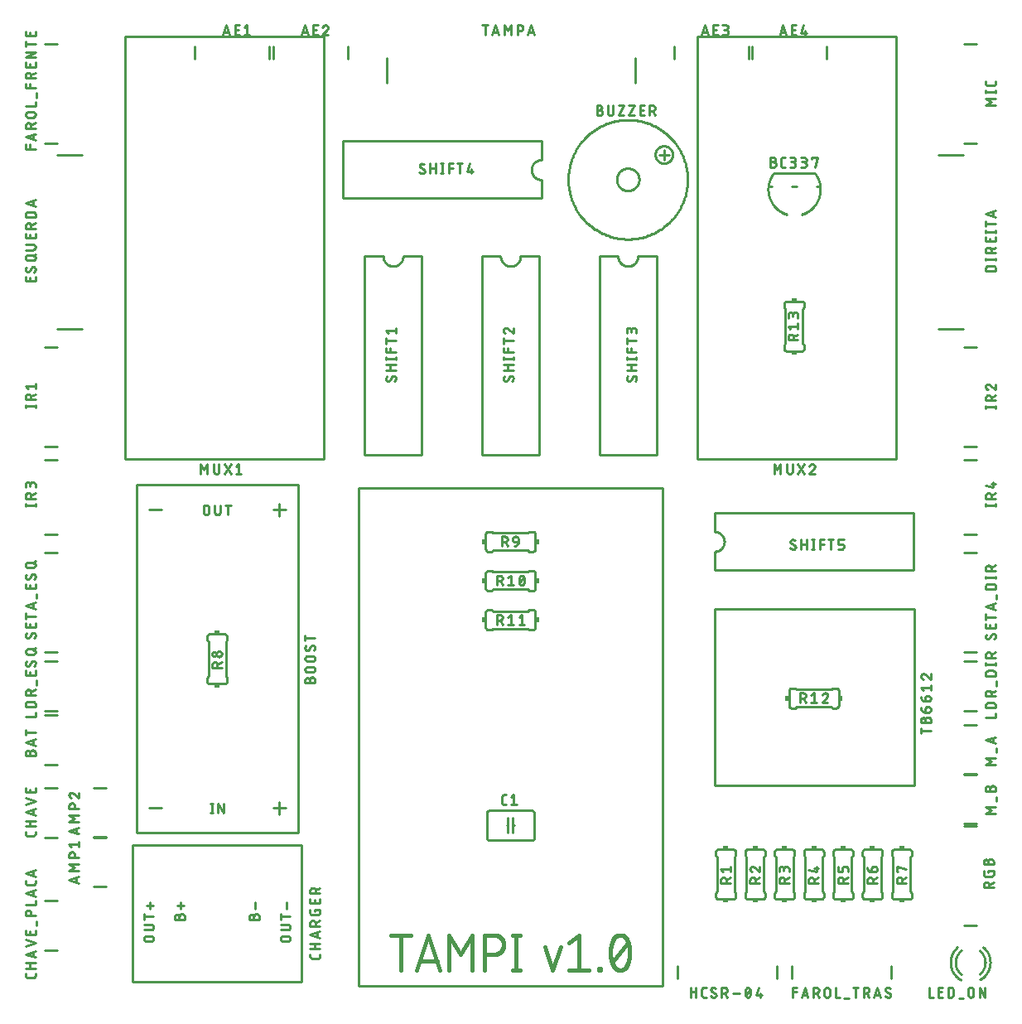
<source format=gbr>
G04 EAGLE Gerber RS-274X export*
G75*
%MOMM*%
%FSLAX34Y34*%
%LPD*%
%INSilkscreen Top*%
%IPPOS*%
%AMOC8*
5,1,8,0,0,1.08239X$1,22.5*%
G01*
%ADD10C,0.406400*%
%ADD11C,0.250000*%
%ADD12C,0.254000*%
%ADD13R,0.508000X0.381000*%
%ADD14R,0.381000X0.508000*%


D10*
X388000Y32032D02*
X388000Y67968D01*
X378018Y67968D02*
X397982Y67968D01*
X416000Y67968D02*
X404021Y32032D01*
X427979Y32032D02*
X416000Y67968D01*
X424984Y41016D02*
X407016Y41016D01*
X437021Y32032D02*
X437021Y67968D01*
X449000Y48004D01*
X460979Y67968D01*
X460979Y32032D01*
X473024Y32032D02*
X473024Y67968D01*
X483006Y67968D01*
X483249Y67965D01*
X483492Y67956D01*
X483735Y67941D01*
X483977Y67921D01*
X484218Y67894D01*
X484459Y67862D01*
X484699Y67823D01*
X484938Y67779D01*
X485176Y67729D01*
X485413Y67673D01*
X485648Y67612D01*
X485882Y67545D01*
X486114Y67472D01*
X486344Y67393D01*
X486572Y67309D01*
X486798Y67220D01*
X487022Y67125D01*
X487243Y67024D01*
X487462Y66918D01*
X487678Y66807D01*
X487891Y66691D01*
X488102Y66569D01*
X488309Y66443D01*
X488514Y66311D01*
X488715Y66174D01*
X488913Y66033D01*
X489107Y65887D01*
X489297Y65736D01*
X489484Y65580D01*
X489667Y65420D01*
X489846Y65256D01*
X490021Y65087D01*
X490192Y64914D01*
X490359Y64737D01*
X490521Y64556D01*
X490679Y64371D01*
X490832Y64182D01*
X490980Y63990D01*
X491124Y63794D01*
X491263Y63595D01*
X491397Y63392D01*
X491527Y63186D01*
X491651Y62977D01*
X491770Y62765D01*
X491883Y62550D01*
X491992Y62333D01*
X492095Y62113D01*
X492193Y61890D01*
X492285Y61665D01*
X492372Y61438D01*
X492453Y61209D01*
X492529Y60978D01*
X492599Y60745D01*
X492663Y60511D01*
X492722Y60275D01*
X492775Y60038D01*
X492822Y59799D01*
X492863Y59560D01*
X492899Y59319D01*
X492928Y59078D01*
X492952Y58836D01*
X492970Y58593D01*
X492981Y58351D01*
X492987Y58108D01*
X492987Y57864D01*
X492981Y57621D01*
X492970Y57379D01*
X492952Y57136D01*
X492928Y56894D01*
X492899Y56653D01*
X492863Y56412D01*
X492822Y56173D01*
X492775Y55934D01*
X492722Y55697D01*
X492663Y55461D01*
X492599Y55227D01*
X492529Y54994D01*
X492453Y54763D01*
X492372Y54534D01*
X492285Y54307D01*
X492193Y54082D01*
X492095Y53859D01*
X491992Y53639D01*
X491883Y53422D01*
X491770Y53207D01*
X491651Y52995D01*
X491527Y52786D01*
X491397Y52580D01*
X491263Y52377D01*
X491124Y52178D01*
X490980Y51982D01*
X490832Y51790D01*
X490679Y51601D01*
X490521Y51416D01*
X490359Y51235D01*
X490192Y51058D01*
X490021Y50885D01*
X489846Y50716D01*
X489667Y50552D01*
X489484Y50392D01*
X489297Y50236D01*
X489107Y50085D01*
X488913Y49939D01*
X488715Y49798D01*
X488514Y49661D01*
X488309Y49529D01*
X488102Y49403D01*
X487891Y49281D01*
X487678Y49165D01*
X487462Y49054D01*
X487243Y48948D01*
X487022Y48847D01*
X486798Y48752D01*
X486572Y48663D01*
X486344Y48579D01*
X486114Y48500D01*
X485882Y48427D01*
X485648Y48360D01*
X485413Y48299D01*
X485176Y48243D01*
X484938Y48193D01*
X484699Y48149D01*
X484459Y48110D01*
X484218Y48078D01*
X483977Y48051D01*
X483735Y48031D01*
X483492Y48016D01*
X483249Y48007D01*
X483006Y48004D01*
X473024Y48004D01*
X506000Y32032D02*
X506000Y67968D01*
X502007Y32032D02*
X509993Y32032D01*
X509993Y67968D02*
X502007Y67968D01*
X535014Y55989D02*
X543000Y32032D01*
X550986Y55989D01*
X560018Y59982D02*
X570000Y67968D01*
X570000Y32032D01*
X560018Y32032D02*
X579982Y32032D01*
X590002Y32032D02*
X590002Y34028D01*
X591998Y34028D01*
X591998Y32032D01*
X590002Y32032D01*
X602018Y50000D02*
X602026Y50707D01*
X602052Y51413D01*
X602094Y52119D01*
X602153Y52824D01*
X602229Y53527D01*
X602321Y54227D01*
X602431Y54926D01*
X602556Y55622D01*
X602699Y56314D01*
X602858Y57003D01*
X603033Y57688D01*
X603225Y58368D01*
X603433Y59044D01*
X603657Y59715D01*
X603897Y60380D01*
X604152Y61039D01*
X604424Y61692D01*
X604710Y62338D01*
X605013Y62977D01*
X605012Y62977D02*
X605073Y63146D01*
X605137Y63314D01*
X605206Y63480D01*
X605278Y63644D01*
X605355Y63807D01*
X605435Y63967D01*
X605519Y64126D01*
X605607Y64283D01*
X605699Y64437D01*
X605795Y64589D01*
X605894Y64739D01*
X605997Y64886D01*
X606104Y65031D01*
X606214Y65173D01*
X606327Y65312D01*
X606444Y65449D01*
X606564Y65583D01*
X606687Y65713D01*
X606814Y65841D01*
X606943Y65966D01*
X607075Y66087D01*
X607211Y66205D01*
X607349Y66320D01*
X607490Y66431D01*
X607634Y66539D01*
X607780Y66644D01*
X607929Y66745D01*
X608080Y66842D01*
X608233Y66935D01*
X608389Y67025D01*
X608547Y67111D01*
X608706Y67193D01*
X608868Y67271D01*
X609032Y67345D01*
X609197Y67416D01*
X609364Y67482D01*
X609533Y67544D01*
X609703Y67602D01*
X609874Y67656D01*
X610047Y67705D01*
X610221Y67751D01*
X610396Y67792D01*
X610572Y67829D01*
X610748Y67861D01*
X610926Y67889D01*
X611104Y67913D01*
X611282Y67933D01*
X611461Y67948D01*
X611641Y67959D01*
X611820Y67966D01*
X612000Y67968D01*
X612180Y67966D01*
X612359Y67959D01*
X612539Y67948D01*
X612718Y67933D01*
X612896Y67913D01*
X613074Y67889D01*
X613252Y67861D01*
X613428Y67829D01*
X613604Y67792D01*
X613779Y67751D01*
X613953Y67705D01*
X614126Y67656D01*
X614297Y67602D01*
X614467Y67544D01*
X614636Y67482D01*
X614803Y67416D01*
X614968Y67345D01*
X615132Y67271D01*
X615294Y67193D01*
X615454Y67111D01*
X615611Y67025D01*
X615767Y66935D01*
X615920Y66842D01*
X616072Y66745D01*
X616220Y66644D01*
X616366Y66539D01*
X616510Y66431D01*
X616651Y66320D01*
X616789Y66205D01*
X616925Y66087D01*
X617057Y65966D01*
X617186Y65841D01*
X617313Y65713D01*
X617436Y65583D01*
X617556Y65449D01*
X617673Y65312D01*
X617786Y65173D01*
X617896Y65031D01*
X618003Y64886D01*
X618106Y64739D01*
X618205Y64589D01*
X618301Y64437D01*
X618393Y64283D01*
X618481Y64126D01*
X618565Y63967D01*
X618645Y63807D01*
X618722Y63644D01*
X618794Y63480D01*
X618863Y63314D01*
X618927Y63146D01*
X618988Y62977D01*
X619290Y62338D01*
X619577Y61692D01*
X619849Y61039D01*
X620104Y60380D01*
X620344Y59715D01*
X620568Y59044D01*
X620776Y58368D01*
X620968Y57688D01*
X621143Y57003D01*
X621302Y56314D01*
X621445Y55622D01*
X621570Y54926D01*
X621680Y54227D01*
X621772Y53527D01*
X621848Y52824D01*
X621907Y52119D01*
X621949Y51413D01*
X621975Y50707D01*
X621983Y50000D01*
X602018Y50000D02*
X602026Y49293D01*
X602052Y48587D01*
X602094Y47881D01*
X602153Y47176D01*
X602229Y46473D01*
X602321Y45773D01*
X602431Y45074D01*
X602556Y44378D01*
X602699Y43686D01*
X602858Y42997D01*
X603033Y42312D01*
X603225Y41632D01*
X603433Y40956D01*
X603657Y40285D01*
X603897Y39620D01*
X604152Y38961D01*
X604424Y38308D01*
X604710Y37662D01*
X605013Y37023D01*
X605012Y37023D02*
X605073Y36854D01*
X605137Y36686D01*
X605206Y36520D01*
X605278Y36356D01*
X605355Y36193D01*
X605435Y36032D01*
X605519Y35874D01*
X605607Y35717D01*
X605699Y35563D01*
X605795Y35411D01*
X605894Y35261D01*
X605997Y35114D01*
X606104Y34969D01*
X606214Y34827D01*
X606327Y34688D01*
X606444Y34551D01*
X606564Y34417D01*
X606687Y34287D01*
X606814Y34159D01*
X606943Y34034D01*
X607075Y33913D01*
X607211Y33795D01*
X607349Y33680D01*
X607490Y33569D01*
X607634Y33461D01*
X607780Y33356D01*
X607929Y33255D01*
X608080Y33158D01*
X608233Y33065D01*
X608389Y32975D01*
X608547Y32889D01*
X608706Y32807D01*
X608868Y32729D01*
X609032Y32655D01*
X609197Y32584D01*
X609364Y32518D01*
X609533Y32456D01*
X609703Y32398D01*
X609874Y32344D01*
X610047Y32295D01*
X610221Y32249D01*
X610396Y32208D01*
X610572Y32171D01*
X610748Y32139D01*
X610926Y32111D01*
X611104Y32087D01*
X611282Y32067D01*
X611461Y32052D01*
X611641Y32041D01*
X611820Y32034D01*
X612000Y32032D01*
X618987Y37023D02*
X619289Y37662D01*
X619576Y38308D01*
X619848Y38961D01*
X620103Y39620D01*
X620343Y40285D01*
X620567Y40956D01*
X620775Y41632D01*
X620967Y42312D01*
X621142Y42997D01*
X621301Y43686D01*
X621444Y44378D01*
X621569Y45074D01*
X621679Y45773D01*
X621771Y46473D01*
X621847Y47176D01*
X621906Y47881D01*
X621948Y48587D01*
X621974Y49293D01*
X621982Y50000D01*
X618988Y37023D02*
X618927Y36854D01*
X618863Y36686D01*
X618794Y36520D01*
X618722Y36356D01*
X618645Y36193D01*
X618565Y36033D01*
X618481Y35874D01*
X618393Y35717D01*
X618301Y35563D01*
X618205Y35411D01*
X618106Y35261D01*
X618003Y35114D01*
X617896Y34969D01*
X617786Y34827D01*
X617673Y34688D01*
X617556Y34551D01*
X617436Y34417D01*
X617313Y34287D01*
X617186Y34159D01*
X617057Y34034D01*
X616925Y33913D01*
X616789Y33795D01*
X616651Y33680D01*
X616510Y33569D01*
X616366Y33461D01*
X616220Y33356D01*
X616071Y33255D01*
X615920Y33158D01*
X615767Y33065D01*
X615611Y32975D01*
X615453Y32889D01*
X615294Y32807D01*
X615132Y32729D01*
X614968Y32655D01*
X614803Y32584D01*
X614636Y32518D01*
X614467Y32456D01*
X614297Y32398D01*
X614126Y32344D01*
X613953Y32295D01*
X613779Y32249D01*
X613604Y32208D01*
X613428Y32171D01*
X613252Y32139D01*
X613074Y32111D01*
X612896Y32087D01*
X612718Y32067D01*
X612539Y32052D01*
X612359Y32041D01*
X612180Y32034D01*
X612000Y32032D01*
X604014Y40018D02*
X619986Y59982D01*
D11*
X373300Y938400D02*
X373300Y963800D01*
X627300Y963800D02*
X627300Y938400D01*
D12*
X474037Y987770D02*
X474037Y997730D01*
X476803Y997730D02*
X471270Y997730D01*
X484537Y997730D02*
X481217Y987770D01*
X487857Y987770D02*
X484537Y997730D01*
X487027Y990260D02*
X482047Y990260D01*
X493592Y987770D02*
X493592Y997730D01*
X496912Y992197D01*
X500232Y997730D01*
X500232Y987770D01*
X507190Y987770D02*
X507190Y997730D01*
X509957Y997730D01*
X510060Y997728D01*
X510164Y997722D01*
X510267Y997713D01*
X510369Y997699D01*
X510471Y997682D01*
X510573Y997661D01*
X510673Y997636D01*
X510773Y997607D01*
X510871Y997575D01*
X510968Y997539D01*
X511064Y997499D01*
X511158Y997456D01*
X511250Y997409D01*
X511341Y997359D01*
X511429Y997306D01*
X511516Y997249D01*
X511600Y997189D01*
X511682Y997126D01*
X511762Y997060D01*
X511839Y996991D01*
X511914Y996920D01*
X511985Y996845D01*
X512054Y996768D01*
X512120Y996688D01*
X512183Y996606D01*
X512243Y996522D01*
X512300Y996435D01*
X512353Y996347D01*
X512403Y996256D01*
X512450Y996164D01*
X512493Y996070D01*
X512533Y995974D01*
X512569Y995877D01*
X512601Y995779D01*
X512630Y995679D01*
X512655Y995579D01*
X512676Y995477D01*
X512693Y995375D01*
X512707Y995273D01*
X512716Y995170D01*
X512722Y995066D01*
X512724Y994963D01*
X512722Y994860D01*
X512716Y994756D01*
X512707Y994653D01*
X512693Y994551D01*
X512676Y994449D01*
X512655Y994347D01*
X512630Y994247D01*
X512601Y994147D01*
X512569Y994049D01*
X512533Y993952D01*
X512493Y993856D01*
X512450Y993762D01*
X512403Y993670D01*
X512353Y993580D01*
X512300Y993491D01*
X512243Y993404D01*
X512183Y993320D01*
X512120Y993238D01*
X512054Y993158D01*
X511985Y993081D01*
X511914Y993006D01*
X511839Y992935D01*
X511762Y992866D01*
X511682Y992800D01*
X511600Y992737D01*
X511516Y992677D01*
X511429Y992620D01*
X511341Y992567D01*
X511250Y992517D01*
X511158Y992470D01*
X511064Y992427D01*
X510968Y992387D01*
X510871Y992351D01*
X510773Y992319D01*
X510673Y992290D01*
X510573Y992265D01*
X510471Y992244D01*
X510369Y992227D01*
X510267Y992213D01*
X510164Y992204D01*
X510060Y992198D01*
X509957Y992196D01*
X509957Y992197D02*
X507190Y992197D01*
X517217Y987770D02*
X520537Y997730D01*
X523857Y987770D01*
X523027Y990260D02*
X518047Y990260D01*
D11*
X62000Y687300D02*
X36600Y687300D01*
X36600Y865100D02*
X62000Y865100D01*
D12*
X14230Y740697D02*
X14230Y736270D01*
X4270Y736270D01*
X4270Y740697D01*
X8697Y739590D02*
X8697Y736270D01*
X14230Y748551D02*
X14228Y748642D01*
X14222Y748734D01*
X14213Y748825D01*
X14200Y748915D01*
X14183Y749005D01*
X14162Y749094D01*
X14138Y749182D01*
X14110Y749270D01*
X14079Y749355D01*
X14044Y749440D01*
X14005Y749523D01*
X13963Y749604D01*
X13918Y749684D01*
X13870Y749761D01*
X13818Y749837D01*
X13763Y749910D01*
X13706Y749981D01*
X13645Y750050D01*
X13582Y750116D01*
X13516Y750179D01*
X13447Y750240D01*
X13376Y750297D01*
X13303Y750352D01*
X13227Y750404D01*
X13150Y750452D01*
X13070Y750497D01*
X12989Y750539D01*
X12906Y750578D01*
X12821Y750613D01*
X12736Y750644D01*
X12648Y750672D01*
X12560Y750696D01*
X12471Y750717D01*
X12381Y750734D01*
X12291Y750747D01*
X12200Y750756D01*
X12108Y750762D01*
X12017Y750764D01*
X14230Y748551D02*
X14228Y748419D01*
X14223Y748287D01*
X14213Y748156D01*
X14200Y748025D01*
X14184Y747894D01*
X14163Y747764D01*
X14139Y747634D01*
X14112Y747505D01*
X14080Y747377D01*
X14045Y747250D01*
X14007Y747124D01*
X13965Y746999D01*
X13919Y746875D01*
X13870Y746753D01*
X13818Y746632D01*
X13762Y746512D01*
X13703Y746394D01*
X13640Y746278D01*
X13575Y746164D01*
X13506Y746051D01*
X13434Y745941D01*
X13359Y745833D01*
X13281Y745726D01*
X13199Y745623D01*
X13115Y745521D01*
X13029Y745422D01*
X12939Y745325D01*
X12847Y745231D01*
X6483Y745508D02*
X6392Y745510D01*
X6300Y745516D01*
X6209Y745525D01*
X6119Y745538D01*
X6029Y745555D01*
X5940Y745576D01*
X5852Y745600D01*
X5764Y745628D01*
X5679Y745659D01*
X5594Y745694D01*
X5511Y745733D01*
X5430Y745775D01*
X5350Y745820D01*
X5273Y745868D01*
X5197Y745920D01*
X5124Y745975D01*
X5053Y746032D01*
X4984Y746093D01*
X4918Y746156D01*
X4855Y746222D01*
X4794Y746291D01*
X4737Y746362D01*
X4682Y746435D01*
X4630Y746511D01*
X4582Y746588D01*
X4537Y746668D01*
X4495Y746749D01*
X4456Y746832D01*
X4421Y746917D01*
X4390Y747002D01*
X4362Y747090D01*
X4338Y747178D01*
X4317Y747267D01*
X4300Y747357D01*
X4287Y747447D01*
X4278Y747538D01*
X4272Y747630D01*
X4270Y747721D01*
X4272Y747848D01*
X4278Y747975D01*
X4288Y748102D01*
X4301Y748228D01*
X4319Y748354D01*
X4340Y748480D01*
X4365Y748604D01*
X4394Y748728D01*
X4427Y748851D01*
X4463Y748973D01*
X4504Y749094D01*
X4547Y749213D01*
X4595Y749331D01*
X4646Y749447D01*
X4701Y749562D01*
X4759Y749675D01*
X4820Y749786D01*
X4885Y749896D01*
X4954Y750003D01*
X5025Y750108D01*
X5100Y750211D01*
X8420Y746614D02*
X8371Y746534D01*
X8318Y746457D01*
X8263Y746382D01*
X8204Y746309D01*
X8143Y746239D01*
X8078Y746171D01*
X8011Y746106D01*
X7942Y746044D01*
X7869Y745985D01*
X7795Y745929D01*
X7718Y745876D01*
X7639Y745827D01*
X7558Y745780D01*
X7475Y745738D01*
X7390Y745698D01*
X7304Y745662D01*
X7216Y745630D01*
X7127Y745601D01*
X7037Y745576D01*
X6946Y745555D01*
X6855Y745538D01*
X6762Y745524D01*
X6670Y745515D01*
X6576Y745509D01*
X6483Y745507D01*
X10080Y749657D02*
X10129Y749737D01*
X10182Y749814D01*
X10237Y749889D01*
X10296Y749962D01*
X10357Y750032D01*
X10422Y750100D01*
X10489Y750165D01*
X10558Y750227D01*
X10631Y750286D01*
X10705Y750342D01*
X10782Y750395D01*
X10861Y750444D01*
X10942Y750491D01*
X11025Y750533D01*
X11110Y750573D01*
X11196Y750609D01*
X11284Y750641D01*
X11373Y750670D01*
X11463Y750695D01*
X11554Y750716D01*
X11645Y750733D01*
X11738Y750747D01*
X11830Y750756D01*
X11924Y750762D01*
X12017Y750764D01*
X10080Y749657D02*
X8420Y746614D01*
X7037Y757268D02*
X11463Y757268D01*
X7037Y757267D02*
X6934Y757269D01*
X6830Y757275D01*
X6727Y757284D01*
X6625Y757298D01*
X6523Y757315D01*
X6421Y757336D01*
X6321Y757361D01*
X6221Y757390D01*
X6123Y757422D01*
X6026Y757458D01*
X5930Y757498D01*
X5836Y757541D01*
X5744Y757588D01*
X5654Y757638D01*
X5565Y757691D01*
X5478Y757748D01*
X5394Y757808D01*
X5312Y757871D01*
X5232Y757937D01*
X5155Y758006D01*
X5080Y758077D01*
X5009Y758152D01*
X4940Y758229D01*
X4874Y758309D01*
X4811Y758391D01*
X4751Y758475D01*
X4694Y758562D01*
X4641Y758651D01*
X4591Y758741D01*
X4544Y758833D01*
X4501Y758927D01*
X4461Y759023D01*
X4425Y759120D01*
X4393Y759218D01*
X4364Y759318D01*
X4339Y759418D01*
X4318Y759520D01*
X4301Y759622D01*
X4287Y759724D01*
X4278Y759827D01*
X4272Y759931D01*
X4270Y760034D01*
X4272Y760137D01*
X4278Y760241D01*
X4287Y760344D01*
X4301Y760446D01*
X4318Y760548D01*
X4339Y760650D01*
X4364Y760750D01*
X4393Y760850D01*
X4425Y760948D01*
X4461Y761045D01*
X4501Y761141D01*
X4544Y761235D01*
X4591Y761327D01*
X4641Y761418D01*
X4694Y761506D01*
X4751Y761593D01*
X4811Y761677D01*
X4874Y761759D01*
X4940Y761839D01*
X5009Y761916D01*
X5080Y761991D01*
X5155Y762062D01*
X5232Y762131D01*
X5312Y762197D01*
X5394Y762260D01*
X5478Y762320D01*
X5565Y762377D01*
X5654Y762430D01*
X5744Y762480D01*
X5836Y762527D01*
X5930Y762570D01*
X6026Y762610D01*
X6123Y762646D01*
X6221Y762678D01*
X6321Y762707D01*
X6421Y762732D01*
X6523Y762753D01*
X6625Y762770D01*
X6727Y762784D01*
X6830Y762793D01*
X6934Y762799D01*
X7037Y762801D01*
X11463Y762801D01*
X11566Y762799D01*
X11670Y762793D01*
X11773Y762784D01*
X11875Y762770D01*
X11977Y762753D01*
X12079Y762732D01*
X12179Y762707D01*
X12279Y762678D01*
X12377Y762646D01*
X12474Y762610D01*
X12570Y762570D01*
X12664Y762527D01*
X12756Y762480D01*
X12847Y762430D01*
X12935Y762377D01*
X13022Y762320D01*
X13106Y762260D01*
X13188Y762197D01*
X13268Y762131D01*
X13345Y762062D01*
X13420Y761991D01*
X13491Y761916D01*
X13560Y761839D01*
X13626Y761759D01*
X13689Y761677D01*
X13749Y761593D01*
X13806Y761506D01*
X13859Y761418D01*
X13909Y761327D01*
X13956Y761235D01*
X13999Y761141D01*
X14039Y761045D01*
X14075Y760948D01*
X14107Y760850D01*
X14136Y760750D01*
X14161Y760650D01*
X14182Y760548D01*
X14199Y760446D01*
X14213Y760344D01*
X14222Y760241D01*
X14228Y760137D01*
X14230Y760034D01*
X14228Y759931D01*
X14222Y759827D01*
X14213Y759724D01*
X14199Y759622D01*
X14182Y759520D01*
X14161Y759418D01*
X14136Y759318D01*
X14107Y759218D01*
X14075Y759120D01*
X14039Y759023D01*
X13999Y758927D01*
X13956Y758833D01*
X13909Y758741D01*
X13859Y758651D01*
X13806Y758562D01*
X13749Y758475D01*
X13689Y758391D01*
X13626Y758309D01*
X13560Y758229D01*
X13491Y758152D01*
X13420Y758077D01*
X13345Y758006D01*
X13268Y757937D01*
X13188Y757871D01*
X13106Y757808D01*
X13022Y757748D01*
X12935Y757691D01*
X12846Y757638D01*
X12756Y757588D01*
X12664Y757541D01*
X12570Y757498D01*
X12474Y757458D01*
X12377Y757422D01*
X12279Y757390D01*
X12179Y757361D01*
X12079Y757336D01*
X11977Y757315D01*
X11875Y757298D01*
X11773Y757284D01*
X11670Y757275D01*
X11566Y757269D01*
X11463Y757267D01*
X12017Y761694D02*
X14230Y763908D01*
X11463Y768106D02*
X4270Y768106D01*
X11463Y768105D02*
X11566Y768107D01*
X11670Y768113D01*
X11773Y768122D01*
X11875Y768136D01*
X11977Y768153D01*
X12079Y768174D01*
X12179Y768199D01*
X12279Y768228D01*
X12377Y768260D01*
X12474Y768296D01*
X12570Y768336D01*
X12664Y768379D01*
X12756Y768426D01*
X12846Y768476D01*
X12935Y768529D01*
X13022Y768586D01*
X13106Y768646D01*
X13188Y768709D01*
X13268Y768775D01*
X13345Y768844D01*
X13420Y768915D01*
X13491Y768990D01*
X13560Y769067D01*
X13626Y769147D01*
X13689Y769229D01*
X13749Y769313D01*
X13806Y769400D01*
X13859Y769489D01*
X13909Y769579D01*
X13956Y769671D01*
X13999Y769765D01*
X14039Y769861D01*
X14075Y769958D01*
X14107Y770056D01*
X14136Y770156D01*
X14161Y770256D01*
X14182Y770358D01*
X14199Y770460D01*
X14213Y770562D01*
X14222Y770665D01*
X14228Y770769D01*
X14230Y770872D01*
X14228Y770975D01*
X14222Y771079D01*
X14213Y771182D01*
X14199Y771284D01*
X14182Y771386D01*
X14161Y771488D01*
X14136Y771588D01*
X14107Y771688D01*
X14075Y771786D01*
X14039Y771883D01*
X13999Y771979D01*
X13956Y772073D01*
X13909Y772165D01*
X13859Y772256D01*
X13806Y772344D01*
X13749Y772431D01*
X13689Y772515D01*
X13626Y772597D01*
X13560Y772677D01*
X13491Y772754D01*
X13420Y772829D01*
X13345Y772900D01*
X13268Y772969D01*
X13188Y773035D01*
X13106Y773098D01*
X13022Y773158D01*
X12935Y773215D01*
X12847Y773268D01*
X12756Y773318D01*
X12664Y773365D01*
X12570Y773408D01*
X12474Y773448D01*
X12377Y773484D01*
X12279Y773516D01*
X12179Y773545D01*
X12079Y773570D01*
X11977Y773591D01*
X11875Y773608D01*
X11773Y773622D01*
X11670Y773631D01*
X11566Y773637D01*
X11463Y773639D01*
X4270Y773639D01*
X14230Y780145D02*
X14230Y784572D01*
X14230Y780145D02*
X4270Y780145D01*
X4270Y784572D01*
X8697Y783465D02*
X8697Y780145D01*
X4270Y789984D02*
X14230Y789984D01*
X4270Y789984D02*
X4270Y792751D01*
X4272Y792854D01*
X4278Y792958D01*
X4287Y793061D01*
X4301Y793163D01*
X4318Y793265D01*
X4339Y793367D01*
X4364Y793467D01*
X4393Y793567D01*
X4425Y793665D01*
X4461Y793762D01*
X4501Y793858D01*
X4544Y793952D01*
X4591Y794044D01*
X4641Y794135D01*
X4694Y794223D01*
X4751Y794310D01*
X4811Y794394D01*
X4874Y794476D01*
X4940Y794556D01*
X5009Y794633D01*
X5080Y794708D01*
X5155Y794779D01*
X5232Y794848D01*
X5312Y794914D01*
X5394Y794977D01*
X5478Y795037D01*
X5565Y795094D01*
X5654Y795147D01*
X5744Y795197D01*
X5836Y795244D01*
X5930Y795287D01*
X6026Y795327D01*
X6123Y795363D01*
X6221Y795395D01*
X6321Y795424D01*
X6421Y795449D01*
X6523Y795470D01*
X6625Y795487D01*
X6727Y795501D01*
X6830Y795510D01*
X6934Y795516D01*
X7037Y795518D01*
X7140Y795516D01*
X7244Y795510D01*
X7347Y795501D01*
X7449Y795487D01*
X7551Y795470D01*
X7653Y795449D01*
X7753Y795424D01*
X7853Y795395D01*
X7951Y795363D01*
X8048Y795327D01*
X8144Y795287D01*
X8238Y795244D01*
X8330Y795197D01*
X8421Y795147D01*
X8509Y795094D01*
X8596Y795037D01*
X8680Y794977D01*
X8762Y794914D01*
X8842Y794848D01*
X8919Y794779D01*
X8994Y794708D01*
X9065Y794633D01*
X9134Y794556D01*
X9200Y794476D01*
X9263Y794394D01*
X9323Y794310D01*
X9380Y794223D01*
X9433Y794135D01*
X9483Y794044D01*
X9530Y793952D01*
X9573Y793858D01*
X9613Y793762D01*
X9649Y793665D01*
X9681Y793567D01*
X9710Y793467D01*
X9735Y793367D01*
X9756Y793265D01*
X9773Y793163D01*
X9787Y793061D01*
X9796Y792958D01*
X9802Y792854D01*
X9804Y792751D01*
X9803Y792751D02*
X9803Y789984D01*
X9803Y793304D02*
X14230Y795517D01*
X14230Y801481D02*
X4270Y801481D01*
X4270Y804247D01*
X4272Y804350D01*
X4278Y804454D01*
X4287Y804557D01*
X4301Y804659D01*
X4318Y804761D01*
X4339Y804863D01*
X4364Y804963D01*
X4393Y805063D01*
X4425Y805161D01*
X4461Y805258D01*
X4501Y805354D01*
X4544Y805448D01*
X4591Y805540D01*
X4641Y805631D01*
X4694Y805719D01*
X4751Y805806D01*
X4811Y805890D01*
X4874Y805972D01*
X4940Y806052D01*
X5009Y806129D01*
X5080Y806204D01*
X5155Y806275D01*
X5232Y806344D01*
X5312Y806410D01*
X5394Y806473D01*
X5478Y806533D01*
X5565Y806590D01*
X5654Y806643D01*
X5744Y806693D01*
X5836Y806740D01*
X5931Y806783D01*
X6026Y806823D01*
X6123Y806859D01*
X6221Y806891D01*
X6321Y806920D01*
X6421Y806945D01*
X6523Y806966D01*
X6625Y806983D01*
X6727Y806997D01*
X6830Y807006D01*
X6934Y807012D01*
X7037Y807014D01*
X11463Y807014D01*
X11566Y807012D01*
X11670Y807006D01*
X11773Y806997D01*
X11875Y806983D01*
X11977Y806966D01*
X12079Y806945D01*
X12179Y806920D01*
X12279Y806891D01*
X12377Y806859D01*
X12474Y806823D01*
X12570Y806783D01*
X12664Y806740D01*
X12756Y806693D01*
X12847Y806643D01*
X12935Y806590D01*
X13022Y806533D01*
X13106Y806473D01*
X13188Y806410D01*
X13268Y806344D01*
X13345Y806275D01*
X13420Y806204D01*
X13491Y806129D01*
X13560Y806052D01*
X13626Y805972D01*
X13689Y805890D01*
X13749Y805806D01*
X13806Y805719D01*
X13859Y805631D01*
X13909Y805540D01*
X13956Y805448D01*
X13999Y805354D01*
X14039Y805258D01*
X14075Y805161D01*
X14107Y805063D01*
X14136Y804963D01*
X14161Y804863D01*
X14182Y804761D01*
X14199Y804659D01*
X14213Y804557D01*
X14222Y804454D01*
X14228Y804350D01*
X14230Y804247D01*
X14230Y801481D01*
X14230Y812552D02*
X4270Y815872D01*
X14230Y819192D01*
X11740Y818362D02*
X11740Y813382D01*
D11*
X937600Y687300D02*
X963000Y687300D01*
X963000Y865100D02*
X937600Y865100D01*
D12*
X985770Y746270D02*
X995730Y746270D01*
X985770Y746270D02*
X985770Y749037D01*
X985772Y749140D01*
X985778Y749244D01*
X985787Y749347D01*
X985801Y749449D01*
X985818Y749551D01*
X985839Y749653D01*
X985864Y749753D01*
X985893Y749853D01*
X985925Y749951D01*
X985961Y750048D01*
X986001Y750144D01*
X986044Y750238D01*
X986091Y750330D01*
X986141Y750421D01*
X986194Y750509D01*
X986251Y750596D01*
X986311Y750680D01*
X986374Y750762D01*
X986440Y750842D01*
X986509Y750919D01*
X986580Y750994D01*
X986655Y751065D01*
X986732Y751134D01*
X986812Y751200D01*
X986894Y751263D01*
X986978Y751323D01*
X987065Y751380D01*
X987154Y751433D01*
X987244Y751483D01*
X987336Y751530D01*
X987431Y751573D01*
X987526Y751613D01*
X987623Y751649D01*
X987721Y751681D01*
X987821Y751710D01*
X987921Y751735D01*
X988023Y751756D01*
X988125Y751773D01*
X988227Y751787D01*
X988330Y751796D01*
X988434Y751802D01*
X988537Y751804D01*
X988537Y751803D02*
X992963Y751803D01*
X992963Y751804D02*
X993066Y751802D01*
X993170Y751796D01*
X993273Y751787D01*
X993375Y751773D01*
X993477Y751756D01*
X993579Y751735D01*
X993679Y751710D01*
X993779Y751681D01*
X993877Y751649D01*
X993974Y751613D01*
X994070Y751573D01*
X994164Y751530D01*
X994256Y751483D01*
X994347Y751433D01*
X994435Y751380D01*
X994522Y751323D01*
X994606Y751263D01*
X994688Y751200D01*
X994768Y751134D01*
X994845Y751065D01*
X994920Y750994D01*
X994991Y750919D01*
X995060Y750842D01*
X995126Y750762D01*
X995189Y750680D01*
X995249Y750596D01*
X995306Y750509D01*
X995359Y750421D01*
X995409Y750330D01*
X995456Y750238D01*
X995499Y750144D01*
X995539Y750048D01*
X995575Y749951D01*
X995607Y749853D01*
X995636Y749753D01*
X995661Y749653D01*
X995682Y749551D01*
X995699Y749449D01*
X995713Y749347D01*
X995722Y749244D01*
X995728Y749140D01*
X995730Y749037D01*
X995730Y746270D01*
X995730Y758412D02*
X985770Y758412D01*
X995730Y757305D02*
X995730Y759518D01*
X985770Y759518D02*
X985770Y757305D01*
X985770Y765148D02*
X995730Y765148D01*
X985770Y765148D02*
X985770Y767915D01*
X985772Y768018D01*
X985778Y768122D01*
X985787Y768225D01*
X985801Y768327D01*
X985818Y768429D01*
X985839Y768531D01*
X985864Y768631D01*
X985893Y768731D01*
X985925Y768829D01*
X985961Y768926D01*
X986001Y769022D01*
X986044Y769116D01*
X986091Y769208D01*
X986141Y769299D01*
X986194Y769387D01*
X986251Y769474D01*
X986311Y769558D01*
X986374Y769640D01*
X986440Y769720D01*
X986509Y769797D01*
X986580Y769872D01*
X986655Y769943D01*
X986732Y770012D01*
X986812Y770078D01*
X986894Y770141D01*
X986978Y770201D01*
X987065Y770258D01*
X987154Y770311D01*
X987244Y770361D01*
X987336Y770408D01*
X987430Y770451D01*
X987526Y770491D01*
X987623Y770527D01*
X987721Y770559D01*
X987821Y770588D01*
X987921Y770613D01*
X988023Y770634D01*
X988125Y770651D01*
X988227Y770665D01*
X988330Y770674D01*
X988434Y770680D01*
X988537Y770682D01*
X988640Y770680D01*
X988744Y770674D01*
X988847Y770665D01*
X988949Y770651D01*
X989051Y770634D01*
X989153Y770613D01*
X989253Y770588D01*
X989353Y770559D01*
X989451Y770527D01*
X989548Y770491D01*
X989644Y770451D01*
X989738Y770408D01*
X989830Y770361D01*
X989921Y770311D01*
X990009Y770258D01*
X990096Y770201D01*
X990180Y770141D01*
X990262Y770078D01*
X990342Y770012D01*
X990419Y769943D01*
X990494Y769872D01*
X990565Y769797D01*
X990634Y769720D01*
X990700Y769640D01*
X990763Y769558D01*
X990823Y769474D01*
X990880Y769387D01*
X990933Y769299D01*
X990983Y769208D01*
X991030Y769116D01*
X991073Y769022D01*
X991113Y768926D01*
X991149Y768829D01*
X991181Y768731D01*
X991210Y768631D01*
X991235Y768531D01*
X991256Y768429D01*
X991273Y768327D01*
X991287Y768225D01*
X991296Y768122D01*
X991302Y768018D01*
X991304Y767915D01*
X991303Y767915D02*
X991303Y765148D01*
X991303Y768468D02*
X995730Y770682D01*
X995730Y776684D02*
X995730Y781111D01*
X995730Y776684D02*
X985770Y776684D01*
X985770Y781111D01*
X990197Y780004D02*
X990197Y776684D01*
X985770Y786537D02*
X995730Y786537D01*
X995730Y787643D02*
X995730Y785430D01*
X985770Y785430D02*
X985770Y787643D01*
X985770Y794787D02*
X995730Y794787D01*
X985770Y797553D02*
X985770Y792020D01*
X985770Y805287D02*
X995730Y801967D01*
X995730Y808607D02*
X985770Y805287D01*
X993240Y807777D02*
X993240Y802797D01*
D11*
X308900Y985900D02*
X105700Y985900D01*
X308900Y985900D02*
X308900Y554100D01*
X105700Y554100D01*
X105700Y985900D01*
D12*
X183170Y549230D02*
X183170Y539270D01*
X186490Y543697D02*
X183170Y549230D01*
X186490Y543697D02*
X189810Y549230D01*
X189810Y539270D01*
X196473Y542037D02*
X196473Y549230D01*
X196473Y542037D02*
X196475Y541934D01*
X196481Y541830D01*
X196490Y541727D01*
X196504Y541625D01*
X196521Y541523D01*
X196542Y541421D01*
X196567Y541321D01*
X196596Y541221D01*
X196628Y541123D01*
X196664Y541026D01*
X196704Y540930D01*
X196747Y540836D01*
X196794Y540744D01*
X196844Y540654D01*
X196897Y540565D01*
X196954Y540478D01*
X197014Y540394D01*
X197077Y540312D01*
X197143Y540232D01*
X197212Y540155D01*
X197283Y540080D01*
X197358Y540009D01*
X197435Y539940D01*
X197515Y539874D01*
X197597Y539811D01*
X197681Y539751D01*
X197768Y539694D01*
X197857Y539641D01*
X197947Y539591D01*
X198039Y539544D01*
X198133Y539501D01*
X198229Y539461D01*
X198326Y539425D01*
X198424Y539393D01*
X198524Y539364D01*
X198624Y539339D01*
X198726Y539318D01*
X198828Y539301D01*
X198930Y539287D01*
X199033Y539278D01*
X199137Y539272D01*
X199240Y539270D01*
X199343Y539272D01*
X199447Y539278D01*
X199550Y539287D01*
X199652Y539301D01*
X199754Y539318D01*
X199856Y539339D01*
X199956Y539364D01*
X200056Y539393D01*
X200154Y539425D01*
X200251Y539461D01*
X200347Y539501D01*
X200441Y539544D01*
X200533Y539591D01*
X200623Y539641D01*
X200712Y539694D01*
X200799Y539751D01*
X200883Y539811D01*
X200965Y539874D01*
X201045Y539940D01*
X201122Y540009D01*
X201197Y540080D01*
X201268Y540155D01*
X201337Y540232D01*
X201403Y540312D01*
X201466Y540394D01*
X201526Y540478D01*
X201583Y540565D01*
X201636Y540654D01*
X201686Y540744D01*
X201733Y540836D01*
X201776Y540930D01*
X201816Y541026D01*
X201852Y541123D01*
X201884Y541221D01*
X201913Y541321D01*
X201938Y541421D01*
X201959Y541523D01*
X201976Y541625D01*
X201990Y541727D01*
X201999Y541830D01*
X202005Y541934D01*
X202007Y542037D01*
X202007Y549230D01*
X207545Y539270D02*
X214185Y549230D01*
X207545Y549230D02*
X214185Y539270D01*
X219348Y547017D02*
X222115Y549230D01*
X222115Y539270D01*
X219348Y539270D02*
X224882Y539270D01*
D11*
X691100Y554100D02*
X894300Y554100D01*
X691100Y554100D02*
X691100Y985900D01*
X894300Y985900D01*
X894300Y554100D01*
D12*
X769370Y549230D02*
X769370Y539270D01*
X772690Y543697D02*
X769370Y549230D01*
X772690Y543697D02*
X776010Y549230D01*
X776010Y539270D01*
X782673Y542037D02*
X782673Y549230D01*
X782673Y542037D02*
X782675Y541934D01*
X782681Y541830D01*
X782690Y541727D01*
X782704Y541625D01*
X782721Y541523D01*
X782742Y541421D01*
X782767Y541321D01*
X782796Y541221D01*
X782828Y541123D01*
X782864Y541026D01*
X782904Y540930D01*
X782947Y540836D01*
X782994Y540744D01*
X783044Y540654D01*
X783097Y540565D01*
X783154Y540478D01*
X783214Y540394D01*
X783277Y540312D01*
X783343Y540232D01*
X783412Y540155D01*
X783483Y540080D01*
X783558Y540009D01*
X783635Y539940D01*
X783715Y539874D01*
X783797Y539811D01*
X783881Y539751D01*
X783968Y539694D01*
X784057Y539641D01*
X784147Y539591D01*
X784239Y539544D01*
X784333Y539501D01*
X784429Y539461D01*
X784526Y539425D01*
X784624Y539393D01*
X784724Y539364D01*
X784824Y539339D01*
X784926Y539318D01*
X785028Y539301D01*
X785130Y539287D01*
X785233Y539278D01*
X785337Y539272D01*
X785440Y539270D01*
X785543Y539272D01*
X785647Y539278D01*
X785750Y539287D01*
X785852Y539301D01*
X785954Y539318D01*
X786056Y539339D01*
X786156Y539364D01*
X786256Y539393D01*
X786354Y539425D01*
X786451Y539461D01*
X786547Y539501D01*
X786641Y539544D01*
X786733Y539591D01*
X786824Y539641D01*
X786912Y539694D01*
X786999Y539751D01*
X787083Y539811D01*
X787165Y539874D01*
X787245Y539940D01*
X787322Y540009D01*
X787397Y540080D01*
X787468Y540155D01*
X787537Y540232D01*
X787603Y540312D01*
X787666Y540394D01*
X787726Y540478D01*
X787783Y540565D01*
X787836Y540654D01*
X787886Y540744D01*
X787933Y540836D01*
X787976Y540930D01*
X788016Y541026D01*
X788052Y541123D01*
X788084Y541221D01*
X788113Y541321D01*
X788138Y541421D01*
X788159Y541523D01*
X788176Y541625D01*
X788190Y541727D01*
X788199Y541830D01*
X788205Y541934D01*
X788207Y542037D01*
X788207Y549230D01*
X793745Y539270D02*
X800385Y549230D01*
X793745Y549230D02*
X800385Y539270D01*
X808592Y549230D02*
X808690Y549228D01*
X808787Y549222D01*
X808885Y549213D01*
X808982Y549199D01*
X809078Y549182D01*
X809173Y549161D01*
X809268Y549137D01*
X809361Y549108D01*
X809454Y549076D01*
X809545Y549040D01*
X809634Y549001D01*
X809722Y548959D01*
X809809Y548913D01*
X809893Y548863D01*
X809975Y548810D01*
X810056Y548754D01*
X810134Y548695D01*
X810209Y548633D01*
X810282Y548568D01*
X810353Y548501D01*
X810420Y548430D01*
X810485Y548357D01*
X810547Y548282D01*
X810606Y548204D01*
X810662Y548123D01*
X810715Y548041D01*
X810765Y547957D01*
X810811Y547870D01*
X810853Y547782D01*
X810892Y547693D01*
X810928Y547602D01*
X810960Y547509D01*
X810989Y547416D01*
X811013Y547321D01*
X811034Y547226D01*
X811051Y547130D01*
X811065Y547033D01*
X811074Y546935D01*
X811080Y546838D01*
X811082Y546740D01*
X808592Y549230D02*
X808480Y549228D01*
X808369Y549222D01*
X808257Y549212D01*
X808146Y549199D01*
X808036Y549181D01*
X807926Y549160D01*
X807818Y549135D01*
X807710Y549106D01*
X807603Y549073D01*
X807497Y549037D01*
X807393Y548997D01*
X807290Y548953D01*
X807189Y548906D01*
X807089Y548855D01*
X806991Y548801D01*
X806896Y548743D01*
X806802Y548682D01*
X806710Y548618D01*
X806621Y548551D01*
X806534Y548480D01*
X806450Y548407D01*
X806368Y548331D01*
X806289Y548252D01*
X806213Y548170D01*
X806140Y548086D01*
X806070Y547999D01*
X806003Y547909D01*
X805939Y547818D01*
X805878Y547724D01*
X805820Y547628D01*
X805766Y547530D01*
X805716Y547431D01*
X805668Y547330D01*
X805625Y547227D01*
X805585Y547122D01*
X805549Y547017D01*
X810252Y544803D02*
X810322Y544872D01*
X810389Y544944D01*
X810454Y545018D01*
X810516Y545095D01*
X810575Y545173D01*
X810631Y545254D01*
X810685Y545337D01*
X810735Y545422D01*
X810782Y545508D01*
X810825Y545597D01*
X810866Y545686D01*
X810903Y545777D01*
X810937Y545870D01*
X810967Y545964D01*
X810994Y546058D01*
X811017Y546154D01*
X811037Y546250D01*
X811053Y546348D01*
X811066Y546445D01*
X811075Y546543D01*
X811080Y546642D01*
X811082Y546740D01*
X810252Y544803D02*
X805548Y539270D01*
X811082Y539270D01*
D11*
X655575Y524950D02*
X655575Y15680D01*
X344425Y15680D01*
X344425Y524950D01*
X655575Y524950D01*
X409210Y558400D02*
X409210Y761600D01*
X350790Y761600D02*
X350790Y558400D01*
X409210Y558400D01*
X409210Y761600D02*
X390160Y761600D01*
X369840Y761600D02*
X350790Y761600D01*
X369840Y761600D02*
X369843Y761353D01*
X369852Y761105D01*
X369867Y760858D01*
X369888Y760612D01*
X369915Y760366D01*
X369948Y760121D01*
X369987Y759876D01*
X370032Y759633D01*
X370083Y759391D01*
X370140Y759150D01*
X370202Y758911D01*
X370271Y758673D01*
X370345Y758437D01*
X370425Y758203D01*
X370510Y757971D01*
X370602Y757741D01*
X370698Y757513D01*
X370801Y757288D01*
X370908Y757065D01*
X371022Y756845D01*
X371140Y756628D01*
X371264Y756413D01*
X371393Y756202D01*
X371527Y755994D01*
X371666Y755789D01*
X371810Y755588D01*
X371958Y755390D01*
X372112Y755196D01*
X372270Y755006D01*
X372433Y754820D01*
X372600Y754638D01*
X372772Y754460D01*
X372948Y754286D01*
X373128Y754116D01*
X373313Y753951D01*
X373501Y753791D01*
X373693Y753635D01*
X373889Y753483D01*
X374088Y753337D01*
X374291Y753195D01*
X374498Y753059D01*
X374707Y752927D01*
X374920Y752801D01*
X375136Y752680D01*
X375354Y752564D01*
X375576Y752454D01*
X375800Y752349D01*
X376026Y752249D01*
X376255Y752155D01*
X376486Y752067D01*
X376720Y751984D01*
X376955Y751907D01*
X377192Y751836D01*
X377430Y751770D01*
X377670Y751711D01*
X377912Y751657D01*
X378155Y751609D01*
X378398Y751567D01*
X378643Y751531D01*
X378889Y751501D01*
X379135Y751477D01*
X379382Y751459D01*
X379629Y751447D01*
X379876Y751441D01*
X380124Y751441D01*
X380371Y751447D01*
X380618Y751459D01*
X380865Y751477D01*
X381111Y751501D01*
X381357Y751531D01*
X381602Y751567D01*
X381845Y751609D01*
X382088Y751657D01*
X382330Y751711D01*
X382570Y751770D01*
X382808Y751836D01*
X383045Y751907D01*
X383280Y751984D01*
X383514Y752067D01*
X383745Y752155D01*
X383974Y752249D01*
X384200Y752349D01*
X384424Y752454D01*
X384646Y752564D01*
X384864Y752680D01*
X385080Y752801D01*
X385293Y752927D01*
X385502Y753059D01*
X385709Y753195D01*
X385912Y753337D01*
X386111Y753483D01*
X386307Y753635D01*
X386499Y753791D01*
X386687Y753951D01*
X386872Y754116D01*
X387052Y754286D01*
X387228Y754460D01*
X387400Y754638D01*
X387567Y754820D01*
X387730Y755006D01*
X387888Y755196D01*
X388042Y755390D01*
X388190Y755588D01*
X388334Y755789D01*
X388473Y755994D01*
X388607Y756202D01*
X388736Y756413D01*
X388860Y756628D01*
X388978Y756845D01*
X389092Y757065D01*
X389199Y757288D01*
X389302Y757513D01*
X389398Y757741D01*
X389490Y757971D01*
X389575Y758203D01*
X389655Y758437D01*
X389729Y758673D01*
X389798Y758911D01*
X389860Y759150D01*
X389917Y759391D01*
X389968Y759633D01*
X390013Y759876D01*
X390052Y760121D01*
X390085Y760366D01*
X390112Y760612D01*
X390133Y760858D01*
X390148Y761105D01*
X390157Y761353D01*
X390160Y761600D01*
D12*
X380517Y639303D02*
X380608Y639301D01*
X380700Y639295D01*
X380791Y639286D01*
X380881Y639273D01*
X380971Y639256D01*
X381060Y639235D01*
X381148Y639211D01*
X381236Y639183D01*
X381321Y639152D01*
X381406Y639117D01*
X381489Y639078D01*
X381570Y639036D01*
X381650Y638991D01*
X381727Y638943D01*
X381803Y638891D01*
X381876Y638836D01*
X381947Y638779D01*
X382016Y638718D01*
X382082Y638655D01*
X382145Y638589D01*
X382206Y638520D01*
X382263Y638449D01*
X382318Y638376D01*
X382370Y638300D01*
X382418Y638223D01*
X382463Y638143D01*
X382505Y638062D01*
X382544Y637979D01*
X382579Y637894D01*
X382610Y637809D01*
X382638Y637721D01*
X382662Y637633D01*
X382683Y637544D01*
X382700Y637454D01*
X382713Y637364D01*
X382722Y637273D01*
X382728Y637181D01*
X382730Y637090D01*
X382728Y636958D01*
X382723Y636826D01*
X382713Y636695D01*
X382700Y636564D01*
X382684Y636433D01*
X382663Y636303D01*
X382639Y636173D01*
X382612Y636044D01*
X382580Y635916D01*
X382545Y635789D01*
X382507Y635663D01*
X382465Y635538D01*
X382419Y635414D01*
X382370Y635292D01*
X382318Y635171D01*
X382262Y635051D01*
X382203Y634933D01*
X382140Y634817D01*
X382075Y634703D01*
X382006Y634590D01*
X381934Y634480D01*
X381859Y634372D01*
X381781Y634265D01*
X381699Y634162D01*
X381615Y634060D01*
X381529Y633961D01*
X381439Y633864D01*
X381347Y633770D01*
X374983Y634047D02*
X374892Y634049D01*
X374800Y634055D01*
X374709Y634064D01*
X374619Y634077D01*
X374529Y634094D01*
X374440Y634115D01*
X374352Y634139D01*
X374264Y634167D01*
X374179Y634198D01*
X374094Y634233D01*
X374011Y634272D01*
X373930Y634314D01*
X373850Y634359D01*
X373773Y634407D01*
X373697Y634459D01*
X373624Y634514D01*
X373553Y634571D01*
X373484Y634632D01*
X373418Y634695D01*
X373355Y634761D01*
X373294Y634830D01*
X373237Y634901D01*
X373182Y634974D01*
X373130Y635050D01*
X373082Y635127D01*
X373037Y635207D01*
X372995Y635288D01*
X372956Y635371D01*
X372921Y635456D01*
X372890Y635541D01*
X372862Y635629D01*
X372838Y635717D01*
X372817Y635806D01*
X372800Y635896D01*
X372787Y635986D01*
X372778Y636077D01*
X372772Y636169D01*
X372770Y636260D01*
X372772Y636387D01*
X372778Y636514D01*
X372788Y636641D01*
X372801Y636767D01*
X372819Y636893D01*
X372840Y637019D01*
X372865Y637143D01*
X372894Y637267D01*
X372927Y637390D01*
X372963Y637512D01*
X373004Y637633D01*
X373047Y637752D01*
X373095Y637870D01*
X373146Y637986D01*
X373201Y638101D01*
X373259Y638214D01*
X373320Y638325D01*
X373385Y638435D01*
X373454Y638542D01*
X373525Y638647D01*
X373600Y638750D01*
X376920Y635154D02*
X376871Y635074D01*
X376818Y634997D01*
X376763Y634922D01*
X376704Y634849D01*
X376643Y634779D01*
X376578Y634711D01*
X376511Y634646D01*
X376442Y634584D01*
X376369Y634525D01*
X376295Y634469D01*
X376218Y634416D01*
X376139Y634367D01*
X376058Y634320D01*
X375975Y634278D01*
X375890Y634238D01*
X375804Y634202D01*
X375716Y634170D01*
X375627Y634141D01*
X375537Y634116D01*
X375446Y634095D01*
X375355Y634078D01*
X375262Y634064D01*
X375170Y634055D01*
X375076Y634049D01*
X374983Y634047D01*
X378580Y638196D02*
X378629Y638276D01*
X378682Y638353D01*
X378737Y638428D01*
X378796Y638501D01*
X378857Y638571D01*
X378922Y638639D01*
X378989Y638704D01*
X379058Y638766D01*
X379131Y638825D01*
X379205Y638881D01*
X379282Y638934D01*
X379361Y638983D01*
X379442Y639030D01*
X379525Y639072D01*
X379610Y639112D01*
X379696Y639148D01*
X379784Y639180D01*
X379873Y639209D01*
X379963Y639234D01*
X380054Y639255D01*
X380145Y639272D01*
X380238Y639286D01*
X380330Y639295D01*
X380424Y639301D01*
X380517Y639303D01*
X378580Y638197D02*
X376920Y635153D01*
X372770Y645020D02*
X382730Y645020D01*
X377197Y645020D02*
X377197Y650553D01*
X372770Y650553D02*
X382730Y650553D01*
X382730Y657162D02*
X372770Y657162D01*
X382730Y656055D02*
X382730Y658268D01*
X372770Y658268D02*
X372770Y656055D01*
X372770Y663809D02*
X382730Y663809D01*
X372770Y663809D02*
X372770Y668236D01*
X377197Y668236D02*
X377197Y663809D01*
X372770Y675162D02*
X382730Y675162D01*
X372770Y677928D02*
X372770Y672395D01*
X374983Y682895D02*
X372770Y685662D01*
X382730Y685662D01*
X382730Y688428D02*
X382730Y682895D01*
D11*
X529210Y761600D02*
X529210Y558400D01*
X470790Y558400D02*
X470790Y761600D01*
X470790Y558400D02*
X529210Y558400D01*
X529210Y761600D02*
X510160Y761600D01*
X489840Y761600D02*
X470790Y761600D01*
X489840Y761600D02*
X489843Y761353D01*
X489852Y761105D01*
X489867Y760858D01*
X489888Y760612D01*
X489915Y760366D01*
X489948Y760121D01*
X489987Y759876D01*
X490032Y759633D01*
X490083Y759391D01*
X490140Y759150D01*
X490202Y758911D01*
X490271Y758673D01*
X490345Y758437D01*
X490425Y758203D01*
X490510Y757971D01*
X490602Y757741D01*
X490698Y757513D01*
X490801Y757288D01*
X490908Y757065D01*
X491022Y756845D01*
X491140Y756628D01*
X491264Y756413D01*
X491393Y756202D01*
X491527Y755994D01*
X491666Y755789D01*
X491810Y755588D01*
X491958Y755390D01*
X492112Y755196D01*
X492270Y755006D01*
X492433Y754820D01*
X492600Y754638D01*
X492772Y754460D01*
X492948Y754286D01*
X493128Y754116D01*
X493313Y753951D01*
X493501Y753791D01*
X493693Y753635D01*
X493889Y753483D01*
X494088Y753337D01*
X494291Y753195D01*
X494498Y753059D01*
X494707Y752927D01*
X494920Y752801D01*
X495136Y752680D01*
X495354Y752564D01*
X495576Y752454D01*
X495800Y752349D01*
X496026Y752249D01*
X496255Y752155D01*
X496486Y752067D01*
X496720Y751984D01*
X496955Y751907D01*
X497192Y751836D01*
X497430Y751770D01*
X497670Y751711D01*
X497912Y751657D01*
X498155Y751609D01*
X498398Y751567D01*
X498643Y751531D01*
X498889Y751501D01*
X499135Y751477D01*
X499382Y751459D01*
X499629Y751447D01*
X499876Y751441D01*
X500124Y751441D01*
X500371Y751447D01*
X500618Y751459D01*
X500865Y751477D01*
X501111Y751501D01*
X501357Y751531D01*
X501602Y751567D01*
X501845Y751609D01*
X502088Y751657D01*
X502330Y751711D01*
X502570Y751770D01*
X502808Y751836D01*
X503045Y751907D01*
X503280Y751984D01*
X503514Y752067D01*
X503745Y752155D01*
X503974Y752249D01*
X504200Y752349D01*
X504424Y752454D01*
X504646Y752564D01*
X504864Y752680D01*
X505080Y752801D01*
X505293Y752927D01*
X505502Y753059D01*
X505709Y753195D01*
X505912Y753337D01*
X506111Y753483D01*
X506307Y753635D01*
X506499Y753791D01*
X506687Y753951D01*
X506872Y754116D01*
X507052Y754286D01*
X507228Y754460D01*
X507400Y754638D01*
X507567Y754820D01*
X507730Y755006D01*
X507888Y755196D01*
X508042Y755390D01*
X508190Y755588D01*
X508334Y755789D01*
X508473Y755994D01*
X508607Y756202D01*
X508736Y756413D01*
X508860Y756628D01*
X508978Y756845D01*
X509092Y757065D01*
X509199Y757288D01*
X509302Y757513D01*
X509398Y757741D01*
X509490Y757971D01*
X509575Y758203D01*
X509655Y758437D01*
X509729Y758673D01*
X509798Y758911D01*
X509860Y759150D01*
X509917Y759391D01*
X509968Y759633D01*
X510013Y759876D01*
X510052Y760121D01*
X510085Y760366D01*
X510112Y760612D01*
X510133Y760858D01*
X510148Y761105D01*
X510157Y761353D01*
X510160Y761600D01*
D12*
X500517Y639303D02*
X500608Y639301D01*
X500700Y639295D01*
X500791Y639286D01*
X500881Y639273D01*
X500971Y639256D01*
X501060Y639235D01*
X501148Y639211D01*
X501236Y639183D01*
X501321Y639152D01*
X501406Y639117D01*
X501489Y639078D01*
X501570Y639036D01*
X501650Y638991D01*
X501727Y638943D01*
X501803Y638891D01*
X501876Y638836D01*
X501947Y638779D01*
X502016Y638718D01*
X502082Y638655D01*
X502145Y638589D01*
X502206Y638520D01*
X502263Y638449D01*
X502318Y638376D01*
X502370Y638300D01*
X502418Y638223D01*
X502463Y638143D01*
X502505Y638062D01*
X502544Y637979D01*
X502579Y637894D01*
X502610Y637809D01*
X502638Y637721D01*
X502662Y637633D01*
X502683Y637544D01*
X502700Y637454D01*
X502713Y637364D01*
X502722Y637273D01*
X502728Y637181D01*
X502730Y637090D01*
X502728Y636958D01*
X502723Y636826D01*
X502713Y636695D01*
X502700Y636564D01*
X502684Y636433D01*
X502663Y636303D01*
X502639Y636173D01*
X502612Y636044D01*
X502580Y635916D01*
X502545Y635789D01*
X502507Y635663D01*
X502465Y635538D01*
X502419Y635414D01*
X502370Y635292D01*
X502318Y635171D01*
X502262Y635051D01*
X502203Y634933D01*
X502140Y634817D01*
X502075Y634703D01*
X502006Y634590D01*
X501934Y634480D01*
X501859Y634372D01*
X501781Y634265D01*
X501699Y634162D01*
X501615Y634060D01*
X501529Y633961D01*
X501439Y633864D01*
X501347Y633770D01*
X494983Y634047D02*
X494892Y634049D01*
X494800Y634055D01*
X494709Y634064D01*
X494619Y634077D01*
X494529Y634094D01*
X494440Y634115D01*
X494352Y634139D01*
X494264Y634167D01*
X494179Y634198D01*
X494094Y634233D01*
X494011Y634272D01*
X493930Y634314D01*
X493850Y634359D01*
X493773Y634407D01*
X493697Y634459D01*
X493624Y634514D01*
X493553Y634571D01*
X493484Y634632D01*
X493418Y634695D01*
X493355Y634761D01*
X493294Y634830D01*
X493237Y634901D01*
X493182Y634974D01*
X493130Y635050D01*
X493082Y635127D01*
X493037Y635207D01*
X492995Y635288D01*
X492956Y635371D01*
X492921Y635456D01*
X492890Y635541D01*
X492862Y635629D01*
X492838Y635717D01*
X492817Y635806D01*
X492800Y635896D01*
X492787Y635986D01*
X492778Y636077D01*
X492772Y636169D01*
X492770Y636260D01*
X492772Y636387D01*
X492778Y636514D01*
X492788Y636641D01*
X492801Y636767D01*
X492819Y636893D01*
X492840Y637019D01*
X492865Y637143D01*
X492894Y637267D01*
X492927Y637390D01*
X492963Y637512D01*
X493004Y637633D01*
X493047Y637752D01*
X493095Y637870D01*
X493146Y637986D01*
X493201Y638101D01*
X493259Y638214D01*
X493320Y638325D01*
X493385Y638435D01*
X493454Y638542D01*
X493525Y638647D01*
X493600Y638750D01*
X496920Y635154D02*
X496871Y635074D01*
X496818Y634997D01*
X496763Y634922D01*
X496704Y634849D01*
X496643Y634779D01*
X496578Y634711D01*
X496511Y634646D01*
X496442Y634584D01*
X496369Y634525D01*
X496295Y634469D01*
X496218Y634416D01*
X496139Y634367D01*
X496058Y634320D01*
X495975Y634278D01*
X495890Y634238D01*
X495804Y634202D01*
X495716Y634170D01*
X495627Y634141D01*
X495537Y634116D01*
X495446Y634095D01*
X495355Y634078D01*
X495262Y634064D01*
X495170Y634055D01*
X495076Y634049D01*
X494983Y634047D01*
X498580Y638196D02*
X498629Y638276D01*
X498682Y638353D01*
X498737Y638428D01*
X498796Y638501D01*
X498857Y638571D01*
X498922Y638639D01*
X498989Y638704D01*
X499058Y638766D01*
X499131Y638825D01*
X499205Y638881D01*
X499282Y638934D01*
X499361Y638983D01*
X499442Y639030D01*
X499525Y639072D01*
X499610Y639112D01*
X499696Y639148D01*
X499784Y639180D01*
X499873Y639209D01*
X499963Y639234D01*
X500054Y639255D01*
X500145Y639272D01*
X500238Y639286D01*
X500330Y639295D01*
X500424Y639301D01*
X500517Y639303D01*
X498580Y638197D02*
X496920Y635153D01*
X492770Y645020D02*
X502730Y645020D01*
X497197Y645020D02*
X497197Y650553D01*
X492770Y650553D02*
X502730Y650553D01*
X502730Y657162D02*
X492770Y657162D01*
X502730Y656055D02*
X502730Y658268D01*
X492770Y658268D02*
X492770Y656055D01*
X492770Y663809D02*
X502730Y663809D01*
X492770Y663809D02*
X492770Y668236D01*
X497197Y668236D02*
X497197Y663809D01*
X492770Y675162D02*
X502730Y675162D01*
X492770Y677928D02*
X492770Y672395D01*
X492770Y685938D02*
X492772Y686036D01*
X492778Y686133D01*
X492787Y686231D01*
X492801Y686328D01*
X492818Y686424D01*
X492839Y686519D01*
X492863Y686614D01*
X492892Y686707D01*
X492924Y686800D01*
X492960Y686891D01*
X492999Y686980D01*
X493041Y687068D01*
X493087Y687155D01*
X493137Y687239D01*
X493190Y687321D01*
X493246Y687402D01*
X493305Y687480D01*
X493367Y687555D01*
X493432Y687628D01*
X493499Y687699D01*
X493570Y687766D01*
X493643Y687831D01*
X493718Y687893D01*
X493796Y687952D01*
X493877Y688008D01*
X493959Y688061D01*
X494043Y688111D01*
X494130Y688157D01*
X494218Y688199D01*
X494307Y688238D01*
X494398Y688274D01*
X494491Y688306D01*
X494584Y688335D01*
X494679Y688359D01*
X494774Y688380D01*
X494870Y688397D01*
X494967Y688411D01*
X495065Y688420D01*
X495162Y688426D01*
X495260Y688428D01*
X492770Y685938D02*
X492772Y685826D01*
X492778Y685715D01*
X492788Y685603D01*
X492801Y685492D01*
X492819Y685382D01*
X492840Y685272D01*
X492865Y685164D01*
X492894Y685056D01*
X492927Y684949D01*
X492963Y684843D01*
X493003Y684739D01*
X493047Y684636D01*
X493094Y684535D01*
X493145Y684435D01*
X493199Y684337D01*
X493257Y684242D01*
X493318Y684148D01*
X493382Y684056D01*
X493449Y683967D01*
X493520Y683880D01*
X493593Y683796D01*
X493669Y683714D01*
X493748Y683635D01*
X493830Y683559D01*
X493914Y683486D01*
X494001Y683416D01*
X494091Y683349D01*
X494182Y683285D01*
X494276Y683224D01*
X494372Y683166D01*
X494470Y683112D01*
X494569Y683062D01*
X494670Y683014D01*
X494773Y682971D01*
X494878Y682931D01*
X494983Y682895D01*
X497197Y687599D02*
X497128Y687669D01*
X497056Y687736D01*
X496982Y687801D01*
X496905Y687863D01*
X496827Y687922D01*
X496746Y687978D01*
X496663Y688032D01*
X496578Y688082D01*
X496492Y688129D01*
X496403Y688172D01*
X496314Y688213D01*
X496223Y688250D01*
X496130Y688284D01*
X496036Y688314D01*
X495942Y688341D01*
X495846Y688364D01*
X495750Y688384D01*
X495652Y688400D01*
X495555Y688413D01*
X495457Y688422D01*
X495358Y688427D01*
X495260Y688429D01*
X497197Y687598D02*
X502730Y682895D01*
X502730Y688428D01*
D11*
X531600Y820790D02*
X328400Y820790D01*
X328400Y879210D02*
X531600Y879210D01*
X328400Y879210D02*
X328400Y820790D01*
X531600Y820790D02*
X531600Y839840D01*
X531600Y860160D02*
X531600Y879210D01*
X531600Y860160D02*
X531353Y860157D01*
X531105Y860148D01*
X530858Y860133D01*
X530612Y860112D01*
X530366Y860085D01*
X530121Y860052D01*
X529876Y860013D01*
X529633Y859968D01*
X529391Y859917D01*
X529150Y859860D01*
X528911Y859798D01*
X528673Y859729D01*
X528437Y859655D01*
X528203Y859575D01*
X527971Y859490D01*
X527741Y859398D01*
X527513Y859302D01*
X527288Y859199D01*
X527065Y859092D01*
X526845Y858978D01*
X526628Y858860D01*
X526413Y858736D01*
X526202Y858607D01*
X525994Y858473D01*
X525789Y858334D01*
X525588Y858190D01*
X525390Y858042D01*
X525196Y857888D01*
X525006Y857730D01*
X524820Y857567D01*
X524638Y857400D01*
X524460Y857228D01*
X524286Y857052D01*
X524116Y856872D01*
X523951Y856687D01*
X523791Y856499D01*
X523635Y856307D01*
X523483Y856111D01*
X523337Y855912D01*
X523195Y855709D01*
X523059Y855502D01*
X522927Y855293D01*
X522801Y855080D01*
X522680Y854864D01*
X522564Y854646D01*
X522454Y854424D01*
X522349Y854200D01*
X522249Y853974D01*
X522155Y853745D01*
X522067Y853514D01*
X521984Y853280D01*
X521907Y853045D01*
X521836Y852808D01*
X521770Y852570D01*
X521711Y852330D01*
X521657Y852088D01*
X521609Y851845D01*
X521567Y851602D01*
X521531Y851357D01*
X521501Y851111D01*
X521477Y850865D01*
X521459Y850618D01*
X521447Y850371D01*
X521441Y850124D01*
X521441Y849876D01*
X521447Y849629D01*
X521459Y849382D01*
X521477Y849135D01*
X521501Y848889D01*
X521531Y848643D01*
X521567Y848398D01*
X521609Y848155D01*
X521657Y847912D01*
X521711Y847670D01*
X521770Y847430D01*
X521836Y847192D01*
X521907Y846955D01*
X521984Y846720D01*
X522067Y846486D01*
X522155Y846255D01*
X522249Y846026D01*
X522349Y845800D01*
X522454Y845576D01*
X522564Y845354D01*
X522680Y845136D01*
X522801Y844920D01*
X522927Y844707D01*
X523059Y844498D01*
X523195Y844291D01*
X523337Y844088D01*
X523483Y843889D01*
X523635Y843693D01*
X523791Y843501D01*
X523951Y843313D01*
X524116Y843128D01*
X524286Y842948D01*
X524460Y842772D01*
X524638Y842600D01*
X524820Y842433D01*
X525006Y842270D01*
X525196Y842112D01*
X525390Y841958D01*
X525588Y841810D01*
X525789Y841666D01*
X525994Y841527D01*
X526202Y841393D01*
X526413Y841264D01*
X526628Y841140D01*
X526845Y841022D01*
X527065Y840908D01*
X527288Y840801D01*
X527513Y840698D01*
X527741Y840602D01*
X527971Y840510D01*
X528203Y840425D01*
X528437Y840345D01*
X528673Y840271D01*
X528911Y840202D01*
X529150Y840140D01*
X529391Y840083D01*
X529633Y840032D01*
X529876Y839987D01*
X530121Y839948D01*
X530366Y839915D01*
X530612Y839888D01*
X530858Y839867D01*
X531105Y839852D01*
X531353Y839843D01*
X531600Y839840D01*
D12*
X412213Y848483D02*
X412211Y848392D01*
X412205Y848300D01*
X412196Y848209D01*
X412183Y848119D01*
X412166Y848029D01*
X412145Y847940D01*
X412121Y847852D01*
X412093Y847764D01*
X412062Y847679D01*
X412027Y847594D01*
X411988Y847511D01*
X411946Y847430D01*
X411901Y847350D01*
X411853Y847273D01*
X411801Y847197D01*
X411746Y847124D01*
X411689Y847053D01*
X411628Y846984D01*
X411565Y846918D01*
X411499Y846855D01*
X411430Y846794D01*
X411359Y846737D01*
X411286Y846682D01*
X411210Y846630D01*
X411133Y846582D01*
X411053Y846537D01*
X410972Y846495D01*
X410889Y846456D01*
X410804Y846421D01*
X410719Y846390D01*
X410631Y846362D01*
X410543Y846338D01*
X410454Y846317D01*
X410364Y846300D01*
X410274Y846287D01*
X410183Y846278D01*
X410091Y846272D01*
X410000Y846270D01*
X409868Y846272D01*
X409736Y846277D01*
X409605Y846287D01*
X409474Y846300D01*
X409343Y846316D01*
X409213Y846337D01*
X409083Y846361D01*
X408954Y846388D01*
X408826Y846420D01*
X408699Y846455D01*
X408573Y846493D01*
X408448Y846535D01*
X408324Y846581D01*
X408202Y846630D01*
X408081Y846682D01*
X407961Y846738D01*
X407843Y846797D01*
X407727Y846860D01*
X407613Y846925D01*
X407500Y846994D01*
X407390Y847066D01*
X407282Y847141D01*
X407175Y847219D01*
X407072Y847301D01*
X406970Y847385D01*
X406871Y847471D01*
X406774Y847561D01*
X406680Y847653D01*
X406957Y854017D02*
X406959Y854108D01*
X406965Y854200D01*
X406974Y854291D01*
X406987Y854381D01*
X407004Y854471D01*
X407025Y854560D01*
X407049Y854648D01*
X407077Y854736D01*
X407108Y854821D01*
X407143Y854906D01*
X407182Y854989D01*
X407224Y855070D01*
X407269Y855150D01*
X407317Y855227D01*
X407369Y855303D01*
X407424Y855376D01*
X407481Y855447D01*
X407542Y855516D01*
X407605Y855582D01*
X407671Y855645D01*
X407740Y855706D01*
X407811Y855763D01*
X407884Y855818D01*
X407960Y855870D01*
X408037Y855918D01*
X408117Y855963D01*
X408198Y856005D01*
X408281Y856044D01*
X408366Y856079D01*
X408451Y856110D01*
X408539Y856138D01*
X408627Y856162D01*
X408716Y856183D01*
X408806Y856200D01*
X408896Y856213D01*
X408987Y856222D01*
X409079Y856228D01*
X409170Y856230D01*
X409297Y856228D01*
X409424Y856222D01*
X409551Y856212D01*
X409677Y856199D01*
X409803Y856181D01*
X409929Y856160D01*
X410053Y856135D01*
X410177Y856106D01*
X410300Y856073D01*
X410422Y856037D01*
X410543Y855996D01*
X410662Y855953D01*
X410780Y855905D01*
X410896Y855854D01*
X411011Y855799D01*
X411124Y855741D01*
X411235Y855680D01*
X411345Y855615D01*
X411452Y855546D01*
X411557Y855475D01*
X411660Y855400D01*
X408064Y852080D02*
X407984Y852129D01*
X407907Y852182D01*
X407832Y852237D01*
X407759Y852296D01*
X407689Y852357D01*
X407621Y852422D01*
X407556Y852489D01*
X407494Y852558D01*
X407435Y852631D01*
X407379Y852705D01*
X407326Y852782D01*
X407277Y852861D01*
X407230Y852942D01*
X407188Y853025D01*
X407148Y853110D01*
X407112Y853196D01*
X407080Y853284D01*
X407051Y853373D01*
X407026Y853463D01*
X407005Y853554D01*
X406988Y853645D01*
X406974Y853738D01*
X406965Y853830D01*
X406959Y853924D01*
X406957Y854017D01*
X411106Y850420D02*
X411186Y850371D01*
X411263Y850318D01*
X411338Y850263D01*
X411411Y850204D01*
X411481Y850143D01*
X411549Y850078D01*
X411614Y850011D01*
X411676Y849942D01*
X411735Y849869D01*
X411791Y849795D01*
X411844Y849718D01*
X411893Y849639D01*
X411940Y849558D01*
X411982Y849475D01*
X412022Y849390D01*
X412058Y849304D01*
X412090Y849216D01*
X412119Y849127D01*
X412144Y849037D01*
X412165Y848946D01*
X412182Y848855D01*
X412196Y848762D01*
X412205Y848670D01*
X412211Y848576D01*
X412213Y848483D01*
X411107Y850420D02*
X408063Y852080D01*
X417930Y856230D02*
X417930Y846270D01*
X417930Y851803D02*
X423463Y851803D01*
X423463Y856230D02*
X423463Y846270D01*
X430072Y846270D02*
X430072Y856230D01*
X428965Y846270D02*
X431178Y846270D01*
X431178Y856230D02*
X428965Y856230D01*
X436719Y856230D02*
X436719Y846270D01*
X436719Y856230D02*
X441146Y856230D01*
X441146Y851803D02*
X436719Y851803D01*
X448072Y856230D02*
X448072Y846270D01*
X450838Y856230D02*
X445305Y856230D01*
X458018Y856230D02*
X455805Y848483D01*
X461338Y848483D01*
X459678Y846270D02*
X459678Y850697D01*
D11*
X649210Y761600D02*
X649210Y558400D01*
X590790Y558400D02*
X590790Y761600D01*
X590790Y558400D02*
X649210Y558400D01*
X649210Y761600D02*
X630160Y761600D01*
X609840Y761600D02*
X590790Y761600D01*
X609840Y761600D02*
X609843Y761353D01*
X609852Y761105D01*
X609867Y760858D01*
X609888Y760612D01*
X609915Y760366D01*
X609948Y760121D01*
X609987Y759876D01*
X610032Y759633D01*
X610083Y759391D01*
X610140Y759150D01*
X610202Y758911D01*
X610271Y758673D01*
X610345Y758437D01*
X610425Y758203D01*
X610510Y757971D01*
X610602Y757741D01*
X610698Y757513D01*
X610801Y757288D01*
X610908Y757065D01*
X611022Y756845D01*
X611140Y756628D01*
X611264Y756413D01*
X611393Y756202D01*
X611527Y755994D01*
X611666Y755789D01*
X611810Y755588D01*
X611958Y755390D01*
X612112Y755196D01*
X612270Y755006D01*
X612433Y754820D01*
X612600Y754638D01*
X612772Y754460D01*
X612948Y754286D01*
X613128Y754116D01*
X613313Y753951D01*
X613501Y753791D01*
X613693Y753635D01*
X613889Y753483D01*
X614088Y753337D01*
X614291Y753195D01*
X614498Y753059D01*
X614707Y752927D01*
X614920Y752801D01*
X615136Y752680D01*
X615354Y752564D01*
X615576Y752454D01*
X615800Y752349D01*
X616026Y752249D01*
X616255Y752155D01*
X616486Y752067D01*
X616720Y751984D01*
X616955Y751907D01*
X617192Y751836D01*
X617430Y751770D01*
X617670Y751711D01*
X617912Y751657D01*
X618155Y751609D01*
X618398Y751567D01*
X618643Y751531D01*
X618889Y751501D01*
X619135Y751477D01*
X619382Y751459D01*
X619629Y751447D01*
X619876Y751441D01*
X620124Y751441D01*
X620371Y751447D01*
X620618Y751459D01*
X620865Y751477D01*
X621111Y751501D01*
X621357Y751531D01*
X621602Y751567D01*
X621845Y751609D01*
X622088Y751657D01*
X622330Y751711D01*
X622570Y751770D01*
X622808Y751836D01*
X623045Y751907D01*
X623280Y751984D01*
X623514Y752067D01*
X623745Y752155D01*
X623974Y752249D01*
X624200Y752349D01*
X624424Y752454D01*
X624646Y752564D01*
X624864Y752680D01*
X625080Y752801D01*
X625293Y752927D01*
X625502Y753059D01*
X625709Y753195D01*
X625912Y753337D01*
X626111Y753483D01*
X626307Y753635D01*
X626499Y753791D01*
X626687Y753951D01*
X626872Y754116D01*
X627052Y754286D01*
X627228Y754460D01*
X627400Y754638D01*
X627567Y754820D01*
X627730Y755006D01*
X627888Y755196D01*
X628042Y755390D01*
X628190Y755588D01*
X628334Y755789D01*
X628473Y755994D01*
X628607Y756202D01*
X628736Y756413D01*
X628860Y756628D01*
X628978Y756845D01*
X629092Y757065D01*
X629199Y757288D01*
X629302Y757513D01*
X629398Y757741D01*
X629490Y757971D01*
X629575Y758203D01*
X629655Y758437D01*
X629729Y758673D01*
X629798Y758911D01*
X629860Y759150D01*
X629917Y759391D01*
X629968Y759633D01*
X630013Y759876D01*
X630052Y760121D01*
X630085Y760366D01*
X630112Y760612D01*
X630133Y760858D01*
X630148Y761105D01*
X630157Y761353D01*
X630160Y761600D01*
D12*
X626517Y639303D02*
X626608Y639301D01*
X626700Y639295D01*
X626791Y639286D01*
X626881Y639273D01*
X626971Y639256D01*
X627060Y639235D01*
X627148Y639211D01*
X627236Y639183D01*
X627321Y639152D01*
X627406Y639117D01*
X627489Y639078D01*
X627570Y639036D01*
X627650Y638991D01*
X627727Y638943D01*
X627803Y638891D01*
X627876Y638836D01*
X627947Y638779D01*
X628016Y638718D01*
X628082Y638655D01*
X628145Y638589D01*
X628206Y638520D01*
X628263Y638449D01*
X628318Y638376D01*
X628370Y638300D01*
X628418Y638223D01*
X628463Y638143D01*
X628505Y638062D01*
X628544Y637979D01*
X628579Y637894D01*
X628610Y637809D01*
X628638Y637721D01*
X628662Y637633D01*
X628683Y637544D01*
X628700Y637454D01*
X628713Y637364D01*
X628722Y637273D01*
X628728Y637181D01*
X628730Y637090D01*
X628728Y636958D01*
X628723Y636826D01*
X628713Y636695D01*
X628700Y636564D01*
X628684Y636433D01*
X628663Y636303D01*
X628639Y636173D01*
X628612Y636044D01*
X628580Y635916D01*
X628545Y635789D01*
X628507Y635663D01*
X628465Y635538D01*
X628419Y635414D01*
X628370Y635292D01*
X628318Y635171D01*
X628262Y635051D01*
X628203Y634933D01*
X628140Y634817D01*
X628075Y634703D01*
X628006Y634590D01*
X627934Y634480D01*
X627859Y634372D01*
X627781Y634265D01*
X627699Y634162D01*
X627615Y634060D01*
X627529Y633961D01*
X627439Y633864D01*
X627347Y633770D01*
X620983Y634047D02*
X620892Y634049D01*
X620800Y634055D01*
X620709Y634064D01*
X620619Y634077D01*
X620529Y634094D01*
X620440Y634115D01*
X620352Y634139D01*
X620264Y634167D01*
X620179Y634198D01*
X620094Y634233D01*
X620011Y634272D01*
X619930Y634314D01*
X619850Y634359D01*
X619773Y634407D01*
X619697Y634459D01*
X619624Y634514D01*
X619553Y634571D01*
X619484Y634632D01*
X619418Y634695D01*
X619355Y634761D01*
X619294Y634830D01*
X619237Y634901D01*
X619182Y634974D01*
X619130Y635050D01*
X619082Y635127D01*
X619037Y635207D01*
X618995Y635288D01*
X618956Y635371D01*
X618921Y635456D01*
X618890Y635541D01*
X618862Y635629D01*
X618838Y635717D01*
X618817Y635806D01*
X618800Y635896D01*
X618787Y635986D01*
X618778Y636077D01*
X618772Y636169D01*
X618770Y636260D01*
X618772Y636387D01*
X618778Y636514D01*
X618788Y636641D01*
X618801Y636767D01*
X618819Y636893D01*
X618840Y637019D01*
X618865Y637143D01*
X618894Y637267D01*
X618927Y637390D01*
X618963Y637512D01*
X619004Y637633D01*
X619047Y637752D01*
X619095Y637870D01*
X619146Y637986D01*
X619201Y638101D01*
X619259Y638214D01*
X619320Y638325D01*
X619385Y638435D01*
X619454Y638542D01*
X619525Y638647D01*
X619600Y638750D01*
X622920Y635154D02*
X622871Y635074D01*
X622818Y634997D01*
X622763Y634922D01*
X622704Y634849D01*
X622643Y634779D01*
X622578Y634711D01*
X622511Y634646D01*
X622442Y634584D01*
X622369Y634525D01*
X622295Y634469D01*
X622218Y634416D01*
X622139Y634367D01*
X622058Y634320D01*
X621975Y634278D01*
X621890Y634238D01*
X621804Y634202D01*
X621716Y634170D01*
X621627Y634141D01*
X621537Y634116D01*
X621446Y634095D01*
X621355Y634078D01*
X621262Y634064D01*
X621170Y634055D01*
X621076Y634049D01*
X620983Y634047D01*
X624580Y638196D02*
X624629Y638276D01*
X624682Y638353D01*
X624737Y638428D01*
X624796Y638501D01*
X624857Y638571D01*
X624922Y638639D01*
X624989Y638704D01*
X625058Y638766D01*
X625131Y638825D01*
X625205Y638881D01*
X625282Y638934D01*
X625361Y638983D01*
X625442Y639030D01*
X625525Y639072D01*
X625610Y639112D01*
X625696Y639148D01*
X625784Y639180D01*
X625873Y639209D01*
X625963Y639234D01*
X626054Y639255D01*
X626145Y639272D01*
X626238Y639286D01*
X626330Y639295D01*
X626424Y639301D01*
X626517Y639303D01*
X624580Y638197D02*
X622920Y635153D01*
X618770Y645020D02*
X628730Y645020D01*
X623197Y645020D02*
X623197Y650553D01*
X618770Y650553D02*
X628730Y650553D01*
X628730Y657162D02*
X618770Y657162D01*
X628730Y656055D02*
X628730Y658268D01*
X618770Y658268D02*
X618770Y656055D01*
X618770Y663809D02*
X628730Y663809D01*
X618770Y663809D02*
X618770Y668236D01*
X623197Y668236D02*
X623197Y663809D01*
X618770Y675162D02*
X628730Y675162D01*
X618770Y677928D02*
X618770Y672395D01*
X628730Y682895D02*
X628730Y685662D01*
X628728Y685765D01*
X628722Y685869D01*
X628713Y685972D01*
X628699Y686074D01*
X628682Y686176D01*
X628661Y686278D01*
X628636Y686378D01*
X628607Y686478D01*
X628575Y686576D01*
X628539Y686673D01*
X628499Y686769D01*
X628456Y686863D01*
X628409Y686955D01*
X628359Y687046D01*
X628306Y687134D01*
X628249Y687221D01*
X628189Y687305D01*
X628126Y687387D01*
X628060Y687467D01*
X627991Y687544D01*
X627920Y687619D01*
X627845Y687690D01*
X627768Y687759D01*
X627688Y687825D01*
X627606Y687888D01*
X627522Y687948D01*
X627435Y688005D01*
X627347Y688058D01*
X627256Y688108D01*
X627164Y688155D01*
X627070Y688198D01*
X626974Y688238D01*
X626877Y688274D01*
X626779Y688306D01*
X626679Y688335D01*
X626579Y688360D01*
X626477Y688381D01*
X626375Y688398D01*
X626273Y688412D01*
X626170Y688421D01*
X626066Y688427D01*
X625963Y688429D01*
X625860Y688427D01*
X625756Y688421D01*
X625653Y688412D01*
X625551Y688398D01*
X625449Y688381D01*
X625347Y688360D01*
X625247Y688335D01*
X625147Y688306D01*
X625049Y688274D01*
X624952Y688238D01*
X624856Y688198D01*
X624762Y688155D01*
X624670Y688108D01*
X624580Y688058D01*
X624491Y688005D01*
X624404Y687948D01*
X624320Y687888D01*
X624238Y687825D01*
X624158Y687759D01*
X624081Y687690D01*
X624006Y687619D01*
X623935Y687544D01*
X623866Y687467D01*
X623800Y687387D01*
X623737Y687305D01*
X623677Y687221D01*
X623620Y687134D01*
X623567Y687046D01*
X623517Y686955D01*
X623470Y686863D01*
X623427Y686769D01*
X623387Y686673D01*
X623351Y686576D01*
X623319Y686478D01*
X623290Y686378D01*
X623265Y686278D01*
X623244Y686176D01*
X623227Y686074D01*
X623213Y685972D01*
X623204Y685869D01*
X623198Y685765D01*
X623196Y685662D01*
X618770Y686215D02*
X618770Y682895D01*
X618770Y686215D02*
X618772Y686308D01*
X618778Y686400D01*
X618787Y686492D01*
X618801Y686584D01*
X618818Y686675D01*
X618840Y686765D01*
X618864Y686855D01*
X618893Y686943D01*
X618925Y687030D01*
X618961Y687115D01*
X619001Y687199D01*
X619044Y687281D01*
X619090Y687361D01*
X619140Y687440D01*
X619193Y687516D01*
X619249Y687590D01*
X619308Y687661D01*
X619370Y687730D01*
X619435Y687796D01*
X619502Y687860D01*
X619572Y687920D01*
X619645Y687978D01*
X619720Y688032D01*
X619797Y688083D01*
X619877Y688132D01*
X619958Y688176D01*
X620041Y688217D01*
X620125Y688255D01*
X620212Y688289D01*
X620299Y688320D01*
X620388Y688346D01*
X620478Y688370D01*
X620568Y688389D01*
X620660Y688404D01*
X620752Y688416D01*
X620844Y688424D01*
X620937Y688428D01*
X621029Y688428D01*
X621122Y688424D01*
X621214Y688416D01*
X621306Y688404D01*
X621398Y688389D01*
X621488Y688370D01*
X621578Y688346D01*
X621667Y688320D01*
X621754Y688289D01*
X621841Y688255D01*
X621925Y688217D01*
X622008Y688176D01*
X622090Y688132D01*
X622169Y688083D01*
X622246Y688032D01*
X622321Y687978D01*
X622394Y687920D01*
X622464Y687860D01*
X622531Y687796D01*
X622596Y687730D01*
X622658Y687661D01*
X622717Y687590D01*
X622773Y687516D01*
X622826Y687440D01*
X622876Y687361D01*
X622922Y687281D01*
X622965Y687199D01*
X623005Y687115D01*
X623041Y687030D01*
X623073Y686943D01*
X623102Y686855D01*
X623126Y686765D01*
X623148Y686675D01*
X623165Y686584D01*
X623179Y686492D01*
X623188Y686400D01*
X623194Y686308D01*
X623196Y686215D01*
X623197Y686215D02*
X623197Y684002D01*
D11*
X708400Y499210D02*
X911600Y499210D01*
X911600Y440790D02*
X708400Y440790D01*
X911600Y440790D02*
X911600Y499210D01*
X708400Y499210D02*
X708400Y480160D01*
X708400Y459840D02*
X708400Y440790D01*
X708400Y459840D02*
X708647Y459843D01*
X708895Y459852D01*
X709142Y459867D01*
X709388Y459888D01*
X709634Y459915D01*
X709879Y459948D01*
X710124Y459987D01*
X710367Y460032D01*
X710609Y460083D01*
X710850Y460140D01*
X711089Y460202D01*
X711327Y460271D01*
X711563Y460345D01*
X711797Y460425D01*
X712029Y460510D01*
X712259Y460602D01*
X712487Y460698D01*
X712712Y460801D01*
X712935Y460908D01*
X713155Y461022D01*
X713372Y461140D01*
X713587Y461264D01*
X713798Y461393D01*
X714006Y461527D01*
X714211Y461666D01*
X714412Y461810D01*
X714610Y461958D01*
X714804Y462112D01*
X714994Y462270D01*
X715180Y462433D01*
X715362Y462600D01*
X715540Y462772D01*
X715714Y462948D01*
X715884Y463128D01*
X716049Y463313D01*
X716209Y463501D01*
X716365Y463693D01*
X716517Y463889D01*
X716663Y464088D01*
X716805Y464291D01*
X716941Y464498D01*
X717073Y464707D01*
X717199Y464920D01*
X717320Y465136D01*
X717436Y465354D01*
X717546Y465576D01*
X717651Y465800D01*
X717751Y466026D01*
X717845Y466255D01*
X717933Y466486D01*
X718016Y466720D01*
X718093Y466955D01*
X718164Y467192D01*
X718230Y467430D01*
X718289Y467670D01*
X718343Y467912D01*
X718391Y468155D01*
X718433Y468398D01*
X718469Y468643D01*
X718499Y468889D01*
X718523Y469135D01*
X718541Y469382D01*
X718553Y469629D01*
X718559Y469876D01*
X718559Y470124D01*
X718553Y470371D01*
X718541Y470618D01*
X718523Y470865D01*
X718499Y471111D01*
X718469Y471357D01*
X718433Y471602D01*
X718391Y471845D01*
X718343Y472088D01*
X718289Y472330D01*
X718230Y472570D01*
X718164Y472808D01*
X718093Y473045D01*
X718016Y473280D01*
X717933Y473514D01*
X717845Y473745D01*
X717751Y473974D01*
X717651Y474200D01*
X717546Y474424D01*
X717436Y474646D01*
X717320Y474864D01*
X717199Y475080D01*
X717073Y475293D01*
X716941Y475502D01*
X716805Y475709D01*
X716663Y475912D01*
X716517Y476111D01*
X716365Y476307D01*
X716209Y476499D01*
X716049Y476687D01*
X715884Y476872D01*
X715714Y477052D01*
X715540Y477228D01*
X715362Y477400D01*
X715180Y477567D01*
X714994Y477730D01*
X714804Y477888D01*
X714610Y478042D01*
X714412Y478190D01*
X714211Y478334D01*
X714006Y478473D01*
X713798Y478607D01*
X713587Y478736D01*
X713372Y478860D01*
X713155Y478978D01*
X712935Y479092D01*
X712712Y479199D01*
X712487Y479302D01*
X712259Y479398D01*
X712029Y479490D01*
X711797Y479575D01*
X711563Y479655D01*
X711327Y479729D01*
X711089Y479798D01*
X710850Y479860D01*
X710609Y479917D01*
X710367Y479968D01*
X710124Y480013D01*
X709879Y480052D01*
X709634Y480085D01*
X709388Y480112D01*
X709142Y480133D01*
X708895Y480148D01*
X708647Y480157D01*
X708400Y480160D01*
D12*
X789180Y462060D02*
X789271Y462062D01*
X789363Y462068D01*
X789454Y462077D01*
X789544Y462090D01*
X789634Y462107D01*
X789723Y462128D01*
X789811Y462152D01*
X789899Y462180D01*
X789984Y462211D01*
X790069Y462246D01*
X790152Y462285D01*
X790233Y462327D01*
X790313Y462372D01*
X790390Y462420D01*
X790466Y462472D01*
X790539Y462527D01*
X790610Y462584D01*
X790679Y462645D01*
X790745Y462708D01*
X790808Y462774D01*
X790869Y462843D01*
X790926Y462914D01*
X790981Y462987D01*
X791033Y463063D01*
X791081Y463140D01*
X791126Y463220D01*
X791168Y463301D01*
X791207Y463384D01*
X791242Y463469D01*
X791273Y463554D01*
X791301Y463642D01*
X791325Y463730D01*
X791346Y463819D01*
X791363Y463909D01*
X791376Y463999D01*
X791385Y464090D01*
X791391Y464182D01*
X791393Y464273D01*
X789180Y462060D02*
X789048Y462062D01*
X788916Y462067D01*
X788785Y462077D01*
X788654Y462090D01*
X788523Y462106D01*
X788393Y462127D01*
X788263Y462151D01*
X788134Y462178D01*
X788006Y462210D01*
X787879Y462245D01*
X787753Y462283D01*
X787628Y462325D01*
X787504Y462371D01*
X787382Y462420D01*
X787261Y462472D01*
X787141Y462528D01*
X787023Y462587D01*
X786907Y462650D01*
X786793Y462715D01*
X786680Y462784D01*
X786570Y462856D01*
X786462Y462931D01*
X786355Y463009D01*
X786252Y463091D01*
X786150Y463175D01*
X786051Y463261D01*
X785954Y463351D01*
X785860Y463443D01*
X786137Y469807D02*
X786139Y469898D01*
X786145Y469990D01*
X786154Y470081D01*
X786167Y470171D01*
X786184Y470261D01*
X786205Y470350D01*
X786229Y470438D01*
X786257Y470526D01*
X786288Y470611D01*
X786323Y470696D01*
X786362Y470779D01*
X786404Y470860D01*
X786449Y470940D01*
X786497Y471017D01*
X786549Y471093D01*
X786604Y471166D01*
X786661Y471237D01*
X786722Y471306D01*
X786785Y471372D01*
X786851Y471435D01*
X786920Y471496D01*
X786991Y471553D01*
X787064Y471608D01*
X787140Y471660D01*
X787217Y471708D01*
X787297Y471753D01*
X787378Y471795D01*
X787461Y471834D01*
X787546Y471869D01*
X787631Y471900D01*
X787719Y471928D01*
X787807Y471952D01*
X787896Y471973D01*
X787986Y471990D01*
X788076Y472003D01*
X788167Y472012D01*
X788259Y472018D01*
X788350Y472020D01*
X788477Y472018D01*
X788604Y472012D01*
X788731Y472002D01*
X788857Y471989D01*
X788983Y471971D01*
X789109Y471950D01*
X789233Y471925D01*
X789357Y471896D01*
X789480Y471863D01*
X789602Y471827D01*
X789723Y471786D01*
X789842Y471743D01*
X789960Y471695D01*
X790076Y471644D01*
X790191Y471589D01*
X790304Y471531D01*
X790415Y471470D01*
X790525Y471405D01*
X790632Y471336D01*
X790737Y471265D01*
X790840Y471190D01*
X787244Y467870D02*
X787164Y467919D01*
X787087Y467972D01*
X787012Y468027D01*
X786939Y468086D01*
X786869Y468147D01*
X786801Y468212D01*
X786736Y468279D01*
X786674Y468348D01*
X786615Y468421D01*
X786559Y468495D01*
X786506Y468572D01*
X786457Y468651D01*
X786410Y468732D01*
X786368Y468815D01*
X786328Y468900D01*
X786292Y468986D01*
X786260Y469074D01*
X786231Y469163D01*
X786206Y469253D01*
X786185Y469344D01*
X786168Y469435D01*
X786154Y469528D01*
X786145Y469620D01*
X786139Y469714D01*
X786137Y469807D01*
X790286Y466210D02*
X790366Y466161D01*
X790443Y466108D01*
X790518Y466053D01*
X790591Y465994D01*
X790661Y465933D01*
X790729Y465868D01*
X790794Y465801D01*
X790856Y465732D01*
X790915Y465659D01*
X790971Y465585D01*
X791024Y465508D01*
X791073Y465429D01*
X791120Y465348D01*
X791162Y465265D01*
X791202Y465180D01*
X791238Y465094D01*
X791270Y465006D01*
X791299Y464917D01*
X791324Y464827D01*
X791345Y464736D01*
X791362Y464645D01*
X791376Y464552D01*
X791385Y464460D01*
X791391Y464366D01*
X791393Y464273D01*
X790287Y466210D02*
X787243Y467870D01*
X797110Y472020D02*
X797110Y462060D01*
X797110Y467593D02*
X802643Y467593D01*
X802643Y472020D02*
X802643Y462060D01*
X809252Y462060D02*
X809252Y472020D01*
X808145Y462060D02*
X810358Y462060D01*
X810358Y472020D02*
X808145Y472020D01*
X815899Y472020D02*
X815899Y462060D01*
X815899Y472020D02*
X820326Y472020D01*
X820326Y467593D02*
X815899Y467593D01*
X827252Y472020D02*
X827252Y462060D01*
X830018Y472020D02*
X824485Y472020D01*
X834985Y462060D02*
X838305Y462060D01*
X838396Y462062D01*
X838488Y462068D01*
X838579Y462077D01*
X838669Y462090D01*
X838759Y462107D01*
X838848Y462128D01*
X838936Y462152D01*
X839024Y462180D01*
X839109Y462211D01*
X839194Y462246D01*
X839277Y462285D01*
X839358Y462327D01*
X839438Y462372D01*
X839515Y462420D01*
X839591Y462472D01*
X839664Y462527D01*
X839735Y462584D01*
X839804Y462645D01*
X839870Y462708D01*
X839933Y462774D01*
X839994Y462843D01*
X840051Y462914D01*
X840106Y462987D01*
X840158Y463063D01*
X840206Y463140D01*
X840251Y463220D01*
X840293Y463301D01*
X840332Y463384D01*
X840367Y463469D01*
X840398Y463554D01*
X840426Y463642D01*
X840450Y463730D01*
X840471Y463819D01*
X840488Y463909D01*
X840501Y463999D01*
X840510Y464090D01*
X840516Y464182D01*
X840518Y464273D01*
X840518Y465380D01*
X840516Y465471D01*
X840510Y465563D01*
X840501Y465654D01*
X840488Y465744D01*
X840471Y465834D01*
X840450Y465923D01*
X840426Y466011D01*
X840398Y466099D01*
X840367Y466184D01*
X840332Y466269D01*
X840293Y466352D01*
X840251Y466433D01*
X840206Y466513D01*
X840158Y466590D01*
X840106Y466666D01*
X840051Y466739D01*
X839994Y466810D01*
X839933Y466879D01*
X839870Y466945D01*
X839804Y467008D01*
X839735Y467069D01*
X839664Y467126D01*
X839591Y467181D01*
X839515Y467233D01*
X839438Y467281D01*
X839358Y467326D01*
X839277Y467368D01*
X839194Y467407D01*
X839109Y467442D01*
X839024Y467473D01*
X838936Y467501D01*
X838848Y467525D01*
X838759Y467546D01*
X838669Y467563D01*
X838579Y467576D01*
X838488Y467585D01*
X838396Y467591D01*
X838305Y467593D01*
X834985Y467593D01*
X834985Y472020D01*
X840518Y472020D01*
D11*
X521590Y195240D02*
X478410Y195240D01*
X478410Y164760D02*
X521590Y164760D01*
X524130Y167300D02*
X524130Y192700D01*
X475870Y192700D02*
X475870Y167300D01*
X521590Y195240D02*
X521690Y195238D01*
X521789Y195232D01*
X521889Y195222D01*
X521987Y195209D01*
X522086Y195191D01*
X522183Y195170D01*
X522279Y195145D01*
X522375Y195116D01*
X522469Y195083D01*
X522562Y195047D01*
X522653Y195007D01*
X522743Y194963D01*
X522831Y194916D01*
X522917Y194866D01*
X523001Y194812D01*
X523083Y194755D01*
X523162Y194695D01*
X523240Y194631D01*
X523314Y194565D01*
X523386Y194496D01*
X523455Y194424D01*
X523521Y194350D01*
X523585Y194272D01*
X523645Y194193D01*
X523702Y194111D01*
X523756Y194027D01*
X523806Y193941D01*
X523853Y193853D01*
X523897Y193763D01*
X523937Y193672D01*
X523973Y193579D01*
X524006Y193485D01*
X524035Y193389D01*
X524060Y193293D01*
X524081Y193196D01*
X524099Y193097D01*
X524112Y192999D01*
X524122Y192899D01*
X524128Y192800D01*
X524130Y192700D01*
X478410Y195240D02*
X478310Y195238D01*
X478211Y195232D01*
X478111Y195222D01*
X478013Y195209D01*
X477914Y195191D01*
X477817Y195170D01*
X477721Y195145D01*
X477625Y195116D01*
X477531Y195083D01*
X477438Y195047D01*
X477347Y195007D01*
X477257Y194963D01*
X477169Y194916D01*
X477083Y194866D01*
X476999Y194812D01*
X476917Y194755D01*
X476838Y194695D01*
X476760Y194631D01*
X476686Y194565D01*
X476614Y194496D01*
X476545Y194424D01*
X476479Y194350D01*
X476415Y194272D01*
X476355Y194193D01*
X476298Y194111D01*
X476244Y194027D01*
X476194Y193941D01*
X476147Y193853D01*
X476103Y193763D01*
X476063Y193672D01*
X476027Y193579D01*
X475994Y193485D01*
X475965Y193389D01*
X475940Y193293D01*
X475919Y193196D01*
X475901Y193097D01*
X475888Y192999D01*
X475878Y192899D01*
X475872Y192800D01*
X475870Y192700D01*
X521590Y164760D02*
X521690Y164762D01*
X521789Y164768D01*
X521889Y164778D01*
X521987Y164791D01*
X522086Y164809D01*
X522183Y164830D01*
X522279Y164855D01*
X522375Y164884D01*
X522469Y164917D01*
X522562Y164953D01*
X522653Y164993D01*
X522743Y165037D01*
X522831Y165084D01*
X522917Y165134D01*
X523001Y165188D01*
X523083Y165245D01*
X523162Y165305D01*
X523240Y165369D01*
X523314Y165435D01*
X523386Y165504D01*
X523455Y165576D01*
X523521Y165650D01*
X523585Y165728D01*
X523645Y165807D01*
X523702Y165889D01*
X523756Y165973D01*
X523806Y166059D01*
X523853Y166147D01*
X523897Y166237D01*
X523937Y166328D01*
X523973Y166421D01*
X524006Y166515D01*
X524035Y166611D01*
X524060Y166707D01*
X524081Y166804D01*
X524099Y166903D01*
X524112Y167001D01*
X524122Y167101D01*
X524128Y167200D01*
X524130Y167300D01*
X478410Y164760D02*
X478310Y164762D01*
X478211Y164768D01*
X478111Y164778D01*
X478013Y164791D01*
X477914Y164809D01*
X477817Y164830D01*
X477721Y164855D01*
X477625Y164884D01*
X477531Y164917D01*
X477438Y164953D01*
X477347Y164993D01*
X477257Y165037D01*
X477169Y165084D01*
X477083Y165134D01*
X476999Y165188D01*
X476917Y165245D01*
X476838Y165305D01*
X476760Y165369D01*
X476686Y165435D01*
X476614Y165504D01*
X476545Y165576D01*
X476479Y165650D01*
X476415Y165728D01*
X476355Y165807D01*
X476298Y165889D01*
X476244Y165973D01*
X476194Y166059D01*
X476147Y166147D01*
X476103Y166237D01*
X476063Y166328D01*
X476027Y166421D01*
X475994Y166515D01*
X475965Y166611D01*
X475940Y166707D01*
X475919Y166804D01*
X475901Y166903D01*
X475888Y167001D01*
X475878Y167101D01*
X475872Y167200D01*
X475870Y167300D01*
X502540Y180000D02*
X503810Y180000D01*
X502540Y180000D02*
X502540Y187620D01*
X502540Y180000D02*
X502540Y172380D01*
X497460Y180000D02*
X497460Y187620D01*
X497460Y180000D02*
X497460Y172380D01*
X497460Y180000D02*
X496190Y180000D01*
D12*
X495697Y201270D02*
X493483Y201270D01*
X493392Y201272D01*
X493300Y201278D01*
X493209Y201287D01*
X493119Y201300D01*
X493029Y201317D01*
X492940Y201338D01*
X492852Y201362D01*
X492764Y201390D01*
X492679Y201421D01*
X492594Y201456D01*
X492511Y201495D01*
X492430Y201537D01*
X492350Y201582D01*
X492273Y201630D01*
X492197Y201682D01*
X492124Y201737D01*
X492053Y201794D01*
X491984Y201855D01*
X491918Y201918D01*
X491855Y201984D01*
X491794Y202053D01*
X491737Y202124D01*
X491682Y202197D01*
X491630Y202273D01*
X491582Y202350D01*
X491537Y202430D01*
X491495Y202511D01*
X491456Y202594D01*
X491421Y202679D01*
X491390Y202764D01*
X491362Y202852D01*
X491338Y202940D01*
X491317Y203029D01*
X491300Y203119D01*
X491287Y203209D01*
X491278Y203300D01*
X491272Y203392D01*
X491270Y203483D01*
X491270Y209017D01*
X491272Y209111D01*
X491278Y209205D01*
X491288Y209298D01*
X491302Y209391D01*
X491320Y209483D01*
X491341Y209575D01*
X491367Y209665D01*
X491396Y209754D01*
X491430Y209842D01*
X491466Y209929D01*
X491507Y210013D01*
X491551Y210096D01*
X491599Y210177D01*
X491650Y210256D01*
X491704Y210333D01*
X491761Y210407D01*
X491822Y210479D01*
X491885Y210548D01*
X491952Y210615D01*
X492021Y210678D01*
X492093Y210739D01*
X492167Y210796D01*
X492244Y210850D01*
X492323Y210901D01*
X492404Y210949D01*
X492487Y210993D01*
X492571Y211034D01*
X492658Y211070D01*
X492746Y211104D01*
X492835Y211133D01*
X492925Y211159D01*
X493017Y211180D01*
X493109Y211198D01*
X493202Y211212D01*
X493295Y211222D01*
X493389Y211228D01*
X493483Y211230D01*
X495697Y211230D01*
X500703Y209017D02*
X503470Y211230D01*
X503470Y201270D01*
X506236Y201270D02*
X500703Y201270D01*
D11*
X36350Y292700D02*
X23650Y292700D01*
X23650Y241900D02*
X36350Y241900D01*
D12*
X8697Y251270D02*
X8697Y254037D01*
X8696Y254037D02*
X8698Y254140D01*
X8704Y254244D01*
X8713Y254347D01*
X8727Y254449D01*
X8744Y254551D01*
X8765Y254653D01*
X8790Y254753D01*
X8819Y254853D01*
X8851Y254951D01*
X8887Y255048D01*
X8927Y255144D01*
X8970Y255238D01*
X9017Y255330D01*
X9067Y255421D01*
X9120Y255509D01*
X9177Y255596D01*
X9237Y255680D01*
X9300Y255762D01*
X9366Y255842D01*
X9435Y255919D01*
X9506Y255994D01*
X9581Y256065D01*
X9658Y256134D01*
X9738Y256200D01*
X9820Y256263D01*
X9904Y256323D01*
X9991Y256380D01*
X10080Y256433D01*
X10170Y256483D01*
X10262Y256530D01*
X10356Y256573D01*
X10452Y256613D01*
X10549Y256649D01*
X10647Y256681D01*
X10747Y256710D01*
X10847Y256735D01*
X10949Y256756D01*
X11051Y256773D01*
X11153Y256787D01*
X11256Y256796D01*
X11360Y256802D01*
X11463Y256804D01*
X11566Y256802D01*
X11670Y256796D01*
X11773Y256787D01*
X11875Y256773D01*
X11977Y256756D01*
X12079Y256735D01*
X12179Y256710D01*
X12279Y256681D01*
X12377Y256649D01*
X12474Y256613D01*
X12570Y256573D01*
X12664Y256530D01*
X12756Y256483D01*
X12847Y256433D01*
X12935Y256380D01*
X13022Y256323D01*
X13106Y256263D01*
X13188Y256200D01*
X13268Y256134D01*
X13345Y256065D01*
X13420Y255994D01*
X13491Y255919D01*
X13560Y255842D01*
X13626Y255762D01*
X13689Y255680D01*
X13749Y255596D01*
X13806Y255509D01*
X13859Y255421D01*
X13909Y255330D01*
X13956Y255238D01*
X13999Y255144D01*
X14039Y255048D01*
X14075Y254951D01*
X14107Y254853D01*
X14136Y254753D01*
X14161Y254653D01*
X14182Y254551D01*
X14199Y254449D01*
X14213Y254347D01*
X14222Y254244D01*
X14228Y254140D01*
X14230Y254037D01*
X14230Y251270D01*
X4270Y251270D01*
X4270Y254037D01*
X4272Y254130D01*
X4278Y254222D01*
X4287Y254314D01*
X4301Y254406D01*
X4318Y254497D01*
X4340Y254587D01*
X4364Y254677D01*
X4393Y254765D01*
X4425Y254852D01*
X4461Y254937D01*
X4501Y255021D01*
X4544Y255103D01*
X4590Y255183D01*
X4640Y255262D01*
X4693Y255338D01*
X4749Y255412D01*
X4808Y255483D01*
X4870Y255552D01*
X4935Y255618D01*
X5002Y255682D01*
X5072Y255742D01*
X5145Y255800D01*
X5220Y255854D01*
X5297Y255905D01*
X5376Y255954D01*
X5458Y255998D01*
X5541Y256039D01*
X5625Y256077D01*
X5712Y256111D01*
X5799Y256142D01*
X5888Y256168D01*
X5978Y256192D01*
X6068Y256211D01*
X6160Y256226D01*
X6252Y256238D01*
X6344Y256246D01*
X6437Y256250D01*
X6529Y256250D01*
X6622Y256246D01*
X6714Y256238D01*
X6806Y256226D01*
X6898Y256211D01*
X6988Y256192D01*
X7078Y256168D01*
X7167Y256142D01*
X7254Y256111D01*
X7341Y256077D01*
X7425Y256039D01*
X7508Y255998D01*
X7590Y255954D01*
X7669Y255905D01*
X7746Y255854D01*
X7821Y255800D01*
X7894Y255742D01*
X7964Y255682D01*
X8031Y255618D01*
X8096Y255552D01*
X8158Y255483D01*
X8217Y255412D01*
X8273Y255338D01*
X8326Y255262D01*
X8376Y255183D01*
X8422Y255103D01*
X8465Y255021D01*
X8505Y254937D01*
X8541Y254852D01*
X8573Y254765D01*
X8602Y254677D01*
X8626Y254587D01*
X8648Y254497D01*
X8665Y254406D01*
X8679Y254314D01*
X8688Y254222D01*
X8694Y254130D01*
X8696Y254037D01*
X14230Y261297D02*
X4270Y264617D01*
X14230Y267937D01*
X11740Y267107D02*
X11740Y262127D01*
X14230Y275117D02*
X4270Y275117D01*
X4270Y277883D02*
X4270Y272350D01*
D11*
X73650Y167300D02*
X86350Y167300D01*
X86350Y218100D02*
X73650Y218100D01*
D12*
X58730Y171270D02*
X48770Y174590D01*
X58730Y177910D01*
X56240Y177080D02*
X56240Y172100D01*
X58730Y183645D02*
X48770Y183645D01*
X54303Y186965D01*
X48770Y190285D01*
X58730Y190285D01*
X58730Y197243D02*
X48770Y197243D01*
X48770Y200010D01*
X48772Y200113D01*
X48778Y200217D01*
X48787Y200320D01*
X48801Y200422D01*
X48818Y200524D01*
X48839Y200626D01*
X48864Y200726D01*
X48893Y200826D01*
X48925Y200924D01*
X48961Y201021D01*
X49001Y201117D01*
X49044Y201211D01*
X49091Y201303D01*
X49141Y201394D01*
X49194Y201482D01*
X49251Y201569D01*
X49311Y201653D01*
X49374Y201735D01*
X49440Y201815D01*
X49509Y201892D01*
X49580Y201967D01*
X49655Y202038D01*
X49732Y202107D01*
X49812Y202173D01*
X49894Y202236D01*
X49978Y202296D01*
X50065Y202353D01*
X50154Y202406D01*
X50244Y202456D01*
X50336Y202503D01*
X50430Y202546D01*
X50526Y202586D01*
X50623Y202622D01*
X50721Y202654D01*
X50821Y202683D01*
X50921Y202708D01*
X51023Y202729D01*
X51125Y202746D01*
X51227Y202760D01*
X51330Y202769D01*
X51434Y202775D01*
X51537Y202777D01*
X51640Y202775D01*
X51744Y202769D01*
X51847Y202760D01*
X51949Y202746D01*
X52051Y202729D01*
X52153Y202708D01*
X52253Y202683D01*
X52353Y202654D01*
X52451Y202622D01*
X52548Y202586D01*
X52644Y202546D01*
X52738Y202503D01*
X52830Y202456D01*
X52921Y202406D01*
X53009Y202353D01*
X53096Y202296D01*
X53180Y202236D01*
X53262Y202173D01*
X53342Y202107D01*
X53419Y202038D01*
X53494Y201967D01*
X53565Y201892D01*
X53634Y201815D01*
X53700Y201735D01*
X53763Y201653D01*
X53823Y201569D01*
X53880Y201482D01*
X53933Y201394D01*
X53983Y201303D01*
X54030Y201211D01*
X54073Y201117D01*
X54113Y201021D01*
X54149Y200924D01*
X54181Y200826D01*
X54210Y200726D01*
X54235Y200626D01*
X54256Y200524D01*
X54273Y200422D01*
X54287Y200320D01*
X54296Y200217D01*
X54302Y200113D01*
X54304Y200010D01*
X54303Y200010D02*
X54303Y197243D01*
X48770Y210867D02*
X48772Y210965D01*
X48778Y211062D01*
X48787Y211160D01*
X48801Y211257D01*
X48818Y211353D01*
X48839Y211448D01*
X48863Y211543D01*
X48892Y211636D01*
X48924Y211729D01*
X48960Y211820D01*
X48999Y211909D01*
X49041Y211997D01*
X49087Y212084D01*
X49137Y212168D01*
X49190Y212250D01*
X49246Y212331D01*
X49305Y212409D01*
X49367Y212484D01*
X49432Y212557D01*
X49499Y212628D01*
X49570Y212695D01*
X49643Y212760D01*
X49718Y212822D01*
X49796Y212881D01*
X49877Y212937D01*
X49959Y212990D01*
X50043Y213040D01*
X50130Y213086D01*
X50218Y213128D01*
X50307Y213167D01*
X50398Y213203D01*
X50491Y213235D01*
X50584Y213264D01*
X50679Y213288D01*
X50774Y213309D01*
X50870Y213326D01*
X50967Y213340D01*
X51065Y213349D01*
X51162Y213355D01*
X51260Y213357D01*
X48770Y210867D02*
X48772Y210755D01*
X48778Y210644D01*
X48788Y210532D01*
X48801Y210421D01*
X48819Y210311D01*
X48840Y210201D01*
X48865Y210093D01*
X48894Y209985D01*
X48927Y209878D01*
X48963Y209772D01*
X49003Y209668D01*
X49047Y209565D01*
X49094Y209464D01*
X49145Y209364D01*
X49199Y209266D01*
X49257Y209171D01*
X49318Y209077D01*
X49382Y208985D01*
X49449Y208896D01*
X49520Y208809D01*
X49593Y208725D01*
X49669Y208643D01*
X49748Y208564D01*
X49830Y208488D01*
X49914Y208415D01*
X50001Y208345D01*
X50091Y208278D01*
X50182Y208214D01*
X50276Y208153D01*
X50372Y208095D01*
X50470Y208041D01*
X50569Y207991D01*
X50670Y207943D01*
X50773Y207900D01*
X50878Y207860D01*
X50983Y207824D01*
X53197Y212527D02*
X53128Y212597D01*
X53056Y212664D01*
X52982Y212729D01*
X52905Y212791D01*
X52827Y212850D01*
X52746Y212906D01*
X52663Y212960D01*
X52578Y213010D01*
X52492Y213057D01*
X52403Y213100D01*
X52314Y213141D01*
X52223Y213178D01*
X52130Y213212D01*
X52036Y213242D01*
X51942Y213269D01*
X51846Y213292D01*
X51750Y213312D01*
X51652Y213328D01*
X51555Y213341D01*
X51457Y213350D01*
X51358Y213355D01*
X51260Y213357D01*
X53197Y212527D02*
X58730Y207823D01*
X58730Y213357D01*
D11*
X73650Y117300D02*
X86350Y117300D01*
X86350Y168100D02*
X73650Y168100D01*
D12*
X58730Y121270D02*
X48770Y124590D01*
X58730Y127910D01*
X56240Y127080D02*
X56240Y122100D01*
X58730Y133645D02*
X48770Y133645D01*
X54303Y136965D01*
X48770Y140285D01*
X58730Y140285D01*
X58730Y147243D02*
X48770Y147243D01*
X48770Y150010D01*
X48772Y150113D01*
X48778Y150217D01*
X48787Y150320D01*
X48801Y150422D01*
X48818Y150524D01*
X48839Y150626D01*
X48864Y150726D01*
X48893Y150826D01*
X48925Y150924D01*
X48961Y151021D01*
X49001Y151117D01*
X49044Y151211D01*
X49091Y151303D01*
X49141Y151394D01*
X49194Y151482D01*
X49251Y151569D01*
X49311Y151653D01*
X49374Y151735D01*
X49440Y151815D01*
X49509Y151892D01*
X49580Y151967D01*
X49655Y152038D01*
X49732Y152107D01*
X49812Y152173D01*
X49894Y152236D01*
X49978Y152296D01*
X50065Y152353D01*
X50154Y152406D01*
X50244Y152456D01*
X50336Y152503D01*
X50430Y152546D01*
X50526Y152586D01*
X50623Y152622D01*
X50721Y152654D01*
X50821Y152683D01*
X50921Y152708D01*
X51023Y152729D01*
X51125Y152746D01*
X51227Y152760D01*
X51330Y152769D01*
X51434Y152775D01*
X51537Y152777D01*
X51640Y152775D01*
X51744Y152769D01*
X51847Y152760D01*
X51949Y152746D01*
X52051Y152729D01*
X52153Y152708D01*
X52253Y152683D01*
X52353Y152654D01*
X52451Y152622D01*
X52548Y152586D01*
X52644Y152546D01*
X52738Y152503D01*
X52830Y152456D01*
X52921Y152406D01*
X53009Y152353D01*
X53096Y152296D01*
X53180Y152236D01*
X53262Y152173D01*
X53342Y152107D01*
X53419Y152038D01*
X53494Y151967D01*
X53565Y151892D01*
X53634Y151815D01*
X53700Y151735D01*
X53763Y151653D01*
X53823Y151569D01*
X53880Y151482D01*
X53933Y151394D01*
X53983Y151303D01*
X54030Y151211D01*
X54073Y151117D01*
X54113Y151021D01*
X54149Y150924D01*
X54181Y150826D01*
X54210Y150726D01*
X54235Y150626D01*
X54256Y150524D01*
X54273Y150422D01*
X54287Y150320D01*
X54296Y150217D01*
X54302Y150113D01*
X54304Y150010D01*
X54303Y150010D02*
X54303Y147243D01*
X50983Y157823D02*
X48770Y160590D01*
X58730Y160590D01*
X58730Y157823D02*
X58730Y163357D01*
D11*
X963650Y282700D02*
X976350Y282700D01*
X976350Y231900D02*
X963650Y231900D01*
D12*
X985770Y242270D02*
X995730Y242270D01*
X991303Y245590D02*
X985770Y242270D01*
X991303Y245590D02*
X985770Y248910D01*
X995730Y248910D01*
X996837Y254627D02*
X996837Y259053D01*
X995730Y263645D02*
X985770Y266965D01*
X995730Y270285D01*
X993240Y269455D02*
X993240Y264475D01*
D11*
X976350Y232700D02*
X963650Y232700D01*
X963650Y181900D02*
X976350Y181900D01*
D12*
X985770Y192270D02*
X995730Y192270D01*
X991303Y195590D02*
X985770Y192270D01*
X991303Y195590D02*
X985770Y198910D01*
X995730Y198910D01*
X996837Y204627D02*
X996837Y209053D01*
X990197Y214868D02*
X990197Y217635D01*
X990196Y217635D02*
X990198Y217738D01*
X990204Y217842D01*
X990213Y217945D01*
X990227Y218047D01*
X990244Y218149D01*
X990265Y218251D01*
X990290Y218351D01*
X990319Y218451D01*
X990351Y218549D01*
X990387Y218646D01*
X990427Y218742D01*
X990470Y218836D01*
X990517Y218928D01*
X990567Y219019D01*
X990620Y219107D01*
X990677Y219194D01*
X990737Y219278D01*
X990800Y219360D01*
X990866Y219440D01*
X990935Y219517D01*
X991006Y219592D01*
X991081Y219663D01*
X991158Y219732D01*
X991238Y219798D01*
X991320Y219861D01*
X991404Y219921D01*
X991491Y219978D01*
X991580Y220031D01*
X991670Y220081D01*
X991762Y220128D01*
X991856Y220171D01*
X991952Y220211D01*
X992049Y220247D01*
X992147Y220279D01*
X992247Y220308D01*
X992347Y220333D01*
X992449Y220354D01*
X992551Y220371D01*
X992653Y220385D01*
X992756Y220394D01*
X992860Y220400D01*
X992963Y220402D01*
X993066Y220400D01*
X993170Y220394D01*
X993273Y220385D01*
X993375Y220371D01*
X993477Y220354D01*
X993579Y220333D01*
X993679Y220308D01*
X993779Y220279D01*
X993877Y220247D01*
X993974Y220211D01*
X994070Y220171D01*
X994164Y220128D01*
X994256Y220081D01*
X994347Y220031D01*
X994435Y219978D01*
X994522Y219921D01*
X994606Y219861D01*
X994688Y219798D01*
X994768Y219732D01*
X994845Y219663D01*
X994920Y219592D01*
X994991Y219517D01*
X995060Y219440D01*
X995126Y219360D01*
X995189Y219278D01*
X995249Y219194D01*
X995306Y219107D01*
X995359Y219019D01*
X995409Y218928D01*
X995456Y218836D01*
X995499Y218742D01*
X995539Y218646D01*
X995575Y218549D01*
X995607Y218451D01*
X995636Y218351D01*
X995661Y218251D01*
X995682Y218149D01*
X995699Y218047D01*
X995713Y217945D01*
X995722Y217842D01*
X995728Y217738D01*
X995730Y217635D01*
X995730Y214868D01*
X985770Y214868D01*
X985770Y217635D01*
X985772Y217728D01*
X985778Y217820D01*
X985787Y217912D01*
X985801Y218004D01*
X985818Y218095D01*
X985840Y218185D01*
X985864Y218275D01*
X985893Y218363D01*
X985925Y218450D01*
X985961Y218535D01*
X986001Y218619D01*
X986044Y218701D01*
X986090Y218781D01*
X986140Y218860D01*
X986193Y218936D01*
X986249Y219010D01*
X986308Y219081D01*
X986370Y219150D01*
X986435Y219216D01*
X986502Y219280D01*
X986572Y219340D01*
X986645Y219398D01*
X986720Y219452D01*
X986797Y219503D01*
X986877Y219552D01*
X986958Y219596D01*
X987041Y219637D01*
X987125Y219675D01*
X987212Y219709D01*
X987299Y219740D01*
X987388Y219766D01*
X987478Y219790D01*
X987568Y219809D01*
X987660Y219824D01*
X987752Y219836D01*
X987844Y219844D01*
X987937Y219848D01*
X988029Y219848D01*
X988122Y219844D01*
X988214Y219836D01*
X988306Y219824D01*
X988398Y219809D01*
X988488Y219790D01*
X988578Y219766D01*
X988667Y219740D01*
X988754Y219709D01*
X988841Y219675D01*
X988925Y219637D01*
X989008Y219596D01*
X989090Y219552D01*
X989169Y219503D01*
X989246Y219452D01*
X989321Y219398D01*
X989394Y219340D01*
X989464Y219280D01*
X989531Y219216D01*
X989596Y219150D01*
X989658Y219081D01*
X989717Y219010D01*
X989773Y218936D01*
X989826Y218860D01*
X989876Y218781D01*
X989922Y218701D01*
X989965Y218619D01*
X990005Y218535D01*
X990041Y218450D01*
X990073Y218363D01*
X990102Y218275D01*
X990126Y218185D01*
X990148Y218095D01*
X990165Y218004D01*
X990179Y217912D01*
X990188Y217820D01*
X990194Y217728D01*
X990196Y217635D01*
D11*
X36350Y297300D02*
X23650Y297300D01*
X23650Y348100D02*
X36350Y348100D01*
D12*
X14230Y291270D02*
X4270Y291270D01*
X14230Y291270D02*
X14230Y295697D01*
X14230Y300981D02*
X4270Y300981D01*
X4270Y303747D01*
X4272Y303850D01*
X4278Y303954D01*
X4287Y304057D01*
X4301Y304159D01*
X4318Y304261D01*
X4339Y304363D01*
X4364Y304463D01*
X4393Y304563D01*
X4425Y304661D01*
X4461Y304758D01*
X4501Y304854D01*
X4544Y304948D01*
X4591Y305040D01*
X4641Y305131D01*
X4694Y305219D01*
X4751Y305306D01*
X4811Y305390D01*
X4874Y305472D01*
X4940Y305552D01*
X5009Y305629D01*
X5080Y305704D01*
X5155Y305775D01*
X5232Y305844D01*
X5312Y305910D01*
X5394Y305973D01*
X5478Y306033D01*
X5565Y306090D01*
X5654Y306143D01*
X5744Y306193D01*
X5836Y306240D01*
X5931Y306283D01*
X6026Y306323D01*
X6123Y306359D01*
X6221Y306391D01*
X6321Y306420D01*
X6421Y306445D01*
X6523Y306466D01*
X6625Y306483D01*
X6727Y306497D01*
X6830Y306506D01*
X6934Y306512D01*
X7037Y306514D01*
X11463Y306514D01*
X11566Y306512D01*
X11670Y306506D01*
X11773Y306497D01*
X11875Y306483D01*
X11977Y306466D01*
X12079Y306445D01*
X12179Y306420D01*
X12279Y306391D01*
X12377Y306359D01*
X12474Y306323D01*
X12570Y306283D01*
X12664Y306240D01*
X12756Y306193D01*
X12847Y306143D01*
X12935Y306090D01*
X13022Y306033D01*
X13106Y305973D01*
X13188Y305910D01*
X13268Y305844D01*
X13345Y305775D01*
X13420Y305704D01*
X13491Y305629D01*
X13560Y305552D01*
X13626Y305472D01*
X13689Y305390D01*
X13749Y305306D01*
X13806Y305219D01*
X13859Y305131D01*
X13909Y305040D01*
X13956Y304948D01*
X13999Y304854D01*
X14039Y304758D01*
X14075Y304661D01*
X14107Y304563D01*
X14136Y304463D01*
X14161Y304363D01*
X14182Y304261D01*
X14199Y304159D01*
X14213Y304057D01*
X14222Y303954D01*
X14228Y303850D01*
X14230Y303747D01*
X14230Y300981D01*
X14230Y313109D02*
X4270Y313109D01*
X4270Y315876D01*
X4272Y315979D01*
X4278Y316083D01*
X4287Y316186D01*
X4301Y316288D01*
X4318Y316390D01*
X4339Y316492D01*
X4364Y316592D01*
X4393Y316692D01*
X4425Y316790D01*
X4461Y316887D01*
X4501Y316983D01*
X4544Y317077D01*
X4591Y317169D01*
X4641Y317260D01*
X4694Y317348D01*
X4751Y317435D01*
X4811Y317519D01*
X4874Y317601D01*
X4940Y317681D01*
X5009Y317758D01*
X5080Y317833D01*
X5155Y317904D01*
X5232Y317973D01*
X5312Y318039D01*
X5394Y318102D01*
X5478Y318162D01*
X5565Y318219D01*
X5654Y318272D01*
X5744Y318322D01*
X5836Y318369D01*
X5930Y318412D01*
X6026Y318452D01*
X6123Y318488D01*
X6221Y318520D01*
X6321Y318549D01*
X6421Y318574D01*
X6523Y318595D01*
X6625Y318612D01*
X6727Y318626D01*
X6830Y318635D01*
X6934Y318641D01*
X7037Y318643D01*
X7140Y318641D01*
X7244Y318635D01*
X7347Y318626D01*
X7449Y318612D01*
X7551Y318595D01*
X7653Y318574D01*
X7753Y318549D01*
X7853Y318520D01*
X7951Y318488D01*
X8048Y318452D01*
X8144Y318412D01*
X8238Y318369D01*
X8330Y318322D01*
X8421Y318272D01*
X8509Y318219D01*
X8596Y318162D01*
X8680Y318102D01*
X8762Y318039D01*
X8842Y317973D01*
X8919Y317904D01*
X8994Y317833D01*
X9065Y317758D01*
X9134Y317681D01*
X9200Y317601D01*
X9263Y317519D01*
X9323Y317435D01*
X9380Y317348D01*
X9433Y317260D01*
X9483Y317169D01*
X9530Y317077D01*
X9573Y316983D01*
X9613Y316887D01*
X9649Y316790D01*
X9681Y316692D01*
X9710Y316592D01*
X9735Y316492D01*
X9756Y316390D01*
X9773Y316288D01*
X9787Y316186D01*
X9796Y316083D01*
X9802Y315979D01*
X9804Y315876D01*
X9803Y315876D02*
X9803Y313109D01*
X9803Y316429D02*
X14230Y318642D01*
X15337Y323659D02*
X15337Y328086D01*
X14230Y333645D02*
X14230Y338072D01*
X14230Y333645D02*
X4270Y333645D01*
X4270Y338072D01*
X8697Y336965D02*
X8697Y333645D01*
X14230Y345926D02*
X14228Y346017D01*
X14222Y346109D01*
X14213Y346200D01*
X14200Y346290D01*
X14183Y346380D01*
X14162Y346469D01*
X14138Y346557D01*
X14110Y346645D01*
X14079Y346730D01*
X14044Y346815D01*
X14005Y346898D01*
X13963Y346979D01*
X13918Y347059D01*
X13870Y347136D01*
X13818Y347212D01*
X13763Y347285D01*
X13706Y347356D01*
X13645Y347425D01*
X13582Y347491D01*
X13516Y347554D01*
X13447Y347615D01*
X13376Y347672D01*
X13303Y347727D01*
X13227Y347779D01*
X13150Y347827D01*
X13070Y347872D01*
X12989Y347914D01*
X12906Y347953D01*
X12821Y347988D01*
X12736Y348019D01*
X12648Y348047D01*
X12560Y348071D01*
X12471Y348092D01*
X12381Y348109D01*
X12291Y348122D01*
X12200Y348131D01*
X12108Y348137D01*
X12017Y348139D01*
X14230Y345926D02*
X14228Y345794D01*
X14223Y345662D01*
X14213Y345531D01*
X14200Y345400D01*
X14184Y345269D01*
X14163Y345139D01*
X14139Y345009D01*
X14112Y344880D01*
X14080Y344752D01*
X14045Y344625D01*
X14007Y344499D01*
X13965Y344374D01*
X13919Y344250D01*
X13870Y344128D01*
X13818Y344007D01*
X13762Y343887D01*
X13703Y343769D01*
X13640Y343653D01*
X13575Y343539D01*
X13506Y343426D01*
X13434Y343316D01*
X13359Y343208D01*
X13281Y343101D01*
X13199Y342998D01*
X13115Y342896D01*
X13029Y342797D01*
X12939Y342700D01*
X12847Y342606D01*
X6483Y342883D02*
X6392Y342885D01*
X6300Y342891D01*
X6209Y342900D01*
X6119Y342913D01*
X6029Y342930D01*
X5940Y342951D01*
X5852Y342975D01*
X5764Y343003D01*
X5679Y343034D01*
X5594Y343069D01*
X5511Y343108D01*
X5430Y343150D01*
X5350Y343195D01*
X5273Y343243D01*
X5197Y343295D01*
X5124Y343350D01*
X5053Y343407D01*
X4984Y343468D01*
X4918Y343531D01*
X4855Y343597D01*
X4794Y343666D01*
X4737Y343737D01*
X4682Y343810D01*
X4630Y343886D01*
X4582Y343963D01*
X4537Y344043D01*
X4495Y344124D01*
X4456Y344207D01*
X4421Y344292D01*
X4390Y344377D01*
X4362Y344465D01*
X4338Y344553D01*
X4317Y344642D01*
X4300Y344732D01*
X4287Y344822D01*
X4278Y344913D01*
X4272Y345005D01*
X4270Y345096D01*
X4272Y345223D01*
X4278Y345350D01*
X4288Y345477D01*
X4301Y345603D01*
X4319Y345729D01*
X4340Y345855D01*
X4365Y345979D01*
X4394Y346103D01*
X4427Y346226D01*
X4463Y346348D01*
X4504Y346469D01*
X4547Y346588D01*
X4595Y346706D01*
X4646Y346822D01*
X4701Y346937D01*
X4759Y347050D01*
X4820Y347161D01*
X4885Y347271D01*
X4954Y347378D01*
X5025Y347483D01*
X5100Y347586D01*
X8420Y343989D02*
X8371Y343909D01*
X8318Y343832D01*
X8263Y343757D01*
X8204Y343684D01*
X8143Y343614D01*
X8078Y343546D01*
X8011Y343481D01*
X7942Y343419D01*
X7869Y343360D01*
X7795Y343304D01*
X7718Y343251D01*
X7639Y343202D01*
X7558Y343155D01*
X7475Y343113D01*
X7390Y343073D01*
X7304Y343037D01*
X7216Y343005D01*
X7127Y342976D01*
X7037Y342951D01*
X6946Y342930D01*
X6855Y342913D01*
X6762Y342899D01*
X6670Y342890D01*
X6576Y342884D01*
X6483Y342882D01*
X10080Y347032D02*
X10129Y347112D01*
X10182Y347189D01*
X10237Y347264D01*
X10296Y347337D01*
X10357Y347407D01*
X10422Y347475D01*
X10489Y347540D01*
X10558Y347602D01*
X10631Y347661D01*
X10705Y347717D01*
X10782Y347770D01*
X10861Y347819D01*
X10942Y347866D01*
X11025Y347908D01*
X11110Y347948D01*
X11196Y347984D01*
X11284Y348016D01*
X11373Y348045D01*
X11463Y348070D01*
X11554Y348091D01*
X11645Y348108D01*
X11738Y348122D01*
X11830Y348131D01*
X11924Y348137D01*
X12017Y348139D01*
X10080Y347032D02*
X8420Y343989D01*
X7037Y354643D02*
X11463Y354643D01*
X7037Y354642D02*
X6934Y354644D01*
X6830Y354650D01*
X6727Y354659D01*
X6625Y354673D01*
X6523Y354690D01*
X6421Y354711D01*
X6321Y354736D01*
X6221Y354765D01*
X6123Y354797D01*
X6026Y354833D01*
X5930Y354873D01*
X5836Y354916D01*
X5744Y354963D01*
X5654Y355013D01*
X5565Y355066D01*
X5478Y355123D01*
X5394Y355183D01*
X5312Y355246D01*
X5232Y355312D01*
X5155Y355381D01*
X5080Y355452D01*
X5009Y355527D01*
X4940Y355604D01*
X4874Y355684D01*
X4811Y355766D01*
X4751Y355850D01*
X4694Y355937D01*
X4641Y356026D01*
X4591Y356116D01*
X4544Y356208D01*
X4501Y356302D01*
X4461Y356398D01*
X4425Y356495D01*
X4393Y356593D01*
X4364Y356693D01*
X4339Y356793D01*
X4318Y356895D01*
X4301Y356997D01*
X4287Y357099D01*
X4278Y357202D01*
X4272Y357306D01*
X4270Y357409D01*
X4272Y357512D01*
X4278Y357616D01*
X4287Y357719D01*
X4301Y357821D01*
X4318Y357923D01*
X4339Y358025D01*
X4364Y358125D01*
X4393Y358225D01*
X4425Y358323D01*
X4461Y358420D01*
X4501Y358516D01*
X4544Y358610D01*
X4591Y358702D01*
X4641Y358793D01*
X4694Y358881D01*
X4751Y358968D01*
X4811Y359052D01*
X4874Y359134D01*
X4940Y359214D01*
X5009Y359291D01*
X5080Y359366D01*
X5155Y359437D01*
X5232Y359506D01*
X5312Y359572D01*
X5394Y359635D01*
X5478Y359695D01*
X5565Y359752D01*
X5654Y359805D01*
X5744Y359855D01*
X5836Y359902D01*
X5930Y359945D01*
X6026Y359985D01*
X6123Y360021D01*
X6221Y360053D01*
X6321Y360082D01*
X6421Y360107D01*
X6523Y360128D01*
X6625Y360145D01*
X6727Y360159D01*
X6830Y360168D01*
X6934Y360174D01*
X7037Y360176D01*
X11463Y360176D01*
X11566Y360174D01*
X11670Y360168D01*
X11773Y360159D01*
X11875Y360145D01*
X11977Y360128D01*
X12079Y360107D01*
X12179Y360082D01*
X12279Y360053D01*
X12377Y360021D01*
X12474Y359985D01*
X12570Y359945D01*
X12664Y359902D01*
X12756Y359855D01*
X12847Y359805D01*
X12935Y359752D01*
X13022Y359695D01*
X13106Y359635D01*
X13188Y359572D01*
X13268Y359506D01*
X13345Y359437D01*
X13420Y359366D01*
X13491Y359291D01*
X13560Y359214D01*
X13626Y359134D01*
X13689Y359052D01*
X13749Y358968D01*
X13806Y358881D01*
X13859Y358792D01*
X13909Y358702D01*
X13956Y358610D01*
X13999Y358516D01*
X14039Y358420D01*
X14075Y358323D01*
X14107Y358225D01*
X14136Y358125D01*
X14161Y358025D01*
X14182Y357923D01*
X14199Y357821D01*
X14213Y357719D01*
X14222Y357616D01*
X14228Y357512D01*
X14230Y357409D01*
X14228Y357306D01*
X14222Y357202D01*
X14213Y357099D01*
X14199Y356997D01*
X14182Y356895D01*
X14161Y356793D01*
X14136Y356693D01*
X14107Y356593D01*
X14075Y356495D01*
X14039Y356398D01*
X13999Y356302D01*
X13956Y356208D01*
X13909Y356116D01*
X13859Y356026D01*
X13806Y355937D01*
X13749Y355850D01*
X13689Y355766D01*
X13626Y355684D01*
X13560Y355604D01*
X13491Y355527D01*
X13420Y355452D01*
X13345Y355381D01*
X13268Y355312D01*
X13188Y355246D01*
X13106Y355183D01*
X13022Y355123D01*
X12935Y355066D01*
X12846Y355013D01*
X12756Y354963D01*
X12664Y354916D01*
X12570Y354873D01*
X12474Y354833D01*
X12377Y354797D01*
X12279Y354765D01*
X12179Y354736D01*
X12079Y354711D01*
X11977Y354690D01*
X11875Y354673D01*
X11773Y354659D01*
X11670Y354650D01*
X11566Y354644D01*
X11463Y354642D01*
X12017Y359069D02*
X14230Y361283D01*
D11*
X963650Y297300D02*
X976350Y297300D01*
X976350Y348100D02*
X963650Y348100D01*
D12*
X985770Y290270D02*
X995730Y290270D01*
X995730Y294697D01*
X995730Y299981D02*
X985770Y299981D01*
X985770Y302747D01*
X985772Y302850D01*
X985778Y302954D01*
X985787Y303057D01*
X985801Y303159D01*
X985818Y303261D01*
X985839Y303363D01*
X985864Y303463D01*
X985893Y303563D01*
X985925Y303661D01*
X985961Y303758D01*
X986001Y303854D01*
X986044Y303948D01*
X986091Y304040D01*
X986141Y304131D01*
X986194Y304219D01*
X986251Y304306D01*
X986311Y304390D01*
X986374Y304472D01*
X986440Y304552D01*
X986509Y304629D01*
X986580Y304704D01*
X986655Y304775D01*
X986732Y304844D01*
X986812Y304910D01*
X986894Y304973D01*
X986978Y305033D01*
X987065Y305090D01*
X987154Y305143D01*
X987244Y305193D01*
X987336Y305240D01*
X987431Y305283D01*
X987526Y305323D01*
X987623Y305359D01*
X987721Y305391D01*
X987821Y305420D01*
X987921Y305445D01*
X988023Y305466D01*
X988125Y305483D01*
X988227Y305497D01*
X988330Y305506D01*
X988434Y305512D01*
X988537Y305514D01*
X992963Y305514D01*
X993066Y305512D01*
X993170Y305506D01*
X993273Y305497D01*
X993375Y305483D01*
X993477Y305466D01*
X993579Y305445D01*
X993679Y305420D01*
X993779Y305391D01*
X993877Y305359D01*
X993974Y305323D01*
X994070Y305283D01*
X994164Y305240D01*
X994256Y305193D01*
X994347Y305143D01*
X994435Y305090D01*
X994522Y305033D01*
X994606Y304973D01*
X994688Y304910D01*
X994768Y304844D01*
X994845Y304775D01*
X994920Y304704D01*
X994991Y304629D01*
X995060Y304552D01*
X995126Y304472D01*
X995189Y304390D01*
X995249Y304306D01*
X995306Y304219D01*
X995359Y304131D01*
X995409Y304040D01*
X995456Y303948D01*
X995499Y303854D01*
X995539Y303758D01*
X995575Y303661D01*
X995607Y303563D01*
X995636Y303463D01*
X995661Y303363D01*
X995682Y303261D01*
X995699Y303159D01*
X995713Y303057D01*
X995722Y302954D01*
X995728Y302850D01*
X995730Y302747D01*
X995730Y299981D01*
X995730Y312109D02*
X985770Y312109D01*
X985770Y314876D01*
X985772Y314979D01*
X985778Y315083D01*
X985787Y315186D01*
X985801Y315288D01*
X985818Y315390D01*
X985839Y315492D01*
X985864Y315592D01*
X985893Y315692D01*
X985925Y315790D01*
X985961Y315887D01*
X986001Y315983D01*
X986044Y316077D01*
X986091Y316169D01*
X986141Y316260D01*
X986194Y316348D01*
X986251Y316435D01*
X986311Y316519D01*
X986374Y316601D01*
X986440Y316681D01*
X986509Y316758D01*
X986580Y316833D01*
X986655Y316904D01*
X986732Y316973D01*
X986812Y317039D01*
X986894Y317102D01*
X986978Y317162D01*
X987065Y317219D01*
X987154Y317272D01*
X987244Y317322D01*
X987336Y317369D01*
X987430Y317412D01*
X987526Y317452D01*
X987623Y317488D01*
X987721Y317520D01*
X987821Y317549D01*
X987921Y317574D01*
X988023Y317595D01*
X988125Y317612D01*
X988227Y317626D01*
X988330Y317635D01*
X988434Y317641D01*
X988537Y317643D01*
X988640Y317641D01*
X988744Y317635D01*
X988847Y317626D01*
X988949Y317612D01*
X989051Y317595D01*
X989153Y317574D01*
X989253Y317549D01*
X989353Y317520D01*
X989451Y317488D01*
X989548Y317452D01*
X989644Y317412D01*
X989738Y317369D01*
X989830Y317322D01*
X989921Y317272D01*
X990009Y317219D01*
X990096Y317162D01*
X990180Y317102D01*
X990262Y317039D01*
X990342Y316973D01*
X990419Y316904D01*
X990494Y316833D01*
X990565Y316758D01*
X990634Y316681D01*
X990700Y316601D01*
X990763Y316519D01*
X990823Y316435D01*
X990880Y316348D01*
X990933Y316260D01*
X990983Y316169D01*
X991030Y316077D01*
X991073Y315983D01*
X991113Y315887D01*
X991149Y315790D01*
X991181Y315692D01*
X991210Y315592D01*
X991235Y315492D01*
X991256Y315390D01*
X991273Y315288D01*
X991287Y315186D01*
X991296Y315083D01*
X991302Y314979D01*
X991304Y314876D01*
X991303Y314876D02*
X991303Y312109D01*
X991303Y315429D02*
X995730Y317642D01*
X996837Y322659D02*
X996837Y327086D01*
X995730Y332606D02*
X985770Y332606D01*
X985770Y335372D01*
X985772Y335475D01*
X985778Y335579D01*
X985787Y335682D01*
X985801Y335784D01*
X985818Y335886D01*
X985839Y335988D01*
X985864Y336088D01*
X985893Y336188D01*
X985925Y336286D01*
X985961Y336383D01*
X986001Y336479D01*
X986044Y336573D01*
X986091Y336665D01*
X986141Y336756D01*
X986194Y336844D01*
X986251Y336931D01*
X986311Y337015D01*
X986374Y337097D01*
X986440Y337177D01*
X986509Y337254D01*
X986580Y337329D01*
X986655Y337400D01*
X986732Y337469D01*
X986812Y337535D01*
X986894Y337598D01*
X986978Y337658D01*
X987065Y337715D01*
X987154Y337768D01*
X987244Y337818D01*
X987336Y337865D01*
X987431Y337908D01*
X987526Y337948D01*
X987623Y337984D01*
X987721Y338016D01*
X987821Y338045D01*
X987921Y338070D01*
X988023Y338091D01*
X988125Y338108D01*
X988227Y338122D01*
X988330Y338131D01*
X988434Y338137D01*
X988537Y338139D01*
X992963Y338139D01*
X993066Y338137D01*
X993170Y338131D01*
X993273Y338122D01*
X993375Y338108D01*
X993477Y338091D01*
X993579Y338070D01*
X993679Y338045D01*
X993779Y338016D01*
X993877Y337984D01*
X993974Y337948D01*
X994070Y337908D01*
X994164Y337865D01*
X994256Y337818D01*
X994347Y337768D01*
X994435Y337715D01*
X994522Y337658D01*
X994606Y337598D01*
X994688Y337535D01*
X994768Y337469D01*
X994845Y337400D01*
X994920Y337329D01*
X994991Y337254D01*
X995060Y337177D01*
X995126Y337097D01*
X995189Y337015D01*
X995249Y336931D01*
X995306Y336844D01*
X995359Y336756D01*
X995409Y336665D01*
X995456Y336573D01*
X995499Y336479D01*
X995539Y336383D01*
X995575Y336286D01*
X995607Y336188D01*
X995636Y336088D01*
X995661Y335988D01*
X995682Y335886D01*
X995699Y335784D01*
X995713Y335682D01*
X995722Y335579D01*
X995728Y335475D01*
X995730Y335372D01*
X995730Y332606D01*
X995730Y344747D02*
X985770Y344747D01*
X995730Y343641D02*
X995730Y345854D01*
X985770Y345854D02*
X985770Y343641D01*
X985770Y351484D02*
X995730Y351484D01*
X985770Y351484D02*
X985770Y354251D01*
X985772Y354354D01*
X985778Y354458D01*
X985787Y354561D01*
X985801Y354663D01*
X985818Y354765D01*
X985839Y354867D01*
X985864Y354967D01*
X985893Y355067D01*
X985925Y355165D01*
X985961Y355262D01*
X986001Y355358D01*
X986044Y355452D01*
X986091Y355544D01*
X986141Y355635D01*
X986194Y355723D01*
X986251Y355810D01*
X986311Y355894D01*
X986374Y355976D01*
X986440Y356056D01*
X986509Y356133D01*
X986580Y356208D01*
X986655Y356279D01*
X986732Y356348D01*
X986812Y356414D01*
X986894Y356477D01*
X986978Y356537D01*
X987065Y356594D01*
X987154Y356647D01*
X987244Y356697D01*
X987336Y356744D01*
X987430Y356787D01*
X987526Y356827D01*
X987623Y356863D01*
X987721Y356895D01*
X987821Y356924D01*
X987921Y356949D01*
X988023Y356970D01*
X988125Y356987D01*
X988227Y357001D01*
X988330Y357010D01*
X988434Y357016D01*
X988537Y357018D01*
X988640Y357016D01*
X988744Y357010D01*
X988847Y357001D01*
X988949Y356987D01*
X989051Y356970D01*
X989153Y356949D01*
X989253Y356924D01*
X989353Y356895D01*
X989451Y356863D01*
X989548Y356827D01*
X989644Y356787D01*
X989738Y356744D01*
X989830Y356697D01*
X989921Y356647D01*
X990009Y356594D01*
X990096Y356537D01*
X990180Y356477D01*
X990262Y356414D01*
X990342Y356348D01*
X990419Y356279D01*
X990494Y356208D01*
X990565Y356133D01*
X990634Y356056D01*
X990700Y355976D01*
X990763Y355894D01*
X990823Y355810D01*
X990880Y355723D01*
X990933Y355635D01*
X990983Y355544D01*
X991030Y355452D01*
X991073Y355358D01*
X991113Y355262D01*
X991149Y355165D01*
X991181Y355067D01*
X991210Y354967D01*
X991235Y354867D01*
X991256Y354765D01*
X991273Y354663D01*
X991287Y354561D01*
X991296Y354458D01*
X991302Y354354D01*
X991304Y354251D01*
X991303Y354251D02*
X991303Y351484D01*
X991303Y354804D02*
X995730Y357017D01*
D11*
X113640Y159700D02*
X113640Y20000D01*
X286360Y20000D02*
X286360Y159700D01*
D12*
X161347Y86630D02*
X161347Y83863D01*
X161346Y86630D02*
X161348Y86733D01*
X161354Y86837D01*
X161363Y86940D01*
X161377Y87042D01*
X161394Y87144D01*
X161415Y87246D01*
X161440Y87346D01*
X161469Y87446D01*
X161501Y87544D01*
X161537Y87641D01*
X161577Y87737D01*
X161620Y87831D01*
X161667Y87923D01*
X161717Y88014D01*
X161770Y88102D01*
X161827Y88189D01*
X161887Y88273D01*
X161950Y88355D01*
X162016Y88435D01*
X162085Y88512D01*
X162156Y88587D01*
X162231Y88658D01*
X162308Y88727D01*
X162388Y88793D01*
X162470Y88856D01*
X162554Y88916D01*
X162641Y88973D01*
X162730Y89026D01*
X162820Y89076D01*
X162912Y89123D01*
X163006Y89166D01*
X163102Y89206D01*
X163199Y89242D01*
X163297Y89274D01*
X163397Y89303D01*
X163497Y89328D01*
X163599Y89349D01*
X163701Y89366D01*
X163803Y89380D01*
X163906Y89389D01*
X164010Y89395D01*
X164113Y89397D01*
X164216Y89395D01*
X164320Y89389D01*
X164423Y89380D01*
X164525Y89366D01*
X164627Y89349D01*
X164729Y89328D01*
X164829Y89303D01*
X164929Y89274D01*
X165027Y89242D01*
X165124Y89206D01*
X165220Y89166D01*
X165314Y89123D01*
X165406Y89076D01*
X165497Y89026D01*
X165585Y88973D01*
X165672Y88916D01*
X165756Y88856D01*
X165838Y88793D01*
X165918Y88727D01*
X165995Y88658D01*
X166070Y88587D01*
X166141Y88512D01*
X166210Y88435D01*
X166276Y88355D01*
X166339Y88273D01*
X166399Y88189D01*
X166456Y88102D01*
X166509Y88014D01*
X166559Y87923D01*
X166606Y87831D01*
X166649Y87737D01*
X166689Y87641D01*
X166725Y87544D01*
X166757Y87446D01*
X166786Y87346D01*
X166811Y87246D01*
X166832Y87144D01*
X166849Y87042D01*
X166863Y86940D01*
X166872Y86837D01*
X166878Y86733D01*
X166880Y86630D01*
X166880Y83863D01*
X156920Y83863D01*
X156920Y86630D01*
X156922Y86723D01*
X156928Y86815D01*
X156937Y86907D01*
X156951Y86999D01*
X156968Y87090D01*
X156990Y87180D01*
X157014Y87270D01*
X157043Y87358D01*
X157075Y87445D01*
X157111Y87530D01*
X157151Y87614D01*
X157194Y87696D01*
X157240Y87776D01*
X157290Y87855D01*
X157343Y87931D01*
X157399Y88005D01*
X157458Y88076D01*
X157520Y88145D01*
X157585Y88211D01*
X157652Y88275D01*
X157722Y88335D01*
X157795Y88393D01*
X157870Y88447D01*
X157947Y88498D01*
X158027Y88547D01*
X158108Y88591D01*
X158191Y88632D01*
X158275Y88670D01*
X158362Y88704D01*
X158449Y88735D01*
X158538Y88761D01*
X158628Y88785D01*
X158718Y88804D01*
X158810Y88819D01*
X158902Y88831D01*
X158994Y88839D01*
X159087Y88843D01*
X159179Y88843D01*
X159272Y88839D01*
X159364Y88831D01*
X159456Y88819D01*
X159548Y88804D01*
X159638Y88785D01*
X159728Y88761D01*
X159817Y88735D01*
X159904Y88704D01*
X159991Y88670D01*
X160075Y88632D01*
X160158Y88591D01*
X160240Y88547D01*
X160319Y88498D01*
X160396Y88447D01*
X160471Y88393D01*
X160544Y88335D01*
X160614Y88275D01*
X160681Y88211D01*
X160746Y88145D01*
X160808Y88076D01*
X160867Y88005D01*
X160923Y87931D01*
X160976Y87855D01*
X161026Y87776D01*
X161072Y87696D01*
X161115Y87614D01*
X161155Y87530D01*
X161191Y87445D01*
X161223Y87358D01*
X161252Y87270D01*
X161276Y87180D01*
X161298Y87090D01*
X161315Y86999D01*
X161329Y86907D01*
X161338Y86815D01*
X161344Y86723D01*
X161346Y86630D01*
X163007Y94640D02*
X163007Y101280D01*
X166327Y97960D02*
X159687Y97960D01*
X237547Y86630D02*
X237547Y83863D01*
X237546Y86630D02*
X237548Y86733D01*
X237554Y86837D01*
X237563Y86940D01*
X237577Y87042D01*
X237594Y87144D01*
X237615Y87246D01*
X237640Y87346D01*
X237669Y87446D01*
X237701Y87544D01*
X237737Y87641D01*
X237777Y87737D01*
X237820Y87831D01*
X237867Y87923D01*
X237917Y88014D01*
X237970Y88102D01*
X238027Y88189D01*
X238087Y88273D01*
X238150Y88355D01*
X238216Y88435D01*
X238285Y88512D01*
X238356Y88587D01*
X238431Y88658D01*
X238508Y88727D01*
X238588Y88793D01*
X238670Y88856D01*
X238754Y88916D01*
X238841Y88973D01*
X238930Y89026D01*
X239020Y89076D01*
X239112Y89123D01*
X239206Y89166D01*
X239302Y89206D01*
X239399Y89242D01*
X239497Y89274D01*
X239597Y89303D01*
X239697Y89328D01*
X239799Y89349D01*
X239901Y89366D01*
X240003Y89380D01*
X240106Y89389D01*
X240210Y89395D01*
X240313Y89397D01*
X240416Y89395D01*
X240520Y89389D01*
X240623Y89380D01*
X240725Y89366D01*
X240827Y89349D01*
X240929Y89328D01*
X241029Y89303D01*
X241129Y89274D01*
X241227Y89242D01*
X241324Y89206D01*
X241420Y89166D01*
X241514Y89123D01*
X241606Y89076D01*
X241697Y89026D01*
X241785Y88973D01*
X241872Y88916D01*
X241956Y88856D01*
X242038Y88793D01*
X242118Y88727D01*
X242195Y88658D01*
X242270Y88587D01*
X242341Y88512D01*
X242410Y88435D01*
X242476Y88355D01*
X242539Y88273D01*
X242599Y88189D01*
X242656Y88102D01*
X242709Y88014D01*
X242759Y87923D01*
X242806Y87831D01*
X242849Y87737D01*
X242889Y87641D01*
X242925Y87544D01*
X242957Y87446D01*
X242986Y87346D01*
X243011Y87246D01*
X243032Y87144D01*
X243049Y87042D01*
X243063Y86940D01*
X243072Y86837D01*
X243078Y86733D01*
X243080Y86630D01*
X243080Y83863D01*
X233120Y83863D01*
X233120Y86630D01*
X233122Y86723D01*
X233128Y86815D01*
X233137Y86907D01*
X233151Y86999D01*
X233168Y87090D01*
X233190Y87180D01*
X233214Y87270D01*
X233243Y87358D01*
X233275Y87445D01*
X233311Y87530D01*
X233351Y87614D01*
X233394Y87696D01*
X233440Y87776D01*
X233490Y87855D01*
X233543Y87931D01*
X233599Y88005D01*
X233658Y88076D01*
X233720Y88145D01*
X233785Y88211D01*
X233852Y88275D01*
X233922Y88335D01*
X233995Y88393D01*
X234070Y88447D01*
X234147Y88498D01*
X234227Y88547D01*
X234308Y88591D01*
X234391Y88632D01*
X234475Y88670D01*
X234562Y88704D01*
X234649Y88735D01*
X234738Y88761D01*
X234828Y88785D01*
X234918Y88804D01*
X235010Y88819D01*
X235102Y88831D01*
X235194Y88839D01*
X235287Y88843D01*
X235379Y88843D01*
X235472Y88839D01*
X235564Y88831D01*
X235656Y88819D01*
X235748Y88804D01*
X235838Y88785D01*
X235928Y88761D01*
X236017Y88735D01*
X236104Y88704D01*
X236191Y88670D01*
X236275Y88632D01*
X236358Y88591D01*
X236440Y88547D01*
X236519Y88498D01*
X236596Y88447D01*
X236671Y88393D01*
X236744Y88335D01*
X236814Y88275D01*
X236881Y88211D01*
X236946Y88145D01*
X237008Y88076D01*
X237067Y88005D01*
X237123Y87931D01*
X237176Y87855D01*
X237226Y87776D01*
X237272Y87696D01*
X237315Y87614D01*
X237355Y87530D01*
X237391Y87445D01*
X237423Y87358D01*
X237452Y87270D01*
X237476Y87180D01*
X237498Y87090D01*
X237515Y86999D01*
X237529Y86907D01*
X237538Y86815D01*
X237544Y86723D01*
X237546Y86630D01*
X239207Y94640D02*
X239207Y101280D01*
D11*
X286360Y159700D02*
X113640Y159700D01*
D12*
X127937Y61443D02*
X132363Y61443D01*
X127937Y61443D02*
X127834Y61445D01*
X127730Y61451D01*
X127627Y61460D01*
X127525Y61474D01*
X127423Y61491D01*
X127321Y61512D01*
X127221Y61537D01*
X127121Y61566D01*
X127023Y61598D01*
X126926Y61634D01*
X126830Y61674D01*
X126736Y61717D01*
X126644Y61764D01*
X126554Y61814D01*
X126465Y61867D01*
X126378Y61924D01*
X126294Y61984D01*
X126212Y62047D01*
X126132Y62113D01*
X126055Y62182D01*
X125980Y62253D01*
X125909Y62328D01*
X125840Y62405D01*
X125774Y62485D01*
X125711Y62567D01*
X125651Y62651D01*
X125594Y62738D01*
X125541Y62826D01*
X125491Y62917D01*
X125444Y63009D01*
X125401Y63103D01*
X125361Y63199D01*
X125325Y63296D01*
X125293Y63394D01*
X125264Y63494D01*
X125239Y63594D01*
X125218Y63696D01*
X125201Y63798D01*
X125187Y63900D01*
X125178Y64003D01*
X125172Y64107D01*
X125170Y64210D01*
X125172Y64313D01*
X125178Y64417D01*
X125187Y64520D01*
X125201Y64622D01*
X125218Y64724D01*
X125239Y64826D01*
X125264Y64926D01*
X125293Y65026D01*
X125325Y65124D01*
X125361Y65221D01*
X125401Y65317D01*
X125444Y65411D01*
X125491Y65503D01*
X125541Y65594D01*
X125594Y65682D01*
X125651Y65769D01*
X125711Y65853D01*
X125774Y65935D01*
X125840Y66015D01*
X125909Y66092D01*
X125980Y66167D01*
X126055Y66238D01*
X126132Y66307D01*
X126212Y66373D01*
X126294Y66436D01*
X126378Y66496D01*
X126465Y66553D01*
X126554Y66606D01*
X126644Y66656D01*
X126736Y66703D01*
X126830Y66746D01*
X126926Y66786D01*
X127023Y66822D01*
X127121Y66854D01*
X127221Y66883D01*
X127321Y66908D01*
X127423Y66929D01*
X127525Y66946D01*
X127627Y66960D01*
X127730Y66969D01*
X127834Y66975D01*
X127937Y66977D01*
X132363Y66977D01*
X132466Y66975D01*
X132570Y66969D01*
X132673Y66960D01*
X132775Y66946D01*
X132877Y66929D01*
X132979Y66908D01*
X133079Y66883D01*
X133179Y66854D01*
X133277Y66822D01*
X133374Y66786D01*
X133470Y66746D01*
X133564Y66703D01*
X133656Y66656D01*
X133747Y66606D01*
X133835Y66553D01*
X133922Y66496D01*
X134006Y66436D01*
X134088Y66373D01*
X134168Y66307D01*
X134245Y66238D01*
X134320Y66167D01*
X134391Y66092D01*
X134460Y66015D01*
X134526Y65935D01*
X134589Y65853D01*
X134649Y65769D01*
X134706Y65682D01*
X134759Y65593D01*
X134809Y65503D01*
X134856Y65411D01*
X134899Y65317D01*
X134939Y65221D01*
X134975Y65124D01*
X135007Y65026D01*
X135036Y64926D01*
X135061Y64826D01*
X135082Y64724D01*
X135099Y64622D01*
X135113Y64520D01*
X135122Y64417D01*
X135128Y64313D01*
X135130Y64210D01*
X135128Y64107D01*
X135122Y64003D01*
X135113Y63900D01*
X135099Y63798D01*
X135082Y63696D01*
X135061Y63594D01*
X135036Y63494D01*
X135007Y63394D01*
X134975Y63296D01*
X134939Y63199D01*
X134899Y63103D01*
X134856Y63009D01*
X134809Y62917D01*
X134759Y62826D01*
X134706Y62738D01*
X134649Y62651D01*
X134589Y62567D01*
X134526Y62485D01*
X134460Y62405D01*
X134391Y62328D01*
X134320Y62253D01*
X134245Y62182D01*
X134168Y62113D01*
X134088Y62047D01*
X134006Y61984D01*
X133922Y61924D01*
X133835Y61867D01*
X133747Y61814D01*
X133656Y61764D01*
X133564Y61717D01*
X133470Y61674D01*
X133374Y61634D01*
X133277Y61598D01*
X133179Y61566D01*
X133079Y61537D01*
X132979Y61512D01*
X132877Y61491D01*
X132775Y61474D01*
X132673Y61460D01*
X132570Y61451D01*
X132466Y61445D01*
X132363Y61443D01*
X132363Y73068D02*
X125170Y73068D01*
X132363Y73068D02*
X132466Y73070D01*
X132570Y73076D01*
X132673Y73085D01*
X132775Y73099D01*
X132877Y73116D01*
X132979Y73137D01*
X133079Y73162D01*
X133179Y73191D01*
X133277Y73223D01*
X133374Y73259D01*
X133470Y73299D01*
X133564Y73342D01*
X133656Y73389D01*
X133747Y73439D01*
X133835Y73492D01*
X133922Y73549D01*
X134006Y73609D01*
X134088Y73672D01*
X134168Y73738D01*
X134245Y73807D01*
X134320Y73878D01*
X134391Y73953D01*
X134460Y74030D01*
X134526Y74110D01*
X134589Y74192D01*
X134649Y74276D01*
X134706Y74363D01*
X134759Y74451D01*
X134809Y74542D01*
X134856Y74634D01*
X134899Y74728D01*
X134939Y74824D01*
X134975Y74921D01*
X135007Y75019D01*
X135036Y75119D01*
X135061Y75219D01*
X135082Y75321D01*
X135099Y75423D01*
X135113Y75525D01*
X135122Y75628D01*
X135128Y75732D01*
X135130Y75835D01*
X135128Y75938D01*
X135122Y76042D01*
X135113Y76145D01*
X135099Y76247D01*
X135082Y76349D01*
X135061Y76451D01*
X135036Y76551D01*
X135007Y76651D01*
X134975Y76749D01*
X134939Y76846D01*
X134899Y76942D01*
X134856Y77036D01*
X134809Y77128D01*
X134759Y77218D01*
X134706Y77307D01*
X134649Y77394D01*
X134589Y77478D01*
X134526Y77560D01*
X134460Y77640D01*
X134391Y77717D01*
X134320Y77792D01*
X134245Y77863D01*
X134168Y77932D01*
X134088Y77998D01*
X134006Y78061D01*
X133922Y78121D01*
X133835Y78178D01*
X133747Y78231D01*
X133656Y78281D01*
X133564Y78328D01*
X133470Y78371D01*
X133374Y78411D01*
X133277Y78447D01*
X133179Y78479D01*
X133079Y78508D01*
X132979Y78533D01*
X132877Y78554D01*
X132775Y78571D01*
X132673Y78585D01*
X132570Y78594D01*
X132466Y78600D01*
X132363Y78602D01*
X125170Y78602D01*
X125170Y86710D02*
X135130Y86710D01*
X125170Y83943D02*
X125170Y89477D01*
X131257Y94640D02*
X131257Y101280D01*
X134577Y97960D02*
X127937Y97960D01*
X267637Y61443D02*
X272063Y61443D01*
X267637Y61443D02*
X267534Y61445D01*
X267430Y61451D01*
X267327Y61460D01*
X267225Y61474D01*
X267123Y61491D01*
X267021Y61512D01*
X266921Y61537D01*
X266821Y61566D01*
X266723Y61598D01*
X266626Y61634D01*
X266530Y61674D01*
X266436Y61717D01*
X266344Y61764D01*
X266254Y61814D01*
X266165Y61867D01*
X266078Y61924D01*
X265994Y61984D01*
X265912Y62047D01*
X265832Y62113D01*
X265755Y62182D01*
X265680Y62253D01*
X265609Y62328D01*
X265540Y62405D01*
X265474Y62485D01*
X265411Y62567D01*
X265351Y62651D01*
X265294Y62738D01*
X265241Y62826D01*
X265191Y62917D01*
X265144Y63009D01*
X265101Y63103D01*
X265061Y63199D01*
X265025Y63296D01*
X264993Y63394D01*
X264964Y63494D01*
X264939Y63594D01*
X264918Y63696D01*
X264901Y63798D01*
X264887Y63900D01*
X264878Y64003D01*
X264872Y64107D01*
X264870Y64210D01*
X264872Y64313D01*
X264878Y64417D01*
X264887Y64520D01*
X264901Y64622D01*
X264918Y64724D01*
X264939Y64826D01*
X264964Y64926D01*
X264993Y65026D01*
X265025Y65124D01*
X265061Y65221D01*
X265101Y65317D01*
X265144Y65411D01*
X265191Y65503D01*
X265241Y65594D01*
X265294Y65682D01*
X265351Y65769D01*
X265411Y65853D01*
X265474Y65935D01*
X265540Y66015D01*
X265609Y66092D01*
X265680Y66167D01*
X265755Y66238D01*
X265832Y66307D01*
X265912Y66373D01*
X265994Y66436D01*
X266078Y66496D01*
X266165Y66553D01*
X266254Y66606D01*
X266344Y66656D01*
X266436Y66703D01*
X266530Y66746D01*
X266626Y66786D01*
X266723Y66822D01*
X266821Y66854D01*
X266921Y66883D01*
X267021Y66908D01*
X267123Y66929D01*
X267225Y66946D01*
X267327Y66960D01*
X267430Y66969D01*
X267534Y66975D01*
X267637Y66977D01*
X272063Y66977D01*
X272166Y66975D01*
X272270Y66969D01*
X272373Y66960D01*
X272475Y66946D01*
X272577Y66929D01*
X272679Y66908D01*
X272779Y66883D01*
X272879Y66854D01*
X272977Y66822D01*
X273074Y66786D01*
X273170Y66746D01*
X273264Y66703D01*
X273356Y66656D01*
X273447Y66606D01*
X273535Y66553D01*
X273622Y66496D01*
X273706Y66436D01*
X273788Y66373D01*
X273868Y66307D01*
X273945Y66238D01*
X274020Y66167D01*
X274091Y66092D01*
X274160Y66015D01*
X274226Y65935D01*
X274289Y65853D01*
X274349Y65769D01*
X274406Y65682D01*
X274459Y65593D01*
X274509Y65503D01*
X274556Y65411D01*
X274599Y65317D01*
X274639Y65221D01*
X274675Y65124D01*
X274707Y65026D01*
X274736Y64926D01*
X274761Y64826D01*
X274782Y64724D01*
X274799Y64622D01*
X274813Y64520D01*
X274822Y64417D01*
X274828Y64313D01*
X274830Y64210D01*
X274828Y64107D01*
X274822Y64003D01*
X274813Y63900D01*
X274799Y63798D01*
X274782Y63696D01*
X274761Y63594D01*
X274736Y63494D01*
X274707Y63394D01*
X274675Y63296D01*
X274639Y63199D01*
X274599Y63103D01*
X274556Y63009D01*
X274509Y62917D01*
X274459Y62826D01*
X274406Y62738D01*
X274349Y62651D01*
X274289Y62567D01*
X274226Y62485D01*
X274160Y62405D01*
X274091Y62328D01*
X274020Y62253D01*
X273945Y62182D01*
X273868Y62113D01*
X273788Y62047D01*
X273706Y61984D01*
X273622Y61924D01*
X273535Y61867D01*
X273447Y61814D01*
X273356Y61764D01*
X273264Y61717D01*
X273170Y61674D01*
X273074Y61634D01*
X272977Y61598D01*
X272879Y61566D01*
X272779Y61537D01*
X272679Y61512D01*
X272577Y61491D01*
X272475Y61474D01*
X272373Y61460D01*
X272270Y61451D01*
X272166Y61445D01*
X272063Y61443D01*
X272063Y73068D02*
X264870Y73068D01*
X272063Y73068D02*
X272166Y73070D01*
X272270Y73076D01*
X272373Y73085D01*
X272475Y73099D01*
X272577Y73116D01*
X272679Y73137D01*
X272779Y73162D01*
X272879Y73191D01*
X272977Y73223D01*
X273074Y73259D01*
X273170Y73299D01*
X273264Y73342D01*
X273356Y73389D01*
X273447Y73439D01*
X273535Y73492D01*
X273622Y73549D01*
X273706Y73609D01*
X273788Y73672D01*
X273868Y73738D01*
X273945Y73807D01*
X274020Y73878D01*
X274091Y73953D01*
X274160Y74030D01*
X274226Y74110D01*
X274289Y74192D01*
X274349Y74276D01*
X274406Y74363D01*
X274459Y74451D01*
X274509Y74542D01*
X274556Y74634D01*
X274599Y74728D01*
X274639Y74824D01*
X274675Y74921D01*
X274707Y75019D01*
X274736Y75119D01*
X274761Y75219D01*
X274782Y75321D01*
X274799Y75423D01*
X274813Y75525D01*
X274822Y75628D01*
X274828Y75732D01*
X274830Y75835D01*
X274828Y75938D01*
X274822Y76042D01*
X274813Y76145D01*
X274799Y76247D01*
X274782Y76349D01*
X274761Y76451D01*
X274736Y76551D01*
X274707Y76651D01*
X274675Y76749D01*
X274639Y76846D01*
X274599Y76942D01*
X274556Y77036D01*
X274509Y77128D01*
X274459Y77218D01*
X274406Y77307D01*
X274349Y77394D01*
X274289Y77478D01*
X274226Y77560D01*
X274160Y77640D01*
X274091Y77717D01*
X274020Y77792D01*
X273945Y77863D01*
X273868Y77932D01*
X273788Y77998D01*
X273706Y78061D01*
X273622Y78121D01*
X273535Y78178D01*
X273447Y78231D01*
X273356Y78281D01*
X273264Y78328D01*
X273170Y78371D01*
X273074Y78411D01*
X272977Y78447D01*
X272879Y78479D01*
X272779Y78508D01*
X272679Y78533D01*
X272577Y78554D01*
X272475Y78571D01*
X272373Y78585D01*
X272270Y78594D01*
X272166Y78600D01*
X272063Y78602D01*
X264870Y78602D01*
X264870Y86710D02*
X274830Y86710D01*
X264870Y83943D02*
X264870Y89477D01*
X270957Y94640D02*
X270957Y101280D01*
D11*
X286360Y20000D02*
X113640Y20000D01*
D12*
X304980Y46166D02*
X304980Y48380D01*
X304980Y46166D02*
X304978Y46075D01*
X304972Y45983D01*
X304963Y45892D01*
X304950Y45802D01*
X304933Y45712D01*
X304912Y45623D01*
X304888Y45535D01*
X304860Y45447D01*
X304829Y45362D01*
X304794Y45277D01*
X304755Y45194D01*
X304713Y45113D01*
X304668Y45033D01*
X304620Y44956D01*
X304568Y44880D01*
X304513Y44807D01*
X304456Y44736D01*
X304395Y44667D01*
X304332Y44601D01*
X304266Y44538D01*
X304197Y44477D01*
X304126Y44420D01*
X304053Y44365D01*
X303977Y44313D01*
X303900Y44265D01*
X303820Y44220D01*
X303739Y44178D01*
X303656Y44139D01*
X303571Y44104D01*
X303486Y44073D01*
X303398Y44045D01*
X303310Y44021D01*
X303221Y44000D01*
X303131Y43983D01*
X303041Y43970D01*
X302950Y43961D01*
X302858Y43955D01*
X302767Y43953D01*
X297233Y43953D01*
X297139Y43955D01*
X297045Y43961D01*
X296952Y43971D01*
X296859Y43985D01*
X296767Y44003D01*
X296675Y44024D01*
X296585Y44050D01*
X296496Y44079D01*
X296408Y44113D01*
X296321Y44149D01*
X296237Y44190D01*
X296154Y44234D01*
X296073Y44282D01*
X295994Y44332D01*
X295917Y44387D01*
X295843Y44444D01*
X295771Y44505D01*
X295702Y44568D01*
X295635Y44635D01*
X295572Y44704D01*
X295511Y44776D01*
X295454Y44850D01*
X295400Y44927D01*
X295349Y45006D01*
X295301Y45087D01*
X295257Y45170D01*
X295216Y45254D01*
X295180Y45341D01*
X295146Y45429D01*
X295117Y45518D01*
X295091Y45608D01*
X295070Y45700D01*
X295052Y45792D01*
X295038Y45885D01*
X295028Y45978D01*
X295022Y46072D01*
X295020Y46166D01*
X295020Y48380D01*
X295020Y53761D02*
X304980Y53761D01*
X299447Y53761D02*
X299447Y59294D01*
X295020Y59294D02*
X304980Y59294D01*
X304980Y64832D02*
X295020Y68152D01*
X304980Y71472D01*
X302490Y70642D02*
X302490Y65662D01*
X304980Y77139D02*
X295020Y77139D01*
X295020Y79906D01*
X295022Y80009D01*
X295028Y80113D01*
X295037Y80216D01*
X295051Y80318D01*
X295068Y80420D01*
X295089Y80522D01*
X295114Y80622D01*
X295143Y80722D01*
X295175Y80820D01*
X295211Y80917D01*
X295251Y81013D01*
X295294Y81107D01*
X295341Y81199D01*
X295391Y81290D01*
X295444Y81378D01*
X295501Y81465D01*
X295561Y81549D01*
X295624Y81631D01*
X295690Y81711D01*
X295759Y81788D01*
X295830Y81863D01*
X295905Y81934D01*
X295982Y82003D01*
X296062Y82069D01*
X296144Y82132D01*
X296228Y82192D01*
X296315Y82249D01*
X296404Y82302D01*
X296494Y82352D01*
X296586Y82399D01*
X296680Y82442D01*
X296776Y82482D01*
X296873Y82518D01*
X296971Y82550D01*
X297071Y82579D01*
X297171Y82604D01*
X297273Y82625D01*
X297375Y82642D01*
X297477Y82656D01*
X297580Y82665D01*
X297684Y82671D01*
X297787Y82673D01*
X297890Y82671D01*
X297994Y82665D01*
X298097Y82656D01*
X298199Y82642D01*
X298301Y82625D01*
X298403Y82604D01*
X298503Y82579D01*
X298603Y82550D01*
X298701Y82518D01*
X298798Y82482D01*
X298894Y82442D01*
X298988Y82399D01*
X299080Y82352D01*
X299171Y82302D01*
X299259Y82249D01*
X299346Y82192D01*
X299430Y82132D01*
X299512Y82069D01*
X299592Y82003D01*
X299669Y81934D01*
X299744Y81863D01*
X299815Y81788D01*
X299884Y81711D01*
X299950Y81631D01*
X300013Y81549D01*
X300073Y81465D01*
X300130Y81378D01*
X300183Y81290D01*
X300233Y81199D01*
X300280Y81107D01*
X300323Y81013D01*
X300363Y80917D01*
X300399Y80820D01*
X300431Y80722D01*
X300460Y80622D01*
X300485Y80522D01*
X300506Y80420D01*
X300523Y80318D01*
X300537Y80216D01*
X300546Y80113D01*
X300552Y80009D01*
X300554Y79906D01*
X300553Y79906D02*
X300553Y77139D01*
X300553Y80459D02*
X304980Y82672D01*
X299447Y92509D02*
X299447Y94169D01*
X304980Y94169D01*
X304980Y90849D01*
X304978Y90758D01*
X304972Y90666D01*
X304963Y90575D01*
X304950Y90485D01*
X304933Y90395D01*
X304912Y90306D01*
X304888Y90218D01*
X304860Y90130D01*
X304829Y90045D01*
X304794Y89960D01*
X304755Y89877D01*
X304713Y89796D01*
X304668Y89716D01*
X304620Y89639D01*
X304568Y89563D01*
X304513Y89490D01*
X304456Y89419D01*
X304395Y89350D01*
X304332Y89284D01*
X304266Y89221D01*
X304197Y89160D01*
X304126Y89103D01*
X304053Y89048D01*
X303977Y88996D01*
X303900Y88948D01*
X303820Y88903D01*
X303739Y88861D01*
X303656Y88822D01*
X303571Y88787D01*
X303486Y88756D01*
X303398Y88728D01*
X303310Y88704D01*
X303221Y88683D01*
X303131Y88666D01*
X303041Y88653D01*
X302950Y88644D01*
X302858Y88638D01*
X302767Y88636D01*
X297233Y88636D01*
X297139Y88638D01*
X297045Y88644D01*
X296952Y88654D01*
X296859Y88668D01*
X296767Y88686D01*
X296675Y88707D01*
X296585Y88733D01*
X296496Y88762D01*
X296408Y88796D01*
X296321Y88832D01*
X296237Y88873D01*
X296154Y88917D01*
X296073Y88965D01*
X295994Y89015D01*
X295917Y89070D01*
X295843Y89127D01*
X295771Y89188D01*
X295702Y89251D01*
X295635Y89318D01*
X295572Y89387D01*
X295511Y89459D01*
X295454Y89533D01*
X295400Y89610D01*
X295349Y89689D01*
X295301Y89770D01*
X295257Y89853D01*
X295216Y89937D01*
X295180Y90024D01*
X295146Y90112D01*
X295117Y90201D01*
X295091Y90291D01*
X295070Y90383D01*
X295052Y90475D01*
X295038Y90568D01*
X295028Y90661D01*
X295022Y90755D01*
X295020Y90849D01*
X295020Y94169D01*
X304980Y100675D02*
X304980Y105102D01*
X304980Y100675D02*
X295020Y100675D01*
X295020Y105102D01*
X299447Y103995D02*
X299447Y100675D01*
X295020Y110514D02*
X304980Y110514D01*
X295020Y110514D02*
X295020Y113281D01*
X295022Y113384D01*
X295028Y113488D01*
X295037Y113591D01*
X295051Y113693D01*
X295068Y113795D01*
X295089Y113897D01*
X295114Y113997D01*
X295143Y114097D01*
X295175Y114195D01*
X295211Y114292D01*
X295251Y114388D01*
X295294Y114482D01*
X295341Y114574D01*
X295391Y114665D01*
X295444Y114753D01*
X295501Y114840D01*
X295561Y114924D01*
X295624Y115006D01*
X295690Y115086D01*
X295759Y115163D01*
X295830Y115238D01*
X295905Y115309D01*
X295982Y115378D01*
X296062Y115444D01*
X296144Y115507D01*
X296228Y115567D01*
X296315Y115624D01*
X296404Y115677D01*
X296494Y115727D01*
X296586Y115774D01*
X296680Y115817D01*
X296776Y115857D01*
X296873Y115893D01*
X296971Y115925D01*
X297071Y115954D01*
X297171Y115979D01*
X297273Y116000D01*
X297375Y116017D01*
X297477Y116031D01*
X297580Y116040D01*
X297684Y116046D01*
X297787Y116048D01*
X297890Y116046D01*
X297994Y116040D01*
X298097Y116031D01*
X298199Y116017D01*
X298301Y116000D01*
X298403Y115979D01*
X298503Y115954D01*
X298603Y115925D01*
X298701Y115893D01*
X298798Y115857D01*
X298894Y115817D01*
X298988Y115774D01*
X299080Y115727D01*
X299171Y115677D01*
X299259Y115624D01*
X299346Y115567D01*
X299430Y115507D01*
X299512Y115444D01*
X299592Y115378D01*
X299669Y115309D01*
X299744Y115238D01*
X299815Y115163D01*
X299884Y115086D01*
X299950Y115006D01*
X300013Y114924D01*
X300073Y114840D01*
X300130Y114753D01*
X300183Y114665D01*
X300233Y114574D01*
X300280Y114482D01*
X300323Y114388D01*
X300363Y114292D01*
X300399Y114195D01*
X300431Y114097D01*
X300460Y113997D01*
X300485Y113897D01*
X300506Y113795D01*
X300523Y113693D01*
X300537Y113591D01*
X300546Y113488D01*
X300552Y113384D01*
X300554Y113281D01*
X300553Y113281D02*
X300553Y110514D01*
X300553Y113834D02*
X304980Y116047D01*
D11*
X36350Y167300D02*
X23650Y167300D01*
X23650Y218100D02*
X36350Y218100D01*
D12*
X14230Y173697D02*
X14230Y171483D01*
X14228Y171392D01*
X14222Y171300D01*
X14213Y171209D01*
X14200Y171119D01*
X14183Y171029D01*
X14162Y170940D01*
X14138Y170852D01*
X14110Y170764D01*
X14079Y170679D01*
X14044Y170594D01*
X14005Y170511D01*
X13963Y170430D01*
X13918Y170350D01*
X13870Y170273D01*
X13818Y170197D01*
X13763Y170124D01*
X13706Y170053D01*
X13645Y169984D01*
X13582Y169918D01*
X13516Y169855D01*
X13447Y169794D01*
X13376Y169737D01*
X13303Y169682D01*
X13227Y169630D01*
X13150Y169582D01*
X13070Y169537D01*
X12989Y169495D01*
X12906Y169456D01*
X12821Y169421D01*
X12736Y169390D01*
X12648Y169362D01*
X12560Y169338D01*
X12471Y169317D01*
X12381Y169300D01*
X12291Y169287D01*
X12200Y169278D01*
X12108Y169272D01*
X12017Y169270D01*
X6483Y169270D01*
X6389Y169272D01*
X6295Y169278D01*
X6202Y169288D01*
X6109Y169302D01*
X6017Y169320D01*
X5925Y169341D01*
X5835Y169367D01*
X5746Y169396D01*
X5658Y169430D01*
X5571Y169466D01*
X5487Y169507D01*
X5404Y169551D01*
X5323Y169599D01*
X5244Y169649D01*
X5167Y169704D01*
X5093Y169761D01*
X5021Y169822D01*
X4952Y169885D01*
X4885Y169952D01*
X4822Y170021D01*
X4761Y170093D01*
X4704Y170167D01*
X4650Y170244D01*
X4599Y170323D01*
X4551Y170404D01*
X4507Y170487D01*
X4466Y170571D01*
X4430Y170658D01*
X4396Y170746D01*
X4367Y170835D01*
X4341Y170925D01*
X4320Y171017D01*
X4302Y171109D01*
X4288Y171202D01*
X4278Y171295D01*
X4272Y171389D01*
X4270Y171483D01*
X4270Y173697D01*
X4270Y179078D02*
X14230Y179078D01*
X8697Y179078D02*
X8697Y184611D01*
X4270Y184611D02*
X14230Y184611D01*
X14230Y190150D02*
X4270Y193470D01*
X14230Y196790D01*
X11740Y195960D02*
X11740Y190980D01*
X4270Y201400D02*
X14230Y204720D01*
X4270Y208040D01*
X14230Y213617D02*
X14230Y218044D01*
X14230Y213617D02*
X4270Y213617D01*
X4270Y218044D01*
X8697Y216937D02*
X8697Y213617D01*
D11*
X23650Y102700D02*
X36350Y102700D01*
X36350Y51900D02*
X23650Y51900D01*
D12*
X14230Y28697D02*
X14230Y26483D01*
X14228Y26392D01*
X14222Y26300D01*
X14213Y26209D01*
X14200Y26119D01*
X14183Y26029D01*
X14162Y25940D01*
X14138Y25852D01*
X14110Y25764D01*
X14079Y25679D01*
X14044Y25594D01*
X14005Y25511D01*
X13963Y25430D01*
X13918Y25350D01*
X13870Y25273D01*
X13818Y25197D01*
X13763Y25124D01*
X13706Y25053D01*
X13645Y24984D01*
X13582Y24918D01*
X13516Y24855D01*
X13447Y24794D01*
X13376Y24737D01*
X13303Y24682D01*
X13227Y24630D01*
X13150Y24582D01*
X13070Y24537D01*
X12989Y24495D01*
X12906Y24456D01*
X12821Y24421D01*
X12736Y24390D01*
X12648Y24362D01*
X12560Y24338D01*
X12471Y24317D01*
X12381Y24300D01*
X12291Y24287D01*
X12200Y24278D01*
X12108Y24272D01*
X12017Y24270D01*
X6483Y24270D01*
X6389Y24272D01*
X6295Y24278D01*
X6202Y24288D01*
X6109Y24302D01*
X6017Y24320D01*
X5925Y24341D01*
X5835Y24367D01*
X5746Y24396D01*
X5658Y24430D01*
X5571Y24466D01*
X5487Y24507D01*
X5404Y24551D01*
X5323Y24599D01*
X5244Y24649D01*
X5167Y24704D01*
X5093Y24761D01*
X5021Y24822D01*
X4952Y24885D01*
X4885Y24952D01*
X4822Y25021D01*
X4761Y25093D01*
X4704Y25167D01*
X4650Y25244D01*
X4599Y25323D01*
X4551Y25404D01*
X4507Y25487D01*
X4466Y25571D01*
X4430Y25658D01*
X4396Y25746D01*
X4367Y25835D01*
X4341Y25925D01*
X4320Y26017D01*
X4302Y26109D01*
X4288Y26202D01*
X4278Y26295D01*
X4272Y26389D01*
X4270Y26483D01*
X4270Y28697D01*
X4270Y34078D02*
X14230Y34078D01*
X8697Y34078D02*
X8697Y39611D01*
X4270Y39611D02*
X14230Y39611D01*
X14230Y45150D02*
X4270Y48470D01*
X14230Y51790D01*
X11740Y50960D02*
X11740Y45980D01*
X4270Y56400D02*
X14230Y59720D01*
X4270Y63040D01*
X14230Y68617D02*
X14230Y73044D01*
X14230Y68617D02*
X4270Y68617D01*
X4270Y73044D01*
X8697Y71937D02*
X8697Y68617D01*
X15337Y77381D02*
X15337Y81808D01*
X14230Y87623D02*
X4270Y87623D01*
X4270Y90389D01*
X4272Y90492D01*
X4278Y90596D01*
X4287Y90699D01*
X4301Y90801D01*
X4318Y90903D01*
X4339Y91005D01*
X4364Y91105D01*
X4393Y91205D01*
X4425Y91303D01*
X4461Y91400D01*
X4501Y91496D01*
X4544Y91590D01*
X4591Y91682D01*
X4641Y91773D01*
X4694Y91861D01*
X4751Y91948D01*
X4811Y92032D01*
X4874Y92114D01*
X4940Y92194D01*
X5009Y92271D01*
X5080Y92346D01*
X5155Y92417D01*
X5232Y92486D01*
X5312Y92552D01*
X5394Y92615D01*
X5478Y92675D01*
X5565Y92732D01*
X5654Y92785D01*
X5744Y92835D01*
X5836Y92882D01*
X5930Y92925D01*
X6026Y92965D01*
X6123Y93001D01*
X6221Y93033D01*
X6321Y93062D01*
X6421Y93087D01*
X6523Y93108D01*
X6625Y93125D01*
X6727Y93139D01*
X6830Y93148D01*
X6934Y93154D01*
X7037Y93156D01*
X7140Y93154D01*
X7244Y93148D01*
X7347Y93139D01*
X7449Y93125D01*
X7551Y93108D01*
X7653Y93087D01*
X7753Y93062D01*
X7853Y93033D01*
X7951Y93001D01*
X8048Y92965D01*
X8144Y92925D01*
X8238Y92882D01*
X8330Y92835D01*
X8421Y92785D01*
X8509Y92732D01*
X8596Y92675D01*
X8680Y92615D01*
X8762Y92552D01*
X8842Y92486D01*
X8919Y92417D01*
X8994Y92346D01*
X9065Y92271D01*
X9134Y92194D01*
X9200Y92114D01*
X9263Y92032D01*
X9323Y91948D01*
X9380Y91861D01*
X9433Y91773D01*
X9483Y91682D01*
X9530Y91590D01*
X9573Y91496D01*
X9613Y91400D01*
X9649Y91303D01*
X9681Y91205D01*
X9710Y91105D01*
X9735Y91005D01*
X9756Y90903D01*
X9773Y90801D01*
X9787Y90699D01*
X9796Y90596D01*
X9802Y90492D01*
X9804Y90389D01*
X9803Y90389D02*
X9803Y87623D01*
X14230Y98617D02*
X4270Y98617D01*
X14230Y98617D02*
X14230Y103044D01*
X14230Y107399D02*
X4270Y110719D01*
X14230Y114039D01*
X11740Y113209D02*
X11740Y108229D01*
X14230Y121358D02*
X14230Y123572D01*
X14230Y121358D02*
X14228Y121267D01*
X14222Y121175D01*
X14213Y121084D01*
X14200Y120994D01*
X14183Y120904D01*
X14162Y120815D01*
X14138Y120727D01*
X14110Y120639D01*
X14079Y120554D01*
X14044Y120469D01*
X14005Y120386D01*
X13963Y120305D01*
X13918Y120225D01*
X13870Y120148D01*
X13818Y120072D01*
X13763Y119999D01*
X13706Y119928D01*
X13645Y119859D01*
X13582Y119793D01*
X13516Y119730D01*
X13447Y119669D01*
X13376Y119612D01*
X13303Y119557D01*
X13227Y119505D01*
X13150Y119457D01*
X13070Y119412D01*
X12989Y119370D01*
X12906Y119331D01*
X12821Y119296D01*
X12736Y119265D01*
X12648Y119237D01*
X12560Y119213D01*
X12471Y119192D01*
X12381Y119175D01*
X12291Y119162D01*
X12200Y119153D01*
X12108Y119147D01*
X12017Y119145D01*
X6483Y119145D01*
X6389Y119147D01*
X6295Y119153D01*
X6202Y119163D01*
X6109Y119177D01*
X6017Y119195D01*
X5925Y119216D01*
X5835Y119242D01*
X5746Y119271D01*
X5658Y119305D01*
X5571Y119341D01*
X5487Y119382D01*
X5404Y119426D01*
X5323Y119474D01*
X5244Y119524D01*
X5167Y119579D01*
X5093Y119636D01*
X5021Y119697D01*
X4952Y119760D01*
X4885Y119827D01*
X4822Y119896D01*
X4761Y119968D01*
X4704Y120042D01*
X4650Y120119D01*
X4599Y120198D01*
X4551Y120279D01*
X4507Y120362D01*
X4466Y120446D01*
X4430Y120533D01*
X4396Y120621D01*
X4367Y120710D01*
X4341Y120800D01*
X4320Y120892D01*
X4302Y120984D01*
X4288Y121077D01*
X4278Y121170D01*
X4272Y121264D01*
X4270Y121358D01*
X4270Y123572D01*
X4270Y131344D02*
X14230Y128024D01*
X14230Y134664D02*
X4270Y131344D01*
X11740Y133834D02*
X11740Y128854D01*
D11*
X282550Y172200D02*
X282550Y527800D01*
X282550Y172200D02*
X117450Y172200D01*
X117450Y527800D01*
X282550Y527800D01*
D12*
X194483Y202580D02*
X194483Y192620D01*
X195589Y192620D02*
X193376Y192620D01*
X193376Y202580D02*
X195589Y202580D01*
X201091Y202580D02*
X201091Y192620D01*
X206624Y192620D02*
X201091Y202580D01*
X206624Y202580D02*
X206624Y192620D01*
X185983Y500187D02*
X185983Y504613D01*
X185985Y504716D01*
X185991Y504820D01*
X186000Y504923D01*
X186014Y505025D01*
X186031Y505127D01*
X186052Y505229D01*
X186077Y505329D01*
X186106Y505429D01*
X186138Y505527D01*
X186174Y505624D01*
X186214Y505720D01*
X186257Y505814D01*
X186304Y505906D01*
X186354Y505997D01*
X186407Y506085D01*
X186464Y506172D01*
X186524Y506256D01*
X186587Y506338D01*
X186653Y506418D01*
X186722Y506495D01*
X186793Y506570D01*
X186868Y506641D01*
X186945Y506710D01*
X187025Y506776D01*
X187107Y506839D01*
X187191Y506899D01*
X187278Y506956D01*
X187367Y507009D01*
X187457Y507059D01*
X187549Y507106D01*
X187643Y507149D01*
X187739Y507189D01*
X187836Y507225D01*
X187934Y507257D01*
X188034Y507286D01*
X188134Y507311D01*
X188236Y507332D01*
X188338Y507349D01*
X188440Y507363D01*
X188543Y507372D01*
X188647Y507378D01*
X188750Y507380D01*
X188853Y507378D01*
X188957Y507372D01*
X189060Y507363D01*
X189162Y507349D01*
X189264Y507332D01*
X189366Y507311D01*
X189466Y507286D01*
X189566Y507257D01*
X189664Y507225D01*
X189761Y507189D01*
X189857Y507149D01*
X189951Y507106D01*
X190043Y507059D01*
X190134Y507009D01*
X190222Y506956D01*
X190309Y506899D01*
X190393Y506839D01*
X190475Y506776D01*
X190555Y506710D01*
X190632Y506641D01*
X190707Y506570D01*
X190778Y506495D01*
X190847Y506418D01*
X190913Y506338D01*
X190976Y506256D01*
X191036Y506172D01*
X191093Y506085D01*
X191146Y505997D01*
X191196Y505906D01*
X191243Y505814D01*
X191286Y505720D01*
X191326Y505624D01*
X191362Y505527D01*
X191394Y505429D01*
X191423Y505329D01*
X191448Y505229D01*
X191469Y505127D01*
X191486Y505025D01*
X191500Y504923D01*
X191509Y504820D01*
X191515Y504716D01*
X191517Y504613D01*
X191517Y500187D01*
X191515Y500084D01*
X191509Y499980D01*
X191500Y499877D01*
X191486Y499775D01*
X191469Y499673D01*
X191448Y499571D01*
X191423Y499471D01*
X191394Y499371D01*
X191362Y499273D01*
X191326Y499176D01*
X191286Y499080D01*
X191243Y498986D01*
X191196Y498894D01*
X191146Y498804D01*
X191093Y498715D01*
X191036Y498628D01*
X190976Y498544D01*
X190913Y498462D01*
X190847Y498382D01*
X190778Y498305D01*
X190707Y498230D01*
X190632Y498159D01*
X190555Y498090D01*
X190475Y498024D01*
X190393Y497961D01*
X190309Y497901D01*
X190222Y497844D01*
X190133Y497791D01*
X190043Y497741D01*
X189951Y497694D01*
X189857Y497651D01*
X189761Y497611D01*
X189664Y497575D01*
X189566Y497543D01*
X189466Y497514D01*
X189366Y497489D01*
X189264Y497468D01*
X189162Y497451D01*
X189060Y497437D01*
X188957Y497428D01*
X188853Y497422D01*
X188750Y497420D01*
X188647Y497422D01*
X188543Y497428D01*
X188440Y497437D01*
X188338Y497451D01*
X188236Y497468D01*
X188134Y497489D01*
X188034Y497514D01*
X187934Y497543D01*
X187836Y497575D01*
X187739Y497611D01*
X187643Y497651D01*
X187549Y497694D01*
X187457Y497741D01*
X187367Y497791D01*
X187278Y497844D01*
X187191Y497901D01*
X187107Y497961D01*
X187025Y498024D01*
X186945Y498090D01*
X186868Y498159D01*
X186793Y498230D01*
X186722Y498305D01*
X186653Y498382D01*
X186587Y498462D01*
X186524Y498544D01*
X186464Y498628D01*
X186407Y498715D01*
X186354Y498804D01*
X186304Y498894D01*
X186257Y498986D01*
X186214Y499080D01*
X186174Y499176D01*
X186138Y499273D01*
X186106Y499371D01*
X186077Y499471D01*
X186052Y499571D01*
X186031Y499673D01*
X186014Y499775D01*
X186000Y499877D01*
X185991Y499980D01*
X185985Y500084D01*
X185983Y500187D01*
X197608Y500187D02*
X197608Y507380D01*
X197608Y500187D02*
X197610Y500084D01*
X197616Y499980D01*
X197625Y499877D01*
X197639Y499775D01*
X197656Y499673D01*
X197677Y499571D01*
X197702Y499471D01*
X197731Y499371D01*
X197763Y499273D01*
X197799Y499176D01*
X197839Y499080D01*
X197882Y498986D01*
X197929Y498894D01*
X197979Y498804D01*
X198032Y498715D01*
X198089Y498628D01*
X198149Y498544D01*
X198212Y498462D01*
X198278Y498382D01*
X198347Y498305D01*
X198418Y498230D01*
X198493Y498159D01*
X198570Y498090D01*
X198650Y498024D01*
X198732Y497961D01*
X198816Y497901D01*
X198903Y497844D01*
X198992Y497791D01*
X199082Y497741D01*
X199174Y497694D01*
X199268Y497651D01*
X199364Y497611D01*
X199461Y497575D01*
X199559Y497543D01*
X199659Y497514D01*
X199759Y497489D01*
X199861Y497468D01*
X199963Y497451D01*
X200065Y497437D01*
X200168Y497428D01*
X200272Y497422D01*
X200375Y497420D01*
X200478Y497422D01*
X200582Y497428D01*
X200685Y497437D01*
X200787Y497451D01*
X200889Y497468D01*
X200991Y497489D01*
X201091Y497514D01*
X201191Y497543D01*
X201289Y497575D01*
X201386Y497611D01*
X201482Y497651D01*
X201576Y497694D01*
X201668Y497741D01*
X201758Y497791D01*
X201847Y497844D01*
X201934Y497901D01*
X202018Y497961D01*
X202100Y498024D01*
X202180Y498090D01*
X202257Y498159D01*
X202332Y498230D01*
X202403Y498305D01*
X202472Y498382D01*
X202538Y498462D01*
X202601Y498544D01*
X202661Y498628D01*
X202718Y498715D01*
X202771Y498804D01*
X202821Y498894D01*
X202868Y498986D01*
X202911Y499080D01*
X202951Y499176D01*
X202987Y499273D01*
X203019Y499371D01*
X203048Y499471D01*
X203073Y499571D01*
X203094Y499673D01*
X203111Y499775D01*
X203125Y499877D01*
X203134Y499980D01*
X203140Y500084D01*
X203142Y500187D01*
X203142Y507380D01*
X211250Y507380D02*
X211250Y497420D01*
X208483Y507380D02*
X214017Y507380D01*
D11*
X142850Y197600D02*
X130150Y197600D01*
X263500Y203950D02*
X263500Y191250D01*
X257150Y502400D02*
X269850Y502400D01*
X269850Y197600D02*
X257150Y197600D01*
X142850Y502400D02*
X130150Y502400D01*
X263500Y508750D02*
X263500Y496050D01*
D12*
X294447Y328585D02*
X294447Y325818D01*
X294446Y328585D02*
X294448Y328688D01*
X294454Y328792D01*
X294463Y328895D01*
X294477Y328997D01*
X294494Y329099D01*
X294515Y329201D01*
X294540Y329301D01*
X294569Y329401D01*
X294601Y329499D01*
X294637Y329596D01*
X294677Y329692D01*
X294720Y329786D01*
X294767Y329878D01*
X294817Y329969D01*
X294870Y330057D01*
X294927Y330144D01*
X294987Y330228D01*
X295050Y330310D01*
X295116Y330390D01*
X295185Y330467D01*
X295256Y330542D01*
X295331Y330613D01*
X295408Y330682D01*
X295488Y330748D01*
X295570Y330811D01*
X295654Y330871D01*
X295741Y330928D01*
X295830Y330981D01*
X295920Y331031D01*
X296012Y331078D01*
X296106Y331121D01*
X296202Y331161D01*
X296299Y331197D01*
X296397Y331229D01*
X296497Y331258D01*
X296597Y331283D01*
X296699Y331304D01*
X296801Y331321D01*
X296903Y331335D01*
X297006Y331344D01*
X297110Y331350D01*
X297213Y331352D01*
X297316Y331350D01*
X297420Y331344D01*
X297523Y331335D01*
X297625Y331321D01*
X297727Y331304D01*
X297829Y331283D01*
X297929Y331258D01*
X298029Y331229D01*
X298127Y331197D01*
X298224Y331161D01*
X298320Y331121D01*
X298414Y331078D01*
X298506Y331031D01*
X298597Y330981D01*
X298685Y330928D01*
X298772Y330871D01*
X298856Y330811D01*
X298938Y330748D01*
X299018Y330682D01*
X299095Y330613D01*
X299170Y330542D01*
X299241Y330467D01*
X299310Y330390D01*
X299376Y330310D01*
X299439Y330228D01*
X299499Y330144D01*
X299556Y330057D01*
X299609Y329969D01*
X299659Y329878D01*
X299706Y329786D01*
X299749Y329692D01*
X299789Y329596D01*
X299825Y329499D01*
X299857Y329401D01*
X299886Y329301D01*
X299911Y329201D01*
X299932Y329099D01*
X299949Y328997D01*
X299963Y328895D01*
X299972Y328792D01*
X299978Y328688D01*
X299980Y328585D01*
X299980Y325818D01*
X290020Y325818D01*
X290020Y328585D01*
X290022Y328678D01*
X290028Y328770D01*
X290037Y328862D01*
X290051Y328954D01*
X290068Y329045D01*
X290090Y329135D01*
X290114Y329225D01*
X290143Y329313D01*
X290175Y329400D01*
X290211Y329485D01*
X290251Y329569D01*
X290294Y329651D01*
X290340Y329731D01*
X290390Y329810D01*
X290443Y329886D01*
X290499Y329960D01*
X290558Y330031D01*
X290620Y330100D01*
X290685Y330166D01*
X290752Y330230D01*
X290822Y330290D01*
X290895Y330348D01*
X290970Y330402D01*
X291047Y330453D01*
X291127Y330502D01*
X291208Y330546D01*
X291291Y330587D01*
X291375Y330625D01*
X291462Y330659D01*
X291549Y330690D01*
X291638Y330716D01*
X291728Y330740D01*
X291818Y330759D01*
X291910Y330774D01*
X292002Y330786D01*
X292094Y330794D01*
X292187Y330798D01*
X292279Y330798D01*
X292372Y330794D01*
X292464Y330786D01*
X292556Y330774D01*
X292648Y330759D01*
X292738Y330740D01*
X292828Y330716D01*
X292917Y330690D01*
X293004Y330659D01*
X293091Y330625D01*
X293175Y330587D01*
X293258Y330546D01*
X293340Y330502D01*
X293419Y330453D01*
X293496Y330402D01*
X293571Y330348D01*
X293644Y330290D01*
X293714Y330230D01*
X293781Y330166D01*
X293846Y330100D01*
X293908Y330031D01*
X293967Y329960D01*
X294023Y329886D01*
X294076Y329810D01*
X294126Y329731D01*
X294172Y329651D01*
X294215Y329569D01*
X294255Y329485D01*
X294291Y329400D01*
X294323Y329313D01*
X294352Y329225D01*
X294376Y329135D01*
X294398Y329045D01*
X294415Y328954D01*
X294429Y328862D01*
X294438Y328770D01*
X294444Y328678D01*
X294446Y328585D01*
X292787Y336398D02*
X297213Y336398D01*
X292787Y336398D02*
X292684Y336400D01*
X292580Y336406D01*
X292477Y336415D01*
X292375Y336429D01*
X292273Y336446D01*
X292171Y336467D01*
X292071Y336492D01*
X291971Y336521D01*
X291873Y336553D01*
X291776Y336589D01*
X291680Y336629D01*
X291586Y336672D01*
X291494Y336719D01*
X291404Y336769D01*
X291315Y336822D01*
X291228Y336879D01*
X291144Y336939D01*
X291062Y337002D01*
X290982Y337068D01*
X290905Y337137D01*
X290830Y337208D01*
X290759Y337283D01*
X290690Y337360D01*
X290624Y337440D01*
X290561Y337522D01*
X290501Y337606D01*
X290444Y337693D01*
X290391Y337782D01*
X290341Y337872D01*
X290294Y337964D01*
X290251Y338058D01*
X290211Y338154D01*
X290175Y338251D01*
X290143Y338349D01*
X290114Y338449D01*
X290089Y338549D01*
X290068Y338651D01*
X290051Y338753D01*
X290037Y338855D01*
X290028Y338958D01*
X290022Y339062D01*
X290020Y339165D01*
X290022Y339268D01*
X290028Y339372D01*
X290037Y339475D01*
X290051Y339577D01*
X290068Y339679D01*
X290089Y339781D01*
X290114Y339881D01*
X290143Y339981D01*
X290175Y340079D01*
X290211Y340176D01*
X290251Y340272D01*
X290294Y340366D01*
X290341Y340458D01*
X290391Y340549D01*
X290444Y340637D01*
X290501Y340724D01*
X290561Y340808D01*
X290624Y340890D01*
X290690Y340970D01*
X290759Y341047D01*
X290830Y341122D01*
X290905Y341193D01*
X290982Y341262D01*
X291062Y341328D01*
X291144Y341391D01*
X291228Y341451D01*
X291315Y341508D01*
X291404Y341561D01*
X291494Y341611D01*
X291586Y341658D01*
X291680Y341701D01*
X291776Y341741D01*
X291873Y341777D01*
X291971Y341809D01*
X292071Y341838D01*
X292171Y341863D01*
X292273Y341884D01*
X292375Y341901D01*
X292477Y341915D01*
X292580Y341924D01*
X292684Y341930D01*
X292787Y341932D01*
X297213Y341932D01*
X297316Y341930D01*
X297420Y341924D01*
X297523Y341915D01*
X297625Y341901D01*
X297727Y341884D01*
X297829Y341863D01*
X297929Y341838D01*
X298029Y341809D01*
X298127Y341777D01*
X298224Y341741D01*
X298320Y341701D01*
X298414Y341658D01*
X298506Y341611D01*
X298597Y341561D01*
X298685Y341508D01*
X298772Y341451D01*
X298856Y341391D01*
X298938Y341328D01*
X299018Y341262D01*
X299095Y341193D01*
X299170Y341122D01*
X299241Y341047D01*
X299310Y340970D01*
X299376Y340890D01*
X299439Y340808D01*
X299499Y340724D01*
X299556Y340637D01*
X299609Y340548D01*
X299659Y340458D01*
X299706Y340366D01*
X299749Y340272D01*
X299789Y340176D01*
X299825Y340079D01*
X299857Y339981D01*
X299886Y339881D01*
X299911Y339781D01*
X299932Y339679D01*
X299949Y339577D01*
X299963Y339475D01*
X299972Y339372D01*
X299978Y339268D01*
X299980Y339165D01*
X299978Y339062D01*
X299972Y338958D01*
X299963Y338855D01*
X299949Y338753D01*
X299932Y338651D01*
X299911Y338549D01*
X299886Y338449D01*
X299857Y338349D01*
X299825Y338251D01*
X299789Y338154D01*
X299749Y338058D01*
X299706Y337964D01*
X299659Y337872D01*
X299609Y337782D01*
X299556Y337693D01*
X299499Y337606D01*
X299439Y337522D01*
X299376Y337440D01*
X299310Y337360D01*
X299241Y337283D01*
X299170Y337208D01*
X299095Y337137D01*
X299018Y337068D01*
X298938Y337002D01*
X298856Y336939D01*
X298772Y336879D01*
X298685Y336822D01*
X298597Y336769D01*
X298506Y336719D01*
X298414Y336672D01*
X298320Y336629D01*
X298224Y336589D01*
X298127Y336553D01*
X298029Y336521D01*
X297929Y336492D01*
X297829Y336467D01*
X297727Y336446D01*
X297625Y336429D01*
X297523Y336415D01*
X297420Y336406D01*
X297316Y336400D01*
X297213Y336398D01*
X297213Y347648D02*
X292787Y347648D01*
X292684Y347650D01*
X292580Y347656D01*
X292477Y347665D01*
X292375Y347679D01*
X292273Y347696D01*
X292171Y347717D01*
X292071Y347742D01*
X291971Y347771D01*
X291873Y347803D01*
X291776Y347839D01*
X291680Y347879D01*
X291586Y347922D01*
X291494Y347969D01*
X291404Y348019D01*
X291315Y348072D01*
X291228Y348129D01*
X291144Y348189D01*
X291062Y348252D01*
X290982Y348318D01*
X290905Y348387D01*
X290830Y348458D01*
X290759Y348533D01*
X290690Y348610D01*
X290624Y348690D01*
X290561Y348772D01*
X290501Y348856D01*
X290444Y348943D01*
X290391Y349032D01*
X290341Y349122D01*
X290294Y349214D01*
X290251Y349308D01*
X290211Y349404D01*
X290175Y349501D01*
X290143Y349599D01*
X290114Y349699D01*
X290089Y349799D01*
X290068Y349901D01*
X290051Y350003D01*
X290037Y350105D01*
X290028Y350208D01*
X290022Y350312D01*
X290020Y350415D01*
X290022Y350518D01*
X290028Y350622D01*
X290037Y350725D01*
X290051Y350827D01*
X290068Y350929D01*
X290089Y351031D01*
X290114Y351131D01*
X290143Y351231D01*
X290175Y351329D01*
X290211Y351426D01*
X290251Y351522D01*
X290294Y351616D01*
X290341Y351708D01*
X290391Y351799D01*
X290444Y351887D01*
X290501Y351974D01*
X290561Y352058D01*
X290624Y352140D01*
X290690Y352220D01*
X290759Y352297D01*
X290830Y352372D01*
X290905Y352443D01*
X290982Y352512D01*
X291062Y352578D01*
X291144Y352641D01*
X291228Y352701D01*
X291315Y352758D01*
X291404Y352811D01*
X291494Y352861D01*
X291586Y352908D01*
X291680Y352951D01*
X291776Y352991D01*
X291873Y353027D01*
X291971Y353059D01*
X292071Y353088D01*
X292171Y353113D01*
X292273Y353134D01*
X292375Y353151D01*
X292477Y353165D01*
X292580Y353174D01*
X292684Y353180D01*
X292787Y353182D01*
X297213Y353182D01*
X297316Y353180D01*
X297420Y353174D01*
X297523Y353165D01*
X297625Y353151D01*
X297727Y353134D01*
X297829Y353113D01*
X297929Y353088D01*
X298029Y353059D01*
X298127Y353027D01*
X298224Y352991D01*
X298320Y352951D01*
X298414Y352908D01*
X298506Y352861D01*
X298597Y352811D01*
X298685Y352758D01*
X298772Y352701D01*
X298856Y352641D01*
X298938Y352578D01*
X299018Y352512D01*
X299095Y352443D01*
X299170Y352372D01*
X299241Y352297D01*
X299310Y352220D01*
X299376Y352140D01*
X299439Y352058D01*
X299499Y351974D01*
X299556Y351887D01*
X299609Y351798D01*
X299659Y351708D01*
X299706Y351616D01*
X299749Y351522D01*
X299789Y351426D01*
X299825Y351329D01*
X299857Y351231D01*
X299886Y351131D01*
X299911Y351031D01*
X299932Y350929D01*
X299949Y350827D01*
X299963Y350725D01*
X299972Y350622D01*
X299978Y350518D01*
X299980Y350415D01*
X299978Y350312D01*
X299972Y350208D01*
X299963Y350105D01*
X299949Y350003D01*
X299932Y349901D01*
X299911Y349799D01*
X299886Y349699D01*
X299857Y349599D01*
X299825Y349501D01*
X299789Y349404D01*
X299749Y349308D01*
X299706Y349214D01*
X299659Y349122D01*
X299609Y349032D01*
X299556Y348943D01*
X299499Y348856D01*
X299439Y348772D01*
X299376Y348690D01*
X299310Y348610D01*
X299241Y348533D01*
X299170Y348458D01*
X299095Y348387D01*
X299018Y348318D01*
X298938Y348252D01*
X298856Y348189D01*
X298772Y348129D01*
X298685Y348072D01*
X298597Y348019D01*
X298506Y347969D01*
X298414Y347922D01*
X298320Y347879D01*
X298224Y347839D01*
X298127Y347803D01*
X298029Y347771D01*
X297929Y347742D01*
X297829Y347717D01*
X297727Y347696D01*
X297625Y347679D01*
X297523Y347665D01*
X297420Y347656D01*
X297316Y347650D01*
X297213Y347648D01*
X299980Y361843D02*
X299978Y361934D01*
X299972Y362026D01*
X299963Y362117D01*
X299950Y362207D01*
X299933Y362297D01*
X299912Y362386D01*
X299888Y362474D01*
X299860Y362562D01*
X299829Y362647D01*
X299794Y362732D01*
X299755Y362815D01*
X299713Y362896D01*
X299668Y362976D01*
X299620Y363053D01*
X299568Y363129D01*
X299513Y363202D01*
X299456Y363273D01*
X299395Y363342D01*
X299332Y363408D01*
X299266Y363471D01*
X299197Y363532D01*
X299126Y363589D01*
X299053Y363644D01*
X298977Y363696D01*
X298900Y363744D01*
X298820Y363789D01*
X298739Y363831D01*
X298656Y363870D01*
X298571Y363905D01*
X298486Y363936D01*
X298398Y363964D01*
X298310Y363988D01*
X298221Y364009D01*
X298131Y364026D01*
X298041Y364039D01*
X297950Y364048D01*
X297858Y364054D01*
X297767Y364056D01*
X299980Y361843D02*
X299978Y361711D01*
X299973Y361579D01*
X299963Y361448D01*
X299950Y361317D01*
X299934Y361186D01*
X299913Y361056D01*
X299889Y360926D01*
X299862Y360797D01*
X299830Y360669D01*
X299795Y360542D01*
X299757Y360416D01*
X299715Y360291D01*
X299669Y360167D01*
X299620Y360045D01*
X299568Y359924D01*
X299512Y359804D01*
X299453Y359686D01*
X299390Y359570D01*
X299325Y359456D01*
X299256Y359343D01*
X299184Y359233D01*
X299109Y359125D01*
X299031Y359018D01*
X298949Y358915D01*
X298865Y358813D01*
X298779Y358714D01*
X298689Y358617D01*
X298597Y358523D01*
X292233Y358800D02*
X292142Y358802D01*
X292050Y358808D01*
X291959Y358817D01*
X291869Y358830D01*
X291779Y358847D01*
X291690Y358868D01*
X291602Y358892D01*
X291514Y358920D01*
X291429Y358951D01*
X291344Y358986D01*
X291261Y359025D01*
X291180Y359067D01*
X291100Y359112D01*
X291023Y359160D01*
X290947Y359212D01*
X290874Y359267D01*
X290803Y359324D01*
X290734Y359385D01*
X290668Y359448D01*
X290605Y359514D01*
X290544Y359583D01*
X290487Y359654D01*
X290432Y359727D01*
X290380Y359803D01*
X290332Y359880D01*
X290287Y359960D01*
X290245Y360041D01*
X290206Y360124D01*
X290171Y360209D01*
X290140Y360294D01*
X290112Y360382D01*
X290088Y360470D01*
X290067Y360559D01*
X290050Y360649D01*
X290037Y360739D01*
X290028Y360830D01*
X290022Y360922D01*
X290020Y361013D01*
X290022Y361140D01*
X290028Y361267D01*
X290038Y361394D01*
X290051Y361520D01*
X290069Y361646D01*
X290090Y361772D01*
X290115Y361896D01*
X290144Y362020D01*
X290177Y362143D01*
X290213Y362265D01*
X290254Y362386D01*
X290297Y362505D01*
X290345Y362623D01*
X290396Y362739D01*
X290451Y362854D01*
X290509Y362967D01*
X290570Y363078D01*
X290635Y363188D01*
X290704Y363295D01*
X290775Y363400D01*
X290850Y363503D01*
X294170Y359907D02*
X294121Y359827D01*
X294068Y359750D01*
X294013Y359675D01*
X293954Y359602D01*
X293893Y359532D01*
X293828Y359464D01*
X293761Y359399D01*
X293692Y359337D01*
X293619Y359278D01*
X293545Y359222D01*
X293468Y359169D01*
X293389Y359120D01*
X293308Y359073D01*
X293225Y359031D01*
X293140Y358991D01*
X293054Y358955D01*
X292966Y358923D01*
X292877Y358894D01*
X292787Y358869D01*
X292696Y358848D01*
X292605Y358831D01*
X292512Y358817D01*
X292420Y358808D01*
X292326Y358802D01*
X292233Y358800D01*
X295830Y362950D02*
X295879Y363030D01*
X295932Y363107D01*
X295987Y363182D01*
X296046Y363255D01*
X296107Y363325D01*
X296172Y363393D01*
X296239Y363458D01*
X296308Y363520D01*
X296381Y363579D01*
X296455Y363635D01*
X296532Y363688D01*
X296611Y363737D01*
X296692Y363784D01*
X296775Y363826D01*
X296860Y363866D01*
X296946Y363902D01*
X297034Y363934D01*
X297123Y363963D01*
X297213Y363988D01*
X297304Y364009D01*
X297395Y364026D01*
X297488Y364040D01*
X297580Y364049D01*
X297674Y364055D01*
X297767Y364057D01*
X295830Y362950D02*
X294170Y359907D01*
X290020Y371415D02*
X299980Y371415D01*
X290020Y368648D02*
X290020Y374182D01*
D11*
X36350Y567300D02*
X23650Y567300D01*
X23650Y668900D02*
X36350Y668900D01*
D12*
X14230Y608377D02*
X4270Y608377D01*
X14230Y607270D02*
X14230Y609483D01*
X4270Y609483D02*
X4270Y607270D01*
X4270Y615113D02*
X14230Y615113D01*
X4270Y615113D02*
X4270Y617880D01*
X4272Y617983D01*
X4278Y618087D01*
X4287Y618190D01*
X4301Y618292D01*
X4318Y618394D01*
X4339Y618496D01*
X4364Y618596D01*
X4393Y618696D01*
X4425Y618794D01*
X4461Y618891D01*
X4501Y618987D01*
X4544Y619081D01*
X4591Y619173D01*
X4641Y619264D01*
X4694Y619352D01*
X4751Y619439D01*
X4811Y619523D01*
X4874Y619605D01*
X4940Y619685D01*
X5009Y619762D01*
X5080Y619837D01*
X5155Y619908D01*
X5232Y619977D01*
X5312Y620043D01*
X5394Y620106D01*
X5478Y620166D01*
X5565Y620223D01*
X5654Y620276D01*
X5744Y620326D01*
X5836Y620373D01*
X5930Y620416D01*
X6026Y620456D01*
X6123Y620492D01*
X6221Y620524D01*
X6321Y620553D01*
X6421Y620578D01*
X6523Y620599D01*
X6625Y620616D01*
X6727Y620630D01*
X6830Y620639D01*
X6934Y620645D01*
X7037Y620647D01*
X7140Y620645D01*
X7244Y620639D01*
X7347Y620630D01*
X7449Y620616D01*
X7551Y620599D01*
X7653Y620578D01*
X7753Y620553D01*
X7853Y620524D01*
X7951Y620492D01*
X8048Y620456D01*
X8144Y620416D01*
X8238Y620373D01*
X8330Y620326D01*
X8421Y620276D01*
X8509Y620223D01*
X8596Y620166D01*
X8680Y620106D01*
X8762Y620043D01*
X8842Y619977D01*
X8919Y619908D01*
X8994Y619837D01*
X9065Y619762D01*
X9134Y619685D01*
X9200Y619605D01*
X9263Y619523D01*
X9323Y619439D01*
X9380Y619352D01*
X9433Y619264D01*
X9483Y619173D01*
X9530Y619081D01*
X9573Y618987D01*
X9613Y618891D01*
X9649Y618794D01*
X9681Y618696D01*
X9710Y618596D01*
X9735Y618496D01*
X9756Y618394D01*
X9773Y618292D01*
X9787Y618190D01*
X9796Y618087D01*
X9802Y617983D01*
X9804Y617880D01*
X9803Y617880D02*
X9803Y615113D01*
X9803Y618433D02*
X14230Y620647D01*
X6483Y626235D02*
X4270Y629002D01*
X14230Y629002D01*
X14230Y631768D02*
X14230Y626235D01*
D11*
X963650Y567300D02*
X976350Y567300D01*
X976350Y668900D02*
X963650Y668900D01*
D12*
X985770Y607377D02*
X995730Y607377D01*
X995730Y608483D02*
X995730Y606270D01*
X985770Y606270D02*
X985770Y608483D01*
X985770Y614113D02*
X995730Y614113D01*
X985770Y614113D02*
X985770Y616880D01*
X985772Y616983D01*
X985778Y617087D01*
X985787Y617190D01*
X985801Y617292D01*
X985818Y617394D01*
X985839Y617496D01*
X985864Y617596D01*
X985893Y617696D01*
X985925Y617794D01*
X985961Y617891D01*
X986001Y617987D01*
X986044Y618081D01*
X986091Y618173D01*
X986141Y618264D01*
X986194Y618352D01*
X986251Y618439D01*
X986311Y618523D01*
X986374Y618605D01*
X986440Y618685D01*
X986509Y618762D01*
X986580Y618837D01*
X986655Y618908D01*
X986732Y618977D01*
X986812Y619043D01*
X986894Y619106D01*
X986978Y619166D01*
X987065Y619223D01*
X987154Y619276D01*
X987244Y619326D01*
X987336Y619373D01*
X987430Y619416D01*
X987526Y619456D01*
X987623Y619492D01*
X987721Y619524D01*
X987821Y619553D01*
X987921Y619578D01*
X988023Y619599D01*
X988125Y619616D01*
X988227Y619630D01*
X988330Y619639D01*
X988434Y619645D01*
X988537Y619647D01*
X988640Y619645D01*
X988744Y619639D01*
X988847Y619630D01*
X988949Y619616D01*
X989051Y619599D01*
X989153Y619578D01*
X989253Y619553D01*
X989353Y619524D01*
X989451Y619492D01*
X989548Y619456D01*
X989644Y619416D01*
X989738Y619373D01*
X989830Y619326D01*
X989921Y619276D01*
X990009Y619223D01*
X990096Y619166D01*
X990180Y619106D01*
X990262Y619043D01*
X990342Y618977D01*
X990419Y618908D01*
X990494Y618837D01*
X990565Y618762D01*
X990634Y618685D01*
X990700Y618605D01*
X990763Y618523D01*
X990823Y618439D01*
X990880Y618352D01*
X990933Y618264D01*
X990983Y618173D01*
X991030Y618081D01*
X991073Y617987D01*
X991113Y617891D01*
X991149Y617794D01*
X991181Y617696D01*
X991210Y617596D01*
X991235Y617496D01*
X991256Y617394D01*
X991273Y617292D01*
X991287Y617190D01*
X991296Y617087D01*
X991302Y616983D01*
X991304Y616880D01*
X991303Y616880D02*
X991303Y614113D01*
X991303Y617433D02*
X995730Y619647D01*
X985770Y628278D02*
X985772Y628376D01*
X985778Y628473D01*
X985787Y628571D01*
X985801Y628668D01*
X985818Y628764D01*
X985839Y628859D01*
X985863Y628954D01*
X985892Y629047D01*
X985924Y629140D01*
X985960Y629231D01*
X985999Y629320D01*
X986041Y629408D01*
X986087Y629495D01*
X986137Y629579D01*
X986190Y629661D01*
X986246Y629742D01*
X986305Y629820D01*
X986367Y629895D01*
X986432Y629968D01*
X986499Y630039D01*
X986570Y630106D01*
X986643Y630171D01*
X986718Y630233D01*
X986796Y630292D01*
X986877Y630348D01*
X986959Y630401D01*
X987043Y630451D01*
X987130Y630497D01*
X987218Y630539D01*
X987307Y630578D01*
X987398Y630614D01*
X987491Y630646D01*
X987584Y630675D01*
X987679Y630699D01*
X987774Y630720D01*
X987870Y630737D01*
X987967Y630751D01*
X988065Y630760D01*
X988162Y630766D01*
X988260Y630768D01*
X985770Y628278D02*
X985772Y628166D01*
X985778Y628055D01*
X985788Y627943D01*
X985801Y627832D01*
X985819Y627722D01*
X985840Y627612D01*
X985865Y627504D01*
X985894Y627396D01*
X985927Y627289D01*
X985963Y627183D01*
X986003Y627079D01*
X986047Y626976D01*
X986094Y626875D01*
X986145Y626775D01*
X986199Y626677D01*
X986257Y626582D01*
X986318Y626488D01*
X986382Y626396D01*
X986449Y626307D01*
X986520Y626220D01*
X986593Y626136D01*
X986669Y626054D01*
X986748Y625975D01*
X986830Y625899D01*
X986914Y625826D01*
X987001Y625756D01*
X987091Y625689D01*
X987182Y625625D01*
X987276Y625564D01*
X987372Y625506D01*
X987470Y625452D01*
X987569Y625402D01*
X987670Y625354D01*
X987773Y625311D01*
X987878Y625271D01*
X987983Y625235D01*
X990197Y629939D02*
X990128Y630009D01*
X990056Y630076D01*
X989982Y630141D01*
X989905Y630203D01*
X989827Y630262D01*
X989746Y630318D01*
X989663Y630372D01*
X989578Y630422D01*
X989492Y630469D01*
X989403Y630512D01*
X989314Y630553D01*
X989223Y630590D01*
X989130Y630624D01*
X989036Y630654D01*
X988942Y630681D01*
X988846Y630704D01*
X988750Y630724D01*
X988652Y630740D01*
X988555Y630753D01*
X988457Y630762D01*
X988358Y630767D01*
X988260Y630769D01*
X990197Y629938D02*
X995730Y625235D01*
X995730Y630768D01*
D11*
X36350Y877300D02*
X23650Y877300D01*
X23650Y978900D02*
X36350Y978900D01*
D12*
X14230Y871270D02*
X4270Y871270D01*
X4270Y875697D01*
X8697Y875697D02*
X8697Y871270D01*
X14230Y880052D02*
X4270Y883372D01*
X14230Y886692D01*
X11740Y885862D02*
X11740Y880882D01*
X14230Y892359D02*
X4270Y892359D01*
X4270Y895126D01*
X4272Y895229D01*
X4278Y895333D01*
X4287Y895436D01*
X4301Y895538D01*
X4318Y895640D01*
X4339Y895742D01*
X4364Y895842D01*
X4393Y895942D01*
X4425Y896040D01*
X4461Y896137D01*
X4501Y896233D01*
X4544Y896327D01*
X4591Y896419D01*
X4641Y896510D01*
X4694Y896598D01*
X4751Y896685D01*
X4811Y896769D01*
X4874Y896851D01*
X4940Y896931D01*
X5009Y897008D01*
X5080Y897083D01*
X5155Y897154D01*
X5232Y897223D01*
X5312Y897289D01*
X5394Y897352D01*
X5478Y897412D01*
X5565Y897469D01*
X5654Y897522D01*
X5744Y897572D01*
X5836Y897619D01*
X5930Y897662D01*
X6026Y897702D01*
X6123Y897738D01*
X6221Y897770D01*
X6321Y897799D01*
X6421Y897824D01*
X6523Y897845D01*
X6625Y897862D01*
X6727Y897876D01*
X6830Y897885D01*
X6934Y897891D01*
X7037Y897893D01*
X7140Y897891D01*
X7244Y897885D01*
X7347Y897876D01*
X7449Y897862D01*
X7551Y897845D01*
X7653Y897824D01*
X7753Y897799D01*
X7853Y897770D01*
X7951Y897738D01*
X8048Y897702D01*
X8144Y897662D01*
X8238Y897619D01*
X8330Y897572D01*
X8421Y897522D01*
X8509Y897469D01*
X8596Y897412D01*
X8680Y897352D01*
X8762Y897289D01*
X8842Y897223D01*
X8919Y897154D01*
X8994Y897083D01*
X9065Y897008D01*
X9134Y896931D01*
X9200Y896851D01*
X9263Y896769D01*
X9323Y896685D01*
X9380Y896598D01*
X9433Y896510D01*
X9483Y896419D01*
X9530Y896327D01*
X9573Y896233D01*
X9613Y896137D01*
X9649Y896040D01*
X9681Y895942D01*
X9710Y895842D01*
X9735Y895742D01*
X9756Y895640D01*
X9773Y895538D01*
X9787Y895436D01*
X9796Y895333D01*
X9802Y895229D01*
X9804Y895126D01*
X9803Y895126D02*
X9803Y892359D01*
X9803Y895679D02*
X14230Y897892D01*
X11463Y903481D02*
X7037Y903481D01*
X7037Y903480D02*
X6934Y903482D01*
X6830Y903488D01*
X6727Y903497D01*
X6625Y903511D01*
X6523Y903528D01*
X6421Y903549D01*
X6321Y903574D01*
X6221Y903603D01*
X6123Y903635D01*
X6026Y903671D01*
X5930Y903711D01*
X5836Y903754D01*
X5744Y903801D01*
X5654Y903851D01*
X5565Y903904D01*
X5478Y903961D01*
X5394Y904021D01*
X5312Y904084D01*
X5232Y904150D01*
X5155Y904219D01*
X5080Y904290D01*
X5009Y904365D01*
X4940Y904442D01*
X4874Y904522D01*
X4811Y904604D01*
X4751Y904688D01*
X4694Y904775D01*
X4641Y904864D01*
X4591Y904954D01*
X4544Y905046D01*
X4501Y905140D01*
X4461Y905236D01*
X4425Y905333D01*
X4393Y905431D01*
X4364Y905531D01*
X4339Y905631D01*
X4318Y905733D01*
X4301Y905835D01*
X4287Y905937D01*
X4278Y906040D01*
X4272Y906144D01*
X4270Y906247D01*
X4272Y906350D01*
X4278Y906454D01*
X4287Y906557D01*
X4301Y906659D01*
X4318Y906761D01*
X4339Y906863D01*
X4364Y906963D01*
X4393Y907063D01*
X4425Y907161D01*
X4461Y907258D01*
X4501Y907354D01*
X4544Y907448D01*
X4591Y907540D01*
X4641Y907631D01*
X4694Y907719D01*
X4751Y907806D01*
X4811Y907890D01*
X4874Y907972D01*
X4940Y908052D01*
X5009Y908129D01*
X5080Y908204D01*
X5155Y908275D01*
X5232Y908344D01*
X5312Y908410D01*
X5394Y908473D01*
X5478Y908533D01*
X5565Y908590D01*
X5654Y908643D01*
X5744Y908693D01*
X5836Y908740D01*
X5930Y908783D01*
X6026Y908823D01*
X6123Y908859D01*
X6221Y908891D01*
X6321Y908920D01*
X6421Y908945D01*
X6523Y908966D01*
X6625Y908983D01*
X6727Y908997D01*
X6830Y909006D01*
X6934Y909012D01*
X7037Y909014D01*
X11463Y909014D01*
X11566Y909012D01*
X11670Y909006D01*
X11773Y908997D01*
X11875Y908983D01*
X11977Y908966D01*
X12079Y908945D01*
X12179Y908920D01*
X12279Y908891D01*
X12377Y908859D01*
X12474Y908823D01*
X12570Y908783D01*
X12664Y908740D01*
X12756Y908693D01*
X12847Y908643D01*
X12935Y908590D01*
X13022Y908533D01*
X13106Y908473D01*
X13188Y908410D01*
X13268Y908344D01*
X13345Y908275D01*
X13420Y908204D01*
X13491Y908129D01*
X13560Y908052D01*
X13626Y907972D01*
X13689Y907890D01*
X13749Y907806D01*
X13806Y907719D01*
X13859Y907631D01*
X13909Y907540D01*
X13956Y907448D01*
X13999Y907354D01*
X14039Y907258D01*
X14075Y907161D01*
X14107Y907063D01*
X14136Y906963D01*
X14161Y906863D01*
X14182Y906761D01*
X14199Y906659D01*
X14213Y906557D01*
X14222Y906454D01*
X14228Y906350D01*
X14230Y906247D01*
X14228Y906144D01*
X14222Y906040D01*
X14213Y905937D01*
X14199Y905835D01*
X14182Y905733D01*
X14161Y905631D01*
X14136Y905531D01*
X14107Y905431D01*
X14075Y905333D01*
X14039Y905236D01*
X13999Y905140D01*
X13956Y905046D01*
X13909Y904954D01*
X13859Y904864D01*
X13806Y904775D01*
X13749Y904688D01*
X13689Y904604D01*
X13626Y904522D01*
X13560Y904442D01*
X13491Y904365D01*
X13420Y904290D01*
X13345Y904219D01*
X13268Y904150D01*
X13188Y904084D01*
X13106Y904021D01*
X13022Y903961D01*
X12935Y903904D01*
X12846Y903851D01*
X12756Y903801D01*
X12664Y903754D01*
X12570Y903711D01*
X12474Y903671D01*
X12377Y903635D01*
X12279Y903603D01*
X12179Y903574D01*
X12079Y903549D01*
X11977Y903528D01*
X11875Y903511D01*
X11773Y903497D01*
X11670Y903488D01*
X11566Y903482D01*
X11463Y903480D01*
X14230Y915145D02*
X4270Y915145D01*
X14230Y915145D02*
X14230Y919572D01*
X15337Y923909D02*
X15337Y928336D01*
X14230Y933895D02*
X4270Y933895D01*
X4270Y938322D01*
X8697Y938322D02*
X8697Y933895D01*
X4270Y943734D02*
X14230Y943734D01*
X4270Y943734D02*
X4270Y946500D01*
X4272Y946603D01*
X4278Y946707D01*
X4287Y946810D01*
X4301Y946912D01*
X4318Y947014D01*
X4339Y947116D01*
X4364Y947216D01*
X4393Y947316D01*
X4425Y947414D01*
X4461Y947511D01*
X4501Y947607D01*
X4544Y947701D01*
X4591Y947793D01*
X4641Y947884D01*
X4694Y947972D01*
X4751Y948059D01*
X4811Y948143D01*
X4874Y948225D01*
X4940Y948305D01*
X5009Y948382D01*
X5080Y948457D01*
X5155Y948528D01*
X5232Y948597D01*
X5312Y948663D01*
X5394Y948726D01*
X5478Y948786D01*
X5565Y948843D01*
X5654Y948896D01*
X5744Y948946D01*
X5836Y948993D01*
X5930Y949036D01*
X6026Y949076D01*
X6123Y949112D01*
X6221Y949144D01*
X6321Y949173D01*
X6421Y949198D01*
X6523Y949219D01*
X6625Y949236D01*
X6727Y949250D01*
X6830Y949259D01*
X6934Y949265D01*
X7037Y949267D01*
X7140Y949265D01*
X7244Y949259D01*
X7347Y949250D01*
X7449Y949236D01*
X7551Y949219D01*
X7653Y949198D01*
X7753Y949173D01*
X7853Y949144D01*
X7951Y949112D01*
X8048Y949076D01*
X8144Y949036D01*
X8238Y948993D01*
X8330Y948946D01*
X8421Y948896D01*
X8509Y948843D01*
X8596Y948786D01*
X8680Y948726D01*
X8762Y948663D01*
X8842Y948597D01*
X8919Y948528D01*
X8994Y948457D01*
X9065Y948382D01*
X9134Y948305D01*
X9200Y948225D01*
X9263Y948143D01*
X9323Y948059D01*
X9380Y947972D01*
X9433Y947884D01*
X9483Y947793D01*
X9530Y947701D01*
X9573Y947607D01*
X9613Y947511D01*
X9649Y947414D01*
X9681Y947316D01*
X9710Y947216D01*
X9735Y947116D01*
X9756Y947014D01*
X9773Y946912D01*
X9787Y946810D01*
X9796Y946707D01*
X9802Y946603D01*
X9804Y946500D01*
X9803Y946500D02*
X9803Y943734D01*
X9803Y947054D02*
X14230Y949267D01*
X14230Y955270D02*
X14230Y959696D01*
X14230Y955270D02*
X4270Y955270D01*
X4270Y959696D01*
X8697Y958590D02*
X8697Y955270D01*
X4270Y964980D02*
X14230Y964980D01*
X14230Y970514D02*
X4270Y964980D01*
X4270Y970514D02*
X14230Y970514D01*
X14230Y978622D02*
X4270Y978622D01*
X4270Y975855D02*
X4270Y981389D01*
X14230Y986770D02*
X14230Y991196D01*
X14230Y986770D02*
X4270Y986770D01*
X4270Y991196D01*
X8697Y990090D02*
X8697Y986770D01*
D11*
X787300Y36350D02*
X787300Y23650D01*
X888900Y23650D02*
X888900Y36350D01*
D12*
X788570Y14230D02*
X788570Y4270D01*
X788570Y14230D02*
X792997Y14230D01*
X792997Y9803D02*
X788570Y9803D01*
X797352Y4270D02*
X800672Y14230D01*
X803992Y4270D01*
X803162Y6760D02*
X798182Y6760D01*
X809659Y4270D02*
X809659Y14230D01*
X812426Y14230D01*
X812529Y14228D01*
X812633Y14222D01*
X812736Y14213D01*
X812838Y14199D01*
X812940Y14182D01*
X813042Y14161D01*
X813142Y14136D01*
X813242Y14107D01*
X813340Y14075D01*
X813437Y14039D01*
X813533Y13999D01*
X813627Y13956D01*
X813719Y13909D01*
X813810Y13859D01*
X813898Y13806D01*
X813985Y13749D01*
X814069Y13689D01*
X814151Y13626D01*
X814231Y13560D01*
X814308Y13491D01*
X814383Y13420D01*
X814454Y13345D01*
X814523Y13268D01*
X814589Y13188D01*
X814652Y13106D01*
X814712Y13022D01*
X814769Y12935D01*
X814822Y12846D01*
X814872Y12756D01*
X814919Y12664D01*
X814962Y12570D01*
X815002Y12474D01*
X815038Y12377D01*
X815070Y12279D01*
X815099Y12179D01*
X815124Y12079D01*
X815145Y11977D01*
X815162Y11875D01*
X815176Y11773D01*
X815185Y11670D01*
X815191Y11566D01*
X815193Y11463D01*
X815191Y11360D01*
X815185Y11256D01*
X815176Y11153D01*
X815162Y11051D01*
X815145Y10949D01*
X815124Y10847D01*
X815099Y10747D01*
X815070Y10647D01*
X815038Y10549D01*
X815002Y10452D01*
X814962Y10356D01*
X814919Y10262D01*
X814872Y10170D01*
X814822Y10079D01*
X814769Y9991D01*
X814712Y9904D01*
X814652Y9820D01*
X814589Y9738D01*
X814523Y9658D01*
X814454Y9581D01*
X814383Y9506D01*
X814308Y9435D01*
X814231Y9366D01*
X814151Y9300D01*
X814069Y9237D01*
X813985Y9177D01*
X813898Y9120D01*
X813810Y9067D01*
X813719Y9017D01*
X813627Y8970D01*
X813533Y8927D01*
X813437Y8887D01*
X813340Y8851D01*
X813242Y8819D01*
X813142Y8790D01*
X813042Y8765D01*
X812940Y8744D01*
X812838Y8727D01*
X812736Y8713D01*
X812633Y8704D01*
X812529Y8698D01*
X812426Y8696D01*
X812426Y8697D02*
X809659Y8697D01*
X812979Y8697D02*
X815192Y4270D01*
X820781Y7037D02*
X820781Y11463D01*
X820780Y11463D02*
X820782Y11566D01*
X820788Y11670D01*
X820797Y11773D01*
X820811Y11875D01*
X820828Y11977D01*
X820849Y12079D01*
X820874Y12179D01*
X820903Y12279D01*
X820935Y12377D01*
X820971Y12474D01*
X821011Y12570D01*
X821054Y12664D01*
X821101Y12756D01*
X821151Y12846D01*
X821204Y12935D01*
X821261Y13022D01*
X821321Y13106D01*
X821384Y13188D01*
X821450Y13268D01*
X821519Y13345D01*
X821590Y13420D01*
X821665Y13491D01*
X821742Y13560D01*
X821822Y13626D01*
X821904Y13689D01*
X821988Y13749D01*
X822075Y13806D01*
X822164Y13859D01*
X822254Y13909D01*
X822346Y13956D01*
X822440Y13999D01*
X822536Y14039D01*
X822633Y14075D01*
X822731Y14107D01*
X822831Y14136D01*
X822931Y14161D01*
X823033Y14182D01*
X823135Y14199D01*
X823237Y14213D01*
X823340Y14222D01*
X823444Y14228D01*
X823547Y14230D01*
X823650Y14228D01*
X823754Y14222D01*
X823857Y14213D01*
X823959Y14199D01*
X824061Y14182D01*
X824163Y14161D01*
X824263Y14136D01*
X824363Y14107D01*
X824461Y14075D01*
X824558Y14039D01*
X824654Y13999D01*
X824748Y13956D01*
X824840Y13909D01*
X824931Y13859D01*
X825019Y13806D01*
X825106Y13749D01*
X825190Y13689D01*
X825272Y13626D01*
X825352Y13560D01*
X825429Y13491D01*
X825504Y13420D01*
X825575Y13345D01*
X825644Y13268D01*
X825710Y13188D01*
X825773Y13106D01*
X825833Y13022D01*
X825890Y12935D01*
X825943Y12847D01*
X825993Y12756D01*
X826040Y12664D01*
X826083Y12570D01*
X826123Y12474D01*
X826159Y12377D01*
X826191Y12279D01*
X826220Y12179D01*
X826245Y12079D01*
X826266Y11977D01*
X826283Y11875D01*
X826297Y11773D01*
X826306Y11670D01*
X826312Y11566D01*
X826314Y11463D01*
X826314Y7037D01*
X826312Y6934D01*
X826306Y6830D01*
X826297Y6727D01*
X826283Y6625D01*
X826266Y6523D01*
X826245Y6421D01*
X826220Y6321D01*
X826191Y6221D01*
X826159Y6123D01*
X826123Y6026D01*
X826083Y5930D01*
X826040Y5836D01*
X825993Y5744D01*
X825943Y5653D01*
X825890Y5565D01*
X825833Y5478D01*
X825773Y5394D01*
X825710Y5312D01*
X825644Y5232D01*
X825575Y5155D01*
X825504Y5080D01*
X825429Y5009D01*
X825352Y4940D01*
X825272Y4874D01*
X825190Y4811D01*
X825106Y4751D01*
X825019Y4694D01*
X824931Y4641D01*
X824840Y4591D01*
X824748Y4544D01*
X824654Y4501D01*
X824558Y4461D01*
X824461Y4425D01*
X824363Y4393D01*
X824263Y4364D01*
X824163Y4339D01*
X824061Y4318D01*
X823959Y4301D01*
X823857Y4287D01*
X823754Y4278D01*
X823650Y4272D01*
X823547Y4270D01*
X823444Y4272D01*
X823340Y4278D01*
X823237Y4287D01*
X823135Y4301D01*
X823033Y4318D01*
X822931Y4339D01*
X822831Y4364D01*
X822731Y4393D01*
X822633Y4425D01*
X822536Y4461D01*
X822440Y4501D01*
X822346Y4544D01*
X822254Y4591D01*
X822164Y4641D01*
X822075Y4694D01*
X821988Y4751D01*
X821904Y4811D01*
X821822Y4874D01*
X821742Y4940D01*
X821665Y5009D01*
X821590Y5080D01*
X821519Y5155D01*
X821450Y5232D01*
X821384Y5312D01*
X821321Y5394D01*
X821261Y5478D01*
X821204Y5565D01*
X821151Y5653D01*
X821101Y5744D01*
X821054Y5836D01*
X821011Y5930D01*
X820971Y6026D01*
X820935Y6123D01*
X820903Y6221D01*
X820874Y6321D01*
X820849Y6421D01*
X820828Y6523D01*
X820811Y6625D01*
X820797Y6727D01*
X820788Y6830D01*
X820782Y6934D01*
X820780Y7037D01*
X832445Y4270D02*
X832445Y14230D01*
X832445Y4270D02*
X836872Y4270D01*
X841209Y3163D02*
X845636Y3163D01*
X852797Y4270D02*
X852797Y14230D01*
X850031Y14230D02*
X855564Y14230D01*
X861034Y14230D02*
X861034Y4270D01*
X861034Y14230D02*
X863800Y14230D01*
X863903Y14228D01*
X864007Y14222D01*
X864110Y14213D01*
X864212Y14199D01*
X864314Y14182D01*
X864416Y14161D01*
X864516Y14136D01*
X864616Y14107D01*
X864714Y14075D01*
X864811Y14039D01*
X864907Y13999D01*
X865001Y13956D01*
X865093Y13909D01*
X865184Y13859D01*
X865272Y13806D01*
X865359Y13749D01*
X865443Y13689D01*
X865525Y13626D01*
X865605Y13560D01*
X865682Y13491D01*
X865757Y13420D01*
X865828Y13345D01*
X865897Y13268D01*
X865963Y13188D01*
X866026Y13106D01*
X866086Y13022D01*
X866143Y12935D01*
X866196Y12846D01*
X866246Y12756D01*
X866293Y12664D01*
X866336Y12570D01*
X866376Y12474D01*
X866412Y12377D01*
X866444Y12279D01*
X866473Y12179D01*
X866498Y12079D01*
X866519Y11977D01*
X866536Y11875D01*
X866550Y11773D01*
X866559Y11670D01*
X866565Y11566D01*
X866567Y11463D01*
X866565Y11360D01*
X866559Y11256D01*
X866550Y11153D01*
X866536Y11051D01*
X866519Y10949D01*
X866498Y10847D01*
X866473Y10747D01*
X866444Y10647D01*
X866412Y10549D01*
X866376Y10452D01*
X866336Y10356D01*
X866293Y10262D01*
X866246Y10170D01*
X866196Y10079D01*
X866143Y9991D01*
X866086Y9904D01*
X866026Y9820D01*
X865963Y9738D01*
X865897Y9658D01*
X865828Y9581D01*
X865757Y9506D01*
X865682Y9435D01*
X865605Y9366D01*
X865525Y9300D01*
X865443Y9237D01*
X865359Y9177D01*
X865272Y9120D01*
X865184Y9067D01*
X865093Y9017D01*
X865001Y8970D01*
X864907Y8927D01*
X864811Y8887D01*
X864714Y8851D01*
X864616Y8819D01*
X864516Y8790D01*
X864416Y8765D01*
X864314Y8744D01*
X864212Y8727D01*
X864110Y8713D01*
X864007Y8704D01*
X863903Y8698D01*
X863800Y8696D01*
X863800Y8697D02*
X861034Y8697D01*
X864354Y8697D02*
X866567Y4270D01*
X871602Y4270D02*
X874922Y14230D01*
X878242Y4270D01*
X877412Y6760D02*
X872432Y6760D01*
X886351Y4270D02*
X886442Y4272D01*
X886534Y4278D01*
X886625Y4287D01*
X886715Y4300D01*
X886805Y4317D01*
X886894Y4338D01*
X886982Y4362D01*
X887070Y4390D01*
X887155Y4421D01*
X887240Y4456D01*
X887323Y4495D01*
X887404Y4537D01*
X887484Y4582D01*
X887561Y4630D01*
X887637Y4682D01*
X887710Y4737D01*
X887781Y4794D01*
X887850Y4855D01*
X887916Y4918D01*
X887979Y4984D01*
X888040Y5053D01*
X888097Y5124D01*
X888152Y5197D01*
X888204Y5273D01*
X888252Y5350D01*
X888297Y5430D01*
X888339Y5511D01*
X888378Y5594D01*
X888413Y5679D01*
X888444Y5764D01*
X888472Y5852D01*
X888496Y5940D01*
X888517Y6029D01*
X888534Y6119D01*
X888547Y6209D01*
X888556Y6300D01*
X888562Y6392D01*
X888564Y6483D01*
X886351Y4270D02*
X886219Y4272D01*
X886087Y4277D01*
X885956Y4287D01*
X885825Y4300D01*
X885694Y4316D01*
X885564Y4337D01*
X885434Y4361D01*
X885305Y4388D01*
X885177Y4420D01*
X885050Y4455D01*
X884924Y4493D01*
X884799Y4535D01*
X884675Y4581D01*
X884553Y4630D01*
X884432Y4682D01*
X884312Y4738D01*
X884194Y4797D01*
X884078Y4860D01*
X883964Y4925D01*
X883851Y4994D01*
X883741Y5066D01*
X883633Y5141D01*
X883526Y5219D01*
X883423Y5301D01*
X883321Y5385D01*
X883222Y5471D01*
X883125Y5561D01*
X883031Y5653D01*
X883308Y12017D02*
X883310Y12108D01*
X883316Y12200D01*
X883325Y12291D01*
X883338Y12381D01*
X883355Y12471D01*
X883376Y12560D01*
X883400Y12648D01*
X883428Y12736D01*
X883459Y12821D01*
X883494Y12906D01*
X883533Y12989D01*
X883575Y13070D01*
X883620Y13150D01*
X883668Y13227D01*
X883720Y13303D01*
X883775Y13376D01*
X883832Y13447D01*
X883893Y13516D01*
X883956Y13582D01*
X884022Y13645D01*
X884091Y13706D01*
X884162Y13763D01*
X884235Y13818D01*
X884311Y13870D01*
X884388Y13918D01*
X884468Y13963D01*
X884549Y14005D01*
X884632Y14044D01*
X884717Y14079D01*
X884802Y14110D01*
X884890Y14138D01*
X884978Y14162D01*
X885067Y14183D01*
X885157Y14200D01*
X885247Y14213D01*
X885338Y14222D01*
X885430Y14228D01*
X885521Y14230D01*
X885520Y14230D02*
X885647Y14228D01*
X885774Y14222D01*
X885901Y14212D01*
X886027Y14199D01*
X886153Y14181D01*
X886279Y14160D01*
X886403Y14135D01*
X886527Y14106D01*
X886650Y14073D01*
X886772Y14037D01*
X886893Y13996D01*
X887012Y13953D01*
X887130Y13905D01*
X887246Y13854D01*
X887361Y13799D01*
X887474Y13741D01*
X887585Y13680D01*
X887695Y13615D01*
X887802Y13546D01*
X887907Y13475D01*
X888010Y13400D01*
X884414Y10080D02*
X884334Y10129D01*
X884257Y10182D01*
X884182Y10237D01*
X884109Y10296D01*
X884039Y10357D01*
X883971Y10422D01*
X883906Y10489D01*
X883844Y10558D01*
X883785Y10631D01*
X883729Y10705D01*
X883676Y10782D01*
X883627Y10861D01*
X883580Y10942D01*
X883538Y11025D01*
X883498Y11110D01*
X883462Y11196D01*
X883430Y11284D01*
X883401Y11373D01*
X883376Y11463D01*
X883355Y11554D01*
X883338Y11645D01*
X883324Y11738D01*
X883315Y11830D01*
X883309Y11924D01*
X883307Y12017D01*
X887457Y8420D02*
X887537Y8371D01*
X887614Y8318D01*
X887689Y8263D01*
X887762Y8204D01*
X887832Y8143D01*
X887900Y8078D01*
X887965Y8011D01*
X888027Y7942D01*
X888086Y7869D01*
X888142Y7795D01*
X888195Y7718D01*
X888244Y7639D01*
X888291Y7558D01*
X888333Y7475D01*
X888373Y7390D01*
X888409Y7304D01*
X888441Y7216D01*
X888470Y7127D01*
X888495Y7037D01*
X888516Y6946D01*
X888533Y6855D01*
X888547Y6762D01*
X888556Y6670D01*
X888562Y6576D01*
X888564Y6483D01*
X887457Y8420D02*
X884414Y10080D01*
D11*
X963650Y877300D02*
X976350Y877300D01*
X976350Y978900D02*
X963650Y978900D01*
D12*
X985770Y916270D02*
X995730Y916270D01*
X991303Y919590D02*
X985770Y916270D01*
X991303Y919590D02*
X985770Y922910D01*
X995730Y922910D01*
X995730Y929715D02*
X985770Y929715D01*
X995730Y928608D02*
X995730Y930822D01*
X985770Y930822D02*
X985770Y928608D01*
X995730Y938104D02*
X995730Y940317D01*
X995730Y938104D02*
X995728Y938013D01*
X995722Y937921D01*
X995713Y937830D01*
X995700Y937740D01*
X995683Y937650D01*
X995662Y937561D01*
X995638Y937473D01*
X995610Y937385D01*
X995579Y937300D01*
X995544Y937215D01*
X995505Y937132D01*
X995463Y937051D01*
X995418Y936971D01*
X995370Y936894D01*
X995318Y936818D01*
X995263Y936745D01*
X995206Y936674D01*
X995145Y936605D01*
X995082Y936539D01*
X995016Y936476D01*
X994947Y936415D01*
X994876Y936358D01*
X994803Y936303D01*
X994727Y936251D01*
X994650Y936203D01*
X994570Y936158D01*
X994489Y936116D01*
X994406Y936077D01*
X994321Y936042D01*
X994236Y936011D01*
X994148Y935983D01*
X994060Y935959D01*
X993971Y935938D01*
X993881Y935921D01*
X993791Y935908D01*
X993700Y935899D01*
X993608Y935893D01*
X993517Y935891D01*
X993517Y935890D02*
X987983Y935890D01*
X987983Y935891D02*
X987889Y935893D01*
X987795Y935899D01*
X987702Y935909D01*
X987609Y935923D01*
X987517Y935941D01*
X987425Y935962D01*
X987335Y935988D01*
X987246Y936017D01*
X987158Y936051D01*
X987071Y936087D01*
X986987Y936128D01*
X986904Y936172D01*
X986823Y936220D01*
X986744Y936270D01*
X986667Y936325D01*
X986593Y936382D01*
X986521Y936443D01*
X986452Y936506D01*
X986385Y936573D01*
X986322Y936642D01*
X986261Y936714D01*
X986204Y936788D01*
X986150Y936865D01*
X986099Y936944D01*
X986051Y937025D01*
X986007Y937108D01*
X985966Y937192D01*
X985930Y937279D01*
X985896Y937367D01*
X985867Y937456D01*
X985841Y937546D01*
X985820Y937638D01*
X985802Y937730D01*
X985788Y937823D01*
X985778Y937916D01*
X985772Y938010D01*
X985770Y938104D01*
X985770Y940317D01*
D11*
X976350Y77300D02*
X963650Y77300D01*
X963650Y178900D02*
X976350Y178900D01*
D12*
X983770Y116270D02*
X993730Y116270D01*
X983770Y116270D02*
X983770Y119037D01*
X983772Y119140D01*
X983778Y119244D01*
X983787Y119347D01*
X983801Y119449D01*
X983818Y119551D01*
X983839Y119653D01*
X983864Y119753D01*
X983893Y119853D01*
X983925Y119951D01*
X983961Y120048D01*
X984001Y120144D01*
X984044Y120238D01*
X984091Y120330D01*
X984141Y120421D01*
X984194Y120509D01*
X984251Y120596D01*
X984311Y120680D01*
X984374Y120762D01*
X984440Y120842D01*
X984509Y120919D01*
X984580Y120994D01*
X984655Y121065D01*
X984732Y121134D01*
X984812Y121200D01*
X984894Y121263D01*
X984978Y121323D01*
X985065Y121380D01*
X985154Y121433D01*
X985244Y121483D01*
X985336Y121530D01*
X985430Y121573D01*
X985526Y121613D01*
X985623Y121649D01*
X985721Y121681D01*
X985821Y121710D01*
X985921Y121735D01*
X986023Y121756D01*
X986125Y121773D01*
X986227Y121787D01*
X986330Y121796D01*
X986434Y121802D01*
X986537Y121804D01*
X986640Y121802D01*
X986744Y121796D01*
X986847Y121787D01*
X986949Y121773D01*
X987051Y121756D01*
X987153Y121735D01*
X987253Y121710D01*
X987353Y121681D01*
X987451Y121649D01*
X987548Y121613D01*
X987644Y121573D01*
X987738Y121530D01*
X987830Y121483D01*
X987921Y121433D01*
X988009Y121380D01*
X988096Y121323D01*
X988180Y121263D01*
X988262Y121200D01*
X988342Y121134D01*
X988419Y121065D01*
X988494Y120994D01*
X988565Y120919D01*
X988634Y120842D01*
X988700Y120762D01*
X988763Y120680D01*
X988823Y120596D01*
X988880Y120509D01*
X988933Y120421D01*
X988983Y120330D01*
X989030Y120238D01*
X989073Y120144D01*
X989113Y120048D01*
X989149Y119951D01*
X989181Y119853D01*
X989210Y119753D01*
X989235Y119653D01*
X989256Y119551D01*
X989273Y119449D01*
X989287Y119347D01*
X989296Y119244D01*
X989302Y119140D01*
X989304Y119037D01*
X989303Y119037D02*
X989303Y116270D01*
X989303Y119590D02*
X993730Y121803D01*
X988197Y131640D02*
X988197Y133300D01*
X993730Y133300D01*
X993730Y129980D01*
X993728Y129889D01*
X993722Y129797D01*
X993713Y129706D01*
X993700Y129616D01*
X993683Y129526D01*
X993662Y129437D01*
X993638Y129349D01*
X993610Y129261D01*
X993579Y129176D01*
X993544Y129091D01*
X993505Y129008D01*
X993463Y128927D01*
X993418Y128847D01*
X993370Y128770D01*
X993318Y128694D01*
X993263Y128621D01*
X993206Y128550D01*
X993145Y128481D01*
X993082Y128415D01*
X993016Y128352D01*
X992947Y128291D01*
X992876Y128234D01*
X992803Y128179D01*
X992727Y128127D01*
X992650Y128079D01*
X992570Y128034D01*
X992489Y127992D01*
X992406Y127953D01*
X992321Y127918D01*
X992236Y127887D01*
X992148Y127859D01*
X992060Y127835D01*
X991971Y127814D01*
X991881Y127797D01*
X991791Y127784D01*
X991700Y127775D01*
X991608Y127769D01*
X991517Y127767D01*
X985983Y127767D01*
X985889Y127769D01*
X985795Y127775D01*
X985702Y127785D01*
X985609Y127799D01*
X985517Y127817D01*
X985425Y127838D01*
X985335Y127864D01*
X985246Y127893D01*
X985158Y127927D01*
X985071Y127963D01*
X984987Y128004D01*
X984904Y128048D01*
X984823Y128096D01*
X984744Y128146D01*
X984667Y128201D01*
X984593Y128258D01*
X984521Y128319D01*
X984452Y128382D01*
X984385Y128449D01*
X984322Y128518D01*
X984261Y128590D01*
X984204Y128664D01*
X984150Y128741D01*
X984099Y128820D01*
X984051Y128901D01*
X984007Y128984D01*
X983966Y129068D01*
X983930Y129155D01*
X983896Y129243D01*
X983867Y129332D01*
X983841Y129422D01*
X983820Y129514D01*
X983802Y129606D01*
X983788Y129699D01*
X983778Y129792D01*
X983772Y129886D01*
X983770Y129980D01*
X983770Y133300D01*
X988197Y140062D02*
X988197Y142828D01*
X988196Y142828D02*
X988198Y142931D01*
X988204Y143035D01*
X988213Y143138D01*
X988227Y143240D01*
X988244Y143342D01*
X988265Y143444D01*
X988290Y143544D01*
X988319Y143644D01*
X988351Y143742D01*
X988387Y143839D01*
X988427Y143935D01*
X988470Y144029D01*
X988517Y144121D01*
X988567Y144212D01*
X988620Y144300D01*
X988677Y144387D01*
X988737Y144471D01*
X988800Y144553D01*
X988866Y144633D01*
X988935Y144710D01*
X989006Y144785D01*
X989081Y144856D01*
X989158Y144925D01*
X989238Y144991D01*
X989320Y145054D01*
X989404Y145114D01*
X989491Y145171D01*
X989580Y145224D01*
X989670Y145274D01*
X989762Y145321D01*
X989856Y145364D01*
X989952Y145404D01*
X990049Y145440D01*
X990147Y145472D01*
X990247Y145501D01*
X990347Y145526D01*
X990449Y145547D01*
X990551Y145564D01*
X990653Y145578D01*
X990756Y145587D01*
X990860Y145593D01*
X990963Y145595D01*
X991066Y145593D01*
X991170Y145587D01*
X991273Y145578D01*
X991375Y145564D01*
X991477Y145547D01*
X991579Y145526D01*
X991679Y145501D01*
X991779Y145472D01*
X991877Y145440D01*
X991974Y145404D01*
X992070Y145364D01*
X992164Y145321D01*
X992256Y145274D01*
X992347Y145224D01*
X992435Y145171D01*
X992522Y145114D01*
X992606Y145054D01*
X992688Y144991D01*
X992768Y144925D01*
X992845Y144856D01*
X992920Y144785D01*
X992991Y144710D01*
X993060Y144633D01*
X993126Y144553D01*
X993189Y144471D01*
X993249Y144387D01*
X993306Y144300D01*
X993359Y144212D01*
X993409Y144121D01*
X993456Y144029D01*
X993499Y143935D01*
X993539Y143839D01*
X993575Y143742D01*
X993607Y143644D01*
X993636Y143544D01*
X993661Y143444D01*
X993682Y143342D01*
X993699Y143240D01*
X993713Y143138D01*
X993722Y143035D01*
X993728Y142931D01*
X993730Y142828D01*
X993730Y140062D01*
X983770Y140062D01*
X983770Y142828D01*
X983772Y142921D01*
X983778Y143013D01*
X983787Y143105D01*
X983801Y143197D01*
X983818Y143288D01*
X983840Y143378D01*
X983864Y143468D01*
X983893Y143556D01*
X983925Y143643D01*
X983961Y143728D01*
X984001Y143812D01*
X984044Y143894D01*
X984090Y143974D01*
X984140Y144053D01*
X984193Y144129D01*
X984249Y144203D01*
X984308Y144274D01*
X984370Y144343D01*
X984435Y144409D01*
X984502Y144473D01*
X984572Y144533D01*
X984645Y144591D01*
X984720Y144645D01*
X984797Y144696D01*
X984877Y144745D01*
X984958Y144789D01*
X985041Y144830D01*
X985125Y144868D01*
X985212Y144902D01*
X985299Y144933D01*
X985388Y144959D01*
X985478Y144983D01*
X985568Y145002D01*
X985660Y145017D01*
X985752Y145029D01*
X985844Y145037D01*
X985937Y145041D01*
X986029Y145041D01*
X986122Y145037D01*
X986214Y145029D01*
X986306Y145017D01*
X986398Y145002D01*
X986488Y144983D01*
X986578Y144959D01*
X986667Y144933D01*
X986754Y144902D01*
X986841Y144868D01*
X986925Y144830D01*
X987008Y144789D01*
X987090Y144745D01*
X987169Y144696D01*
X987246Y144645D01*
X987321Y144591D01*
X987394Y144533D01*
X987464Y144473D01*
X987531Y144409D01*
X987596Y144343D01*
X987658Y144274D01*
X987717Y144203D01*
X987773Y144129D01*
X987826Y144053D01*
X987876Y143974D01*
X987922Y143894D01*
X987965Y143812D01*
X988005Y143728D01*
X988041Y143643D01*
X988073Y143556D01*
X988102Y143468D01*
X988126Y143378D01*
X988148Y143288D01*
X988165Y143197D01*
X988179Y143105D01*
X988188Y143013D01*
X988194Y142921D01*
X988196Y142828D01*
D11*
X772700Y36350D02*
X772700Y23650D01*
X671100Y23650D02*
X671100Y36350D01*
D12*
X683970Y14230D02*
X683970Y4270D01*
X683970Y9803D02*
X689503Y9803D01*
X689503Y14230D02*
X689503Y4270D01*
X697750Y4270D02*
X699964Y4270D01*
X697750Y4270D02*
X697659Y4272D01*
X697567Y4278D01*
X697476Y4287D01*
X697386Y4300D01*
X697296Y4317D01*
X697207Y4338D01*
X697119Y4362D01*
X697031Y4390D01*
X696946Y4421D01*
X696861Y4456D01*
X696778Y4495D01*
X696697Y4537D01*
X696617Y4582D01*
X696540Y4630D01*
X696464Y4682D01*
X696391Y4737D01*
X696320Y4794D01*
X696251Y4855D01*
X696185Y4918D01*
X696122Y4984D01*
X696061Y5053D01*
X696004Y5124D01*
X695949Y5197D01*
X695897Y5273D01*
X695849Y5350D01*
X695804Y5430D01*
X695762Y5511D01*
X695723Y5594D01*
X695688Y5679D01*
X695657Y5764D01*
X695629Y5852D01*
X695605Y5940D01*
X695584Y6029D01*
X695567Y6119D01*
X695554Y6209D01*
X695545Y6300D01*
X695539Y6392D01*
X695537Y6483D01*
X695537Y12017D01*
X695539Y12111D01*
X695545Y12205D01*
X695555Y12298D01*
X695569Y12391D01*
X695587Y12483D01*
X695608Y12575D01*
X695634Y12665D01*
X695663Y12754D01*
X695697Y12842D01*
X695733Y12929D01*
X695774Y13013D01*
X695818Y13096D01*
X695866Y13177D01*
X695917Y13256D01*
X695971Y13333D01*
X696028Y13407D01*
X696089Y13479D01*
X696152Y13548D01*
X696219Y13615D01*
X696288Y13678D01*
X696360Y13739D01*
X696434Y13796D01*
X696511Y13850D01*
X696590Y13901D01*
X696671Y13949D01*
X696754Y13993D01*
X696838Y14034D01*
X696925Y14070D01*
X697013Y14104D01*
X697102Y14133D01*
X697192Y14159D01*
X697284Y14180D01*
X697376Y14198D01*
X697469Y14212D01*
X697562Y14222D01*
X697656Y14228D01*
X697750Y14230D01*
X699964Y14230D01*
X707915Y4270D02*
X708006Y4272D01*
X708098Y4278D01*
X708189Y4287D01*
X708279Y4300D01*
X708369Y4317D01*
X708458Y4338D01*
X708546Y4362D01*
X708634Y4390D01*
X708719Y4421D01*
X708804Y4456D01*
X708887Y4495D01*
X708968Y4537D01*
X709048Y4582D01*
X709125Y4630D01*
X709201Y4682D01*
X709274Y4737D01*
X709345Y4794D01*
X709414Y4855D01*
X709480Y4918D01*
X709543Y4984D01*
X709604Y5053D01*
X709661Y5124D01*
X709716Y5197D01*
X709768Y5273D01*
X709816Y5350D01*
X709861Y5430D01*
X709903Y5511D01*
X709942Y5594D01*
X709977Y5679D01*
X710008Y5764D01*
X710036Y5852D01*
X710060Y5940D01*
X710081Y6029D01*
X710098Y6119D01*
X710111Y6209D01*
X710120Y6300D01*
X710126Y6392D01*
X710128Y6483D01*
X707915Y4270D02*
X707783Y4272D01*
X707651Y4277D01*
X707520Y4287D01*
X707389Y4300D01*
X707258Y4316D01*
X707128Y4337D01*
X706998Y4361D01*
X706869Y4388D01*
X706741Y4420D01*
X706614Y4455D01*
X706488Y4493D01*
X706363Y4535D01*
X706239Y4581D01*
X706117Y4630D01*
X705996Y4682D01*
X705876Y4738D01*
X705758Y4797D01*
X705642Y4860D01*
X705528Y4925D01*
X705415Y4994D01*
X705305Y5066D01*
X705197Y5141D01*
X705090Y5219D01*
X704987Y5301D01*
X704885Y5385D01*
X704786Y5471D01*
X704689Y5561D01*
X704595Y5653D01*
X704872Y12017D02*
X704874Y12108D01*
X704880Y12200D01*
X704889Y12291D01*
X704902Y12381D01*
X704919Y12471D01*
X704940Y12560D01*
X704964Y12648D01*
X704992Y12736D01*
X705023Y12821D01*
X705058Y12906D01*
X705097Y12989D01*
X705139Y13070D01*
X705184Y13150D01*
X705232Y13227D01*
X705284Y13303D01*
X705339Y13376D01*
X705396Y13447D01*
X705457Y13516D01*
X705520Y13582D01*
X705586Y13645D01*
X705655Y13706D01*
X705726Y13763D01*
X705799Y13818D01*
X705875Y13870D01*
X705952Y13918D01*
X706032Y13963D01*
X706113Y14005D01*
X706196Y14044D01*
X706281Y14079D01*
X706366Y14110D01*
X706454Y14138D01*
X706542Y14162D01*
X706631Y14183D01*
X706721Y14200D01*
X706811Y14213D01*
X706902Y14222D01*
X706994Y14228D01*
X707085Y14230D01*
X707212Y14228D01*
X707339Y14222D01*
X707466Y14212D01*
X707592Y14199D01*
X707718Y14181D01*
X707844Y14160D01*
X707968Y14135D01*
X708092Y14106D01*
X708215Y14073D01*
X708337Y14037D01*
X708458Y13996D01*
X708577Y13953D01*
X708695Y13905D01*
X708811Y13854D01*
X708926Y13799D01*
X709039Y13741D01*
X709150Y13680D01*
X709260Y13615D01*
X709367Y13546D01*
X709472Y13475D01*
X709575Y13400D01*
X705979Y10080D02*
X705899Y10129D01*
X705822Y10182D01*
X705747Y10237D01*
X705674Y10296D01*
X705604Y10357D01*
X705536Y10422D01*
X705471Y10489D01*
X705409Y10558D01*
X705350Y10631D01*
X705294Y10705D01*
X705241Y10782D01*
X705192Y10861D01*
X705145Y10942D01*
X705103Y11025D01*
X705063Y11110D01*
X705027Y11196D01*
X704995Y11284D01*
X704966Y11373D01*
X704941Y11463D01*
X704920Y11554D01*
X704903Y11645D01*
X704889Y11738D01*
X704880Y11830D01*
X704874Y11924D01*
X704872Y12017D01*
X709021Y8420D02*
X709101Y8371D01*
X709178Y8318D01*
X709253Y8263D01*
X709326Y8204D01*
X709396Y8143D01*
X709464Y8078D01*
X709529Y8011D01*
X709591Y7942D01*
X709650Y7869D01*
X709706Y7795D01*
X709759Y7718D01*
X709808Y7639D01*
X709855Y7558D01*
X709897Y7475D01*
X709937Y7390D01*
X709973Y7304D01*
X710005Y7216D01*
X710034Y7127D01*
X710059Y7037D01*
X710080Y6946D01*
X710097Y6855D01*
X710111Y6762D01*
X710120Y6670D01*
X710126Y6576D01*
X710128Y6483D01*
X709022Y8420D02*
X705978Y10080D01*
X715973Y14230D02*
X715973Y4270D01*
X715973Y14230D02*
X718740Y14230D01*
X718843Y14228D01*
X718947Y14222D01*
X719050Y14213D01*
X719152Y14199D01*
X719254Y14182D01*
X719356Y14161D01*
X719456Y14136D01*
X719556Y14107D01*
X719654Y14075D01*
X719751Y14039D01*
X719847Y13999D01*
X719941Y13956D01*
X720033Y13909D01*
X720124Y13859D01*
X720212Y13806D01*
X720299Y13749D01*
X720383Y13689D01*
X720465Y13626D01*
X720545Y13560D01*
X720622Y13491D01*
X720697Y13420D01*
X720768Y13345D01*
X720837Y13268D01*
X720903Y13188D01*
X720966Y13106D01*
X721026Y13022D01*
X721083Y12935D01*
X721136Y12846D01*
X721186Y12756D01*
X721233Y12664D01*
X721276Y12570D01*
X721316Y12474D01*
X721352Y12377D01*
X721384Y12279D01*
X721413Y12179D01*
X721438Y12079D01*
X721459Y11977D01*
X721476Y11875D01*
X721490Y11773D01*
X721499Y11670D01*
X721505Y11566D01*
X721507Y11463D01*
X721505Y11360D01*
X721499Y11256D01*
X721490Y11153D01*
X721476Y11051D01*
X721459Y10949D01*
X721438Y10847D01*
X721413Y10747D01*
X721384Y10647D01*
X721352Y10549D01*
X721316Y10452D01*
X721276Y10356D01*
X721233Y10262D01*
X721186Y10170D01*
X721136Y10079D01*
X721083Y9991D01*
X721026Y9904D01*
X720966Y9820D01*
X720903Y9738D01*
X720837Y9658D01*
X720768Y9581D01*
X720697Y9506D01*
X720622Y9435D01*
X720545Y9366D01*
X720465Y9300D01*
X720383Y9237D01*
X720299Y9177D01*
X720212Y9120D01*
X720124Y9067D01*
X720033Y9017D01*
X719941Y8970D01*
X719847Y8927D01*
X719751Y8887D01*
X719654Y8851D01*
X719556Y8819D01*
X719456Y8790D01*
X719356Y8765D01*
X719254Y8744D01*
X719152Y8727D01*
X719050Y8713D01*
X718947Y8704D01*
X718843Y8698D01*
X718740Y8696D01*
X718740Y8697D02*
X715973Y8697D01*
X719293Y8697D02*
X721507Y4270D01*
X727292Y8143D02*
X733932Y8143D01*
X739845Y9250D02*
X739847Y9446D01*
X739854Y9642D01*
X739866Y9837D01*
X739882Y10033D01*
X739903Y10227D01*
X739929Y10422D01*
X739959Y10615D01*
X739994Y10808D01*
X740034Y11000D01*
X740078Y11191D01*
X740126Y11381D01*
X740180Y11569D01*
X740237Y11757D01*
X740299Y11943D01*
X740366Y12127D01*
X740437Y12310D01*
X740512Y12491D01*
X740591Y12670D01*
X740675Y12847D01*
X740676Y12847D02*
X740706Y12929D01*
X740739Y13010D01*
X740777Y13089D01*
X740817Y13167D01*
X740861Y13243D01*
X740908Y13317D01*
X740958Y13389D01*
X741011Y13458D01*
X741067Y13525D01*
X741126Y13590D01*
X741187Y13653D01*
X741251Y13712D01*
X741318Y13769D01*
X741387Y13823D01*
X741458Y13874D01*
X741531Y13922D01*
X741607Y13966D01*
X741684Y14008D01*
X741763Y14046D01*
X741843Y14080D01*
X741925Y14111D01*
X742008Y14139D01*
X742092Y14163D01*
X742178Y14183D01*
X742263Y14200D01*
X742350Y14213D01*
X742437Y14223D01*
X742524Y14228D01*
X742612Y14230D01*
X742700Y14228D01*
X742787Y14223D01*
X742874Y14213D01*
X742961Y14200D01*
X743046Y14183D01*
X743132Y14163D01*
X743216Y14139D01*
X743299Y14111D01*
X743381Y14080D01*
X743461Y14046D01*
X743540Y14008D01*
X743617Y13966D01*
X743693Y13922D01*
X743766Y13874D01*
X743837Y13823D01*
X743906Y13769D01*
X743973Y13712D01*
X744037Y13653D01*
X744098Y13590D01*
X744157Y13525D01*
X744213Y13458D01*
X744266Y13389D01*
X744316Y13317D01*
X744363Y13243D01*
X744407Y13167D01*
X744447Y13089D01*
X744485Y13010D01*
X744518Y12929D01*
X744548Y12847D01*
X744549Y12847D02*
X744633Y12670D01*
X744712Y12491D01*
X744787Y12310D01*
X744858Y12127D01*
X744925Y11943D01*
X744987Y11757D01*
X745044Y11569D01*
X745098Y11381D01*
X745146Y11191D01*
X745190Y11000D01*
X745230Y10808D01*
X745265Y10615D01*
X745295Y10422D01*
X745321Y10227D01*
X745342Y10033D01*
X745358Y9837D01*
X745370Y9642D01*
X745377Y9446D01*
X745379Y9250D01*
X739845Y9250D02*
X739847Y9054D01*
X739854Y8858D01*
X739866Y8663D01*
X739882Y8467D01*
X739903Y8273D01*
X739929Y8078D01*
X739959Y7885D01*
X739994Y7692D01*
X740034Y7500D01*
X740078Y7309D01*
X740126Y7119D01*
X740180Y6931D01*
X740237Y6743D01*
X740299Y6557D01*
X740366Y6373D01*
X740437Y6190D01*
X740512Y6009D01*
X740591Y5830D01*
X740675Y5653D01*
X740676Y5653D02*
X740706Y5571D01*
X740739Y5490D01*
X740777Y5411D01*
X740817Y5333D01*
X740861Y5257D01*
X740908Y5183D01*
X740958Y5111D01*
X741011Y5042D01*
X741067Y4975D01*
X741126Y4910D01*
X741187Y4847D01*
X741251Y4788D01*
X741318Y4731D01*
X741387Y4677D01*
X741458Y4626D01*
X741531Y4578D01*
X741607Y4534D01*
X741684Y4492D01*
X741763Y4454D01*
X741843Y4420D01*
X741925Y4389D01*
X742008Y4361D01*
X742092Y4337D01*
X742178Y4317D01*
X742263Y4300D01*
X742350Y4287D01*
X742437Y4277D01*
X742524Y4272D01*
X742612Y4270D01*
X744548Y5653D02*
X744632Y5830D01*
X744711Y6009D01*
X744786Y6190D01*
X744857Y6373D01*
X744924Y6557D01*
X744986Y6743D01*
X745043Y6931D01*
X745097Y7119D01*
X745145Y7309D01*
X745189Y7500D01*
X745229Y7692D01*
X745264Y7885D01*
X745294Y8078D01*
X745320Y8273D01*
X745341Y8467D01*
X745357Y8663D01*
X745369Y8858D01*
X745376Y9054D01*
X745378Y9250D01*
X744548Y5653D02*
X744518Y5571D01*
X744485Y5490D01*
X744447Y5411D01*
X744407Y5333D01*
X744363Y5257D01*
X744316Y5183D01*
X744266Y5111D01*
X744213Y5042D01*
X744157Y4975D01*
X744098Y4910D01*
X744037Y4847D01*
X743973Y4788D01*
X743906Y4731D01*
X743837Y4677D01*
X743766Y4626D01*
X743693Y4578D01*
X743617Y4534D01*
X743540Y4492D01*
X743461Y4454D01*
X743381Y4420D01*
X743299Y4389D01*
X743216Y4361D01*
X743132Y4337D01*
X743046Y4317D01*
X742961Y4300D01*
X742874Y4287D01*
X742787Y4277D01*
X742700Y4272D01*
X742612Y4270D01*
X740398Y6483D02*
X744825Y12017D01*
X751095Y6483D02*
X753308Y14230D01*
X751095Y6483D02*
X756628Y6483D01*
X754968Y4270D02*
X754968Y8697D01*
D11*
X708400Y221100D02*
X708400Y401440D01*
X912870Y401440D01*
X912870Y221100D02*
X708400Y221100D01*
X912870Y221100D02*
X912870Y401440D01*
D12*
X919550Y276567D02*
X929510Y276567D01*
X919550Y279333D02*
X919550Y273800D01*
X923977Y284970D02*
X923977Y287737D01*
X923976Y287737D02*
X923978Y287840D01*
X923984Y287944D01*
X923993Y288047D01*
X924007Y288149D01*
X924024Y288251D01*
X924045Y288353D01*
X924070Y288453D01*
X924099Y288553D01*
X924131Y288651D01*
X924167Y288748D01*
X924207Y288844D01*
X924250Y288938D01*
X924297Y289030D01*
X924347Y289121D01*
X924400Y289209D01*
X924457Y289296D01*
X924517Y289380D01*
X924580Y289462D01*
X924646Y289542D01*
X924715Y289619D01*
X924786Y289694D01*
X924861Y289765D01*
X924938Y289834D01*
X925018Y289900D01*
X925100Y289963D01*
X925184Y290023D01*
X925271Y290080D01*
X925360Y290133D01*
X925450Y290183D01*
X925542Y290230D01*
X925636Y290273D01*
X925732Y290313D01*
X925829Y290349D01*
X925927Y290381D01*
X926027Y290410D01*
X926127Y290435D01*
X926229Y290456D01*
X926331Y290473D01*
X926433Y290487D01*
X926536Y290496D01*
X926640Y290502D01*
X926743Y290504D01*
X926846Y290502D01*
X926950Y290496D01*
X927053Y290487D01*
X927155Y290473D01*
X927257Y290456D01*
X927359Y290435D01*
X927459Y290410D01*
X927559Y290381D01*
X927657Y290349D01*
X927754Y290313D01*
X927850Y290273D01*
X927944Y290230D01*
X928036Y290183D01*
X928127Y290133D01*
X928215Y290080D01*
X928302Y290023D01*
X928386Y289963D01*
X928468Y289900D01*
X928548Y289834D01*
X928625Y289765D01*
X928700Y289694D01*
X928771Y289619D01*
X928840Y289542D01*
X928906Y289462D01*
X928969Y289380D01*
X929029Y289296D01*
X929086Y289209D01*
X929139Y289121D01*
X929189Y289030D01*
X929236Y288938D01*
X929279Y288844D01*
X929319Y288748D01*
X929355Y288651D01*
X929387Y288553D01*
X929416Y288453D01*
X929441Y288353D01*
X929462Y288251D01*
X929479Y288149D01*
X929493Y288047D01*
X929502Y287944D01*
X929508Y287840D01*
X929510Y287737D01*
X929510Y284970D01*
X919550Y284970D01*
X919550Y287737D01*
X919552Y287830D01*
X919558Y287922D01*
X919567Y288014D01*
X919581Y288106D01*
X919598Y288197D01*
X919620Y288287D01*
X919644Y288377D01*
X919673Y288465D01*
X919705Y288552D01*
X919741Y288637D01*
X919781Y288721D01*
X919824Y288803D01*
X919870Y288883D01*
X919920Y288962D01*
X919973Y289038D01*
X920029Y289112D01*
X920088Y289183D01*
X920150Y289252D01*
X920215Y289318D01*
X920282Y289382D01*
X920352Y289442D01*
X920425Y289500D01*
X920500Y289554D01*
X920577Y289605D01*
X920657Y289654D01*
X920738Y289698D01*
X920821Y289739D01*
X920905Y289777D01*
X920992Y289811D01*
X921079Y289842D01*
X921168Y289868D01*
X921258Y289892D01*
X921348Y289911D01*
X921440Y289926D01*
X921532Y289938D01*
X921624Y289946D01*
X921717Y289950D01*
X921809Y289950D01*
X921902Y289946D01*
X921994Y289938D01*
X922086Y289926D01*
X922178Y289911D01*
X922268Y289892D01*
X922358Y289868D01*
X922447Y289842D01*
X922534Y289811D01*
X922621Y289777D01*
X922705Y289739D01*
X922788Y289698D01*
X922870Y289654D01*
X922949Y289605D01*
X923026Y289554D01*
X923101Y289500D01*
X923174Y289442D01*
X923244Y289382D01*
X923311Y289318D01*
X923376Y289252D01*
X923438Y289183D01*
X923497Y289112D01*
X923553Y289038D01*
X923606Y288962D01*
X923656Y288883D01*
X923702Y288803D01*
X923745Y288721D01*
X923785Y288637D01*
X923821Y288552D01*
X923853Y288465D01*
X923882Y288377D01*
X923906Y288287D01*
X923928Y288197D01*
X923945Y288106D01*
X923959Y288014D01*
X923968Y287922D01*
X923974Y287830D01*
X923976Y287737D01*
X923977Y295550D02*
X923977Y298870D01*
X923979Y298961D01*
X923985Y299053D01*
X923994Y299144D01*
X924007Y299234D01*
X924024Y299324D01*
X924045Y299413D01*
X924069Y299501D01*
X924097Y299589D01*
X924128Y299674D01*
X924163Y299759D01*
X924202Y299842D01*
X924244Y299923D01*
X924289Y300003D01*
X924337Y300080D01*
X924389Y300156D01*
X924444Y300229D01*
X924501Y300300D01*
X924562Y300369D01*
X924625Y300435D01*
X924691Y300498D01*
X924760Y300559D01*
X924831Y300616D01*
X924904Y300671D01*
X924980Y300723D01*
X925057Y300771D01*
X925137Y300816D01*
X925218Y300858D01*
X925301Y300897D01*
X925386Y300932D01*
X925471Y300963D01*
X925559Y300991D01*
X925647Y301015D01*
X925736Y301036D01*
X925826Y301053D01*
X925916Y301066D01*
X926007Y301075D01*
X926099Y301081D01*
X926190Y301083D01*
X926743Y301083D01*
X926743Y301084D02*
X926846Y301082D01*
X926950Y301076D01*
X927053Y301067D01*
X927155Y301053D01*
X927257Y301036D01*
X927359Y301015D01*
X927459Y300990D01*
X927559Y300961D01*
X927657Y300929D01*
X927754Y300893D01*
X927850Y300853D01*
X927944Y300810D01*
X928036Y300763D01*
X928127Y300713D01*
X928215Y300660D01*
X928302Y300603D01*
X928386Y300543D01*
X928468Y300480D01*
X928548Y300414D01*
X928625Y300345D01*
X928700Y300274D01*
X928771Y300199D01*
X928840Y300122D01*
X928906Y300042D01*
X928969Y299960D01*
X929029Y299876D01*
X929086Y299789D01*
X929139Y299700D01*
X929189Y299610D01*
X929236Y299518
... [183494 chars truncated]
</source>
